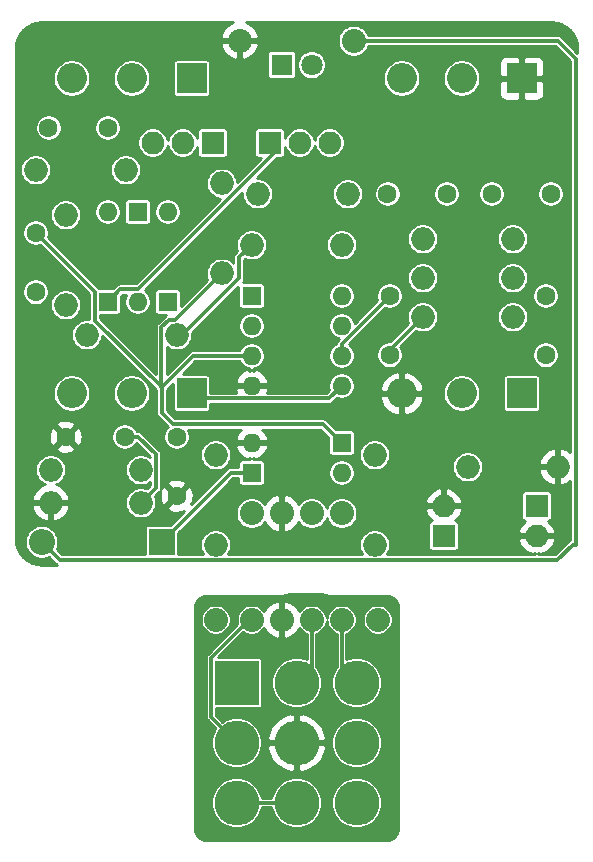
<source format=gbr>
G04 #@! TF.GenerationSoftware,KiCad,Pcbnew,(5.1.6-0-10_14)*
G04 #@! TF.CreationDate,2020-09-27T09:55:32+02:00*
G04 #@! TF.ProjectId,simble-overdrive,73696d62-6c65-42d6-9f76-657264726976,rev?*
G04 #@! TF.SameCoordinates,Original*
G04 #@! TF.FileFunction,Copper,L2,Bot*
G04 #@! TF.FilePolarity,Positive*
%FSLAX46Y46*%
G04 Gerber Fmt 4.6, Leading zero omitted, Abs format (unit mm)*
G04 Created by KiCad (PCBNEW (5.1.6-0-10_14)) date 2020-09-27 09:55:32*
%MOMM*%
%LPD*%
G01*
G04 APERTURE LIST*
G04 #@! TA.AperFunction,ComponentPad*
%ADD10R,3.816000X3.816000*%
G04 #@! TD*
G04 #@! TA.AperFunction,ComponentPad*
%ADD11O,3.816000X3.816000*%
G04 #@! TD*
G04 #@! TA.AperFunction,ComponentPad*
%ADD12O,2.032000X2.032000*%
G04 #@! TD*
G04 #@! TA.AperFunction,ComponentPad*
%ADD13R,1.930400X1.930400*%
G04 #@! TD*
G04 #@! TA.AperFunction,ComponentPad*
%ADD14O,1.930400X1.930400*%
G04 #@! TD*
G04 #@! TA.AperFunction,ComponentPad*
%ADD15O,2.540000X2.540000*%
G04 #@! TD*
G04 #@! TA.AperFunction,ComponentPad*
%ADD16R,2.540000X2.540000*%
G04 #@! TD*
G04 #@! TA.AperFunction,ComponentPad*
%ADD17O,1.600000X1.600000*%
G04 #@! TD*
G04 #@! TA.AperFunction,ComponentPad*
%ADD18R,1.600000X1.600000*%
G04 #@! TD*
G04 #@! TA.AperFunction,ComponentPad*
%ADD19O,2.000000X2.000000*%
G04 #@! TD*
G04 #@! TA.AperFunction,ComponentPad*
%ADD20O,2.200000X2.200000*%
G04 #@! TD*
G04 #@! TA.AperFunction,ComponentPad*
%ADD21R,2.200000X2.200000*%
G04 #@! TD*
G04 #@! TA.AperFunction,ComponentPad*
%ADD22C,1.800000*%
G04 #@! TD*
G04 #@! TA.AperFunction,ComponentPad*
%ADD23R,1.800000X1.800000*%
G04 #@! TD*
G04 #@! TA.AperFunction,ComponentPad*
%ADD24C,1.600000*%
G04 #@! TD*
G04 #@! TA.AperFunction,Conductor*
%ADD25C,0.300000*%
G04 #@! TD*
G04 #@! TA.AperFunction,Conductor*
%ADD26C,0.254000*%
G04 #@! TD*
G04 APERTURE END LIST*
D10*
X90170000Y-135636000D03*
D11*
X90170000Y-140716000D03*
X90170000Y-145796000D03*
X95250000Y-135636000D03*
X95250000Y-140716000D03*
X95250000Y-145796000D03*
X100330000Y-135636000D03*
X100330000Y-140716000D03*
X100330000Y-145796000D03*
D12*
X99060000Y-130302000D03*
X96520000Y-130302000D03*
X88392000Y-130302000D03*
X102108000Y-130302000D03*
X93980000Y-130302000D03*
X91440000Y-130302000D03*
D13*
X88138000Y-89916000D03*
D14*
X85598000Y-89916000D03*
X83058000Y-89916000D03*
D13*
X92964000Y-89916000D03*
D14*
X95504000Y-89916000D03*
X98044000Y-89916000D03*
D15*
X104140000Y-111125000D03*
X109220000Y-111125000D03*
D16*
X114300000Y-111125000D03*
D15*
X76200000Y-84455000D03*
X81280000Y-84455000D03*
D16*
X86360000Y-84455000D03*
D17*
X99060000Y-102870000D03*
X91440000Y-110490000D03*
X99060000Y-105410000D03*
X91440000Y-107950000D03*
X99060000Y-107950000D03*
X91440000Y-105410000D03*
X99060000Y-110490000D03*
D18*
X91440000Y-102870000D03*
D19*
X105918000Y-101346000D03*
X113538000Y-101346000D03*
X105918000Y-98044000D03*
X113538000Y-98044000D03*
X113538000Y-104648000D03*
X105918000Y-104648000D03*
X91440000Y-98552000D03*
X99060000Y-98552000D03*
X77470000Y-106172000D03*
X85090000Y-106172000D03*
X75692000Y-96012000D03*
X75692000Y-103632000D03*
X80772000Y-92202000D03*
X73152000Y-92202000D03*
X99568000Y-94234000D03*
X91948000Y-94234000D03*
X117348000Y-117348000D03*
X109728000Y-117348000D03*
X101854000Y-116332000D03*
X101854000Y-123952000D03*
X74422000Y-117602000D03*
X82042000Y-117602000D03*
X88900000Y-100965000D03*
X88900000Y-93345000D03*
X74422000Y-120396000D03*
X82042000Y-120396000D03*
X88392000Y-116332000D03*
X88392000Y-123952000D03*
D15*
X104140000Y-84455000D03*
X109220000Y-84455000D03*
D16*
X114300000Y-84455000D03*
D12*
X93980000Y-121285000D03*
X99060000Y-121285000D03*
X96520000Y-121285000D03*
X90424000Y-81280000D03*
X100076000Y-81280000D03*
X91440000Y-121285000D03*
D17*
X81788000Y-103378000D03*
D18*
X81788000Y-95758000D03*
D17*
X84328000Y-95758000D03*
D18*
X84328000Y-103378000D03*
D17*
X79248000Y-95758000D03*
D18*
X79248000Y-103378000D03*
D17*
X91440000Y-115316000D03*
D18*
X99060000Y-115316000D03*
D17*
X99060000Y-117856000D03*
D18*
X91440000Y-117856000D03*
D20*
X73660000Y-123698000D03*
D21*
X83820000Y-123698000D03*
D22*
X96520000Y-83312000D03*
D23*
X93980000Y-83312000D03*
D15*
X76200000Y-111125000D03*
X81280000Y-111125000D03*
D16*
X86360000Y-111125000D03*
D24*
X116760000Y-94234000D03*
X111760000Y-94234000D03*
X116332000Y-102870000D03*
X116332000Y-107870000D03*
X103124000Y-102870000D03*
X103124000Y-107870000D03*
X85090000Y-119808000D03*
X85090000Y-114808000D03*
X79248000Y-88646000D03*
X74248000Y-88646000D03*
D14*
X115570000Y-123190000D03*
D13*
X115570000Y-120650000D03*
D24*
X107950000Y-94234000D03*
X102950000Y-94234000D03*
X73152000Y-102536000D03*
X73152000Y-97536000D03*
X75692000Y-114808000D03*
X80692000Y-114808000D03*
D14*
X107696000Y-120650000D03*
D13*
X107696000Y-123190000D03*
D25*
X89662000Y-117856000D02*
X83820000Y-123698000D01*
X91440000Y-117856000D02*
X89662000Y-117856000D01*
X81823370Y-114808000D02*
X80692000Y-114808000D01*
X83319001Y-116303631D02*
X81823370Y-114808000D01*
X83319001Y-119118999D02*
X83319001Y-116303631D01*
X82042000Y-120396000D02*
X83319001Y-119118999D01*
X97474999Y-113730999D02*
X84774999Y-113730999D01*
X99060000Y-115316000D02*
X97474999Y-113730999D01*
X84774999Y-113730999D02*
X83820000Y-112776000D01*
X86496398Y-107950000D02*
X91440000Y-107950000D01*
X83820000Y-110626398D02*
X86496398Y-107950000D01*
X83820000Y-112776000D02*
X83820000Y-110626398D01*
X78170999Y-104977397D02*
X83820000Y-110626398D01*
X78170999Y-102554999D02*
X78170999Y-104977397D01*
X73152000Y-97536000D02*
X78170999Y-102554999D01*
X83812999Y-105559039D02*
X83812999Y-110619397D01*
X84477039Y-104894999D02*
X83812999Y-105559039D01*
X84970001Y-104894999D02*
X84477039Y-104894999D01*
X83812999Y-110619397D02*
X83820000Y-110626398D01*
X88900000Y-100965000D02*
X84970001Y-104894999D01*
X85582962Y-106172000D02*
X85090000Y-106172000D01*
X90362999Y-99629001D02*
X90362999Y-101391963D01*
X90362999Y-101391963D02*
X85582962Y-106172000D01*
X91440000Y-98552000D02*
X90362999Y-99629001D01*
X99060000Y-106934000D02*
X99060000Y-107950000D01*
X103124000Y-102870000D02*
X99060000Y-106934000D01*
X103124000Y-107442000D02*
X103124000Y-107870000D01*
X105918000Y-104648000D02*
X103124000Y-107442000D01*
X97982999Y-111567001D02*
X99060000Y-110490000D01*
X86802001Y-111567001D02*
X97982999Y-111567001D01*
X86360000Y-111125000D02*
X86802001Y-111567001D01*
X80325001Y-102300999D02*
X79248000Y-103378000D01*
X81833963Y-102300999D02*
X80325001Y-102300999D01*
X93225001Y-90909961D02*
X81833963Y-102300999D01*
X93225001Y-90177001D02*
X93225001Y-90909961D01*
X92964000Y-89916000D02*
X93225001Y-90177001D01*
X75191001Y-125229001D02*
X73660000Y-123698000D01*
X117340999Y-125229001D02*
X75191001Y-125229001D01*
X118618000Y-123952000D02*
X117340999Y-125229001D01*
X118872000Y-123952000D02*
X118618000Y-123952000D01*
X118872000Y-82801580D02*
X118872000Y-123952000D01*
X117350420Y-81280000D02*
X118872000Y-82801580D01*
X100076000Y-81280000D02*
X117350420Y-81280000D01*
X87984999Y-138530999D02*
X90170000Y-140716000D01*
X91189398Y-130302000D02*
X87984999Y-133506399D01*
X87984999Y-133506399D02*
X87984999Y-138530999D01*
X91440000Y-130302000D02*
X91189398Y-130302000D01*
X96520000Y-134366000D02*
X95250000Y-135636000D01*
X96520000Y-130302000D02*
X96520000Y-134366000D01*
X99060000Y-134366000D02*
X100330000Y-135636000D01*
X99060000Y-130302000D02*
X99060000Y-134366000D01*
X90170000Y-145796000D02*
X95250000Y-145796000D01*
D26*
G36*
X89735102Y-79779589D02*
G01*
X89455623Y-79942816D01*
X89213358Y-80157431D01*
X89017618Y-80415185D01*
X88875924Y-80706174D01*
X88818025Y-80897056D01*
X88937164Y-81153000D01*
X90297000Y-81153000D01*
X90297000Y-81133000D01*
X90551000Y-81133000D01*
X90551000Y-81153000D01*
X91910836Y-81153000D01*
X92029975Y-80897056D01*
X91972076Y-80706174D01*
X91830382Y-80415185D01*
X91634642Y-80157431D01*
X91392377Y-79942816D01*
X91112898Y-79779589D01*
X90943241Y-79721050D01*
X116823079Y-79721050D01*
X117265818Y-79764461D01*
X117675418Y-79888127D01*
X118053194Y-80088994D01*
X118384764Y-80359416D01*
X118657490Y-80689085D01*
X118860991Y-81065452D01*
X118987514Y-81474180D01*
X119033950Y-81915991D01*
X119033950Y-82288950D01*
X117704275Y-80959276D01*
X117689341Y-80941079D01*
X117616709Y-80881471D01*
X117533843Y-80837178D01*
X117443928Y-80809903D01*
X117373843Y-80803000D01*
X117373835Y-80803000D01*
X117350420Y-80800694D01*
X117327005Y-80803000D01*
X101332073Y-80803000D01*
X101266151Y-80643851D01*
X101119176Y-80423888D01*
X100932112Y-80236824D01*
X100712149Y-80089849D01*
X100467739Y-79988611D01*
X100208274Y-79937000D01*
X99943726Y-79937000D01*
X99684261Y-79988611D01*
X99439851Y-80089849D01*
X99219888Y-80236824D01*
X99032824Y-80423888D01*
X98885849Y-80643851D01*
X98784611Y-80888261D01*
X98733000Y-81147726D01*
X98733000Y-81412274D01*
X98784611Y-81671739D01*
X98885849Y-81916149D01*
X99032824Y-82136112D01*
X99219888Y-82323176D01*
X99439851Y-82470151D01*
X99684261Y-82571389D01*
X99943726Y-82623000D01*
X100208274Y-82623000D01*
X100467739Y-82571389D01*
X100712149Y-82470151D01*
X100932112Y-82323176D01*
X101119176Y-82136112D01*
X101266151Y-81916149D01*
X101332073Y-81757000D01*
X117152841Y-81757000D01*
X118395000Y-82999160D01*
X118395001Y-116101695D01*
X118307992Y-116024499D01*
X118031344Y-115862644D01*
X117728435Y-115757871D01*
X117475000Y-115876685D01*
X117475000Y-117221000D01*
X117495000Y-117221000D01*
X117495000Y-117475000D01*
X117475000Y-117475000D01*
X117475000Y-118819315D01*
X117728435Y-118938129D01*
X118031344Y-118833356D01*
X118307992Y-118671501D01*
X118395001Y-118594305D01*
X118395001Y-123530332D01*
X118351711Y-123553471D01*
X118279079Y-123613079D01*
X118264149Y-123631271D01*
X117143420Y-124752001D01*
X115697002Y-124752001D01*
X115697002Y-124625845D01*
X115944973Y-124745646D01*
X116122494Y-124691800D01*
X116404865Y-124555157D01*
X116655152Y-124366052D01*
X116863738Y-124131752D01*
X117022606Y-123861261D01*
X117125651Y-123564974D01*
X117006407Y-123317000D01*
X115697000Y-123317000D01*
X115697000Y-123337000D01*
X115443000Y-123337000D01*
X115443000Y-123317000D01*
X114133593Y-123317000D01*
X114014349Y-123564974D01*
X114117394Y-123861261D01*
X114276262Y-124131752D01*
X114484848Y-124366052D01*
X114735135Y-124555157D01*
X115017506Y-124691800D01*
X115195027Y-124745646D01*
X115442998Y-124625845D01*
X115442998Y-124752001D01*
X102915425Y-124752001D01*
X103029972Y-124580570D01*
X103130004Y-124339072D01*
X103181000Y-124082698D01*
X103181000Y-123821302D01*
X103130004Y-123564928D01*
X103029972Y-123323430D01*
X102884748Y-123106087D01*
X102699913Y-122921252D01*
X102482570Y-122776028D01*
X102241072Y-122675996D01*
X101984698Y-122625000D01*
X101723302Y-122625000D01*
X101466928Y-122675996D01*
X101225430Y-122776028D01*
X101008087Y-122921252D01*
X100823252Y-123106087D01*
X100678028Y-123323430D01*
X100577996Y-123564928D01*
X100527000Y-123821302D01*
X100527000Y-124082698D01*
X100577996Y-124339072D01*
X100678028Y-124580570D01*
X100792575Y-124752001D01*
X89453425Y-124752001D01*
X89567972Y-124580570D01*
X89668004Y-124339072D01*
X89719000Y-124082698D01*
X89719000Y-123821302D01*
X89668004Y-123564928D01*
X89567972Y-123323430D01*
X89422748Y-123106087D01*
X89237913Y-122921252D01*
X89020570Y-122776028D01*
X88779072Y-122675996D01*
X88522698Y-122625000D01*
X88261302Y-122625000D01*
X88004928Y-122675996D01*
X87763430Y-122776028D01*
X87546087Y-122921252D01*
X87361252Y-123106087D01*
X87216028Y-123323430D01*
X87115996Y-123564928D01*
X87065000Y-123821302D01*
X87065000Y-124082698D01*
X87115996Y-124339072D01*
X87216028Y-124580570D01*
X87330575Y-124752001D01*
X85248582Y-124752001D01*
X85248582Y-122943997D01*
X87039853Y-121152726D01*
X90097000Y-121152726D01*
X90097000Y-121417274D01*
X90148611Y-121676739D01*
X90249849Y-121921149D01*
X90396824Y-122141112D01*
X90583888Y-122328176D01*
X90803851Y-122475151D01*
X91048261Y-122576389D01*
X91307726Y-122628000D01*
X91572274Y-122628000D01*
X91831739Y-122576389D01*
X92076149Y-122475151D01*
X92296112Y-122328176D01*
X92483176Y-122141112D01*
X92533041Y-122066484D01*
X92573618Y-122149815D01*
X92769358Y-122407569D01*
X93011623Y-122622184D01*
X93291102Y-122785411D01*
X93597055Y-122890978D01*
X93853000Y-122772362D01*
X93853000Y-121412000D01*
X93833000Y-121412000D01*
X93833000Y-121158000D01*
X93853000Y-121158000D01*
X93853000Y-119797638D01*
X94107000Y-119797638D01*
X94107000Y-121158000D01*
X94127000Y-121158000D01*
X94127000Y-121412000D01*
X94107000Y-121412000D01*
X94107000Y-122772362D01*
X94362945Y-122890978D01*
X94668898Y-122785411D01*
X94948377Y-122622184D01*
X95190642Y-122407569D01*
X95386382Y-122149815D01*
X95426959Y-122066484D01*
X95476824Y-122141112D01*
X95663888Y-122328176D01*
X95883851Y-122475151D01*
X96128261Y-122576389D01*
X96387726Y-122628000D01*
X96652274Y-122628000D01*
X96911739Y-122576389D01*
X97156149Y-122475151D01*
X97376112Y-122328176D01*
X97563176Y-122141112D01*
X97710151Y-121921149D01*
X97790000Y-121728377D01*
X97869849Y-121921149D01*
X98016824Y-122141112D01*
X98203888Y-122328176D01*
X98423851Y-122475151D01*
X98668261Y-122576389D01*
X98927726Y-122628000D01*
X99192274Y-122628000D01*
X99451739Y-122576389D01*
X99696149Y-122475151D01*
X99916112Y-122328176D01*
X100103176Y-122141112D01*
X100250151Y-121921149D01*
X100351389Y-121676739D01*
X100403000Y-121417274D01*
X100403000Y-121152726D01*
X100377589Y-121024974D01*
X106140349Y-121024974D01*
X106243394Y-121321261D01*
X106402262Y-121591752D01*
X106610848Y-121826052D01*
X106706839Y-121898578D01*
X106666697Y-121902532D01*
X106605057Y-121921230D01*
X106548250Y-121951594D01*
X106498457Y-121992457D01*
X106457594Y-122042250D01*
X106427230Y-122099057D01*
X106408532Y-122160697D01*
X106402218Y-122224800D01*
X106402218Y-124155200D01*
X106408532Y-124219303D01*
X106427230Y-124280943D01*
X106457594Y-124337750D01*
X106498457Y-124387543D01*
X106548250Y-124428406D01*
X106605057Y-124458770D01*
X106666697Y-124477468D01*
X106730800Y-124483782D01*
X108661200Y-124483782D01*
X108725303Y-124477468D01*
X108786943Y-124458770D01*
X108843750Y-124428406D01*
X108893543Y-124387543D01*
X108934406Y-124337750D01*
X108964770Y-124280943D01*
X108983468Y-124219303D01*
X108989782Y-124155200D01*
X108989782Y-122815026D01*
X114014349Y-122815026D01*
X114133593Y-123063000D01*
X115443000Y-123063000D01*
X115443000Y-123043000D01*
X115697000Y-123043000D01*
X115697000Y-123063000D01*
X117006407Y-123063000D01*
X117125651Y-122815026D01*
X117022606Y-122518739D01*
X116863738Y-122248248D01*
X116655152Y-122013948D01*
X116559161Y-121941422D01*
X116599303Y-121937468D01*
X116660943Y-121918770D01*
X116717750Y-121888406D01*
X116767543Y-121847543D01*
X116808406Y-121797750D01*
X116838770Y-121740943D01*
X116857468Y-121679303D01*
X116863782Y-121615200D01*
X116863782Y-119684800D01*
X116857468Y-119620697D01*
X116838770Y-119559057D01*
X116808406Y-119502250D01*
X116767543Y-119452457D01*
X116717750Y-119411594D01*
X116660943Y-119381230D01*
X116599303Y-119362532D01*
X116535200Y-119356218D01*
X114604800Y-119356218D01*
X114540697Y-119362532D01*
X114479057Y-119381230D01*
X114422250Y-119411594D01*
X114372457Y-119452457D01*
X114331594Y-119502250D01*
X114301230Y-119559057D01*
X114282532Y-119620697D01*
X114276218Y-119684800D01*
X114276218Y-121615200D01*
X114282532Y-121679303D01*
X114301230Y-121740943D01*
X114331594Y-121797750D01*
X114372457Y-121847543D01*
X114422250Y-121888406D01*
X114479057Y-121918770D01*
X114540697Y-121937468D01*
X114580839Y-121941422D01*
X114484848Y-122013948D01*
X114276262Y-122248248D01*
X114117394Y-122518739D01*
X114014349Y-122815026D01*
X108989782Y-122815026D01*
X108989782Y-122224800D01*
X108983468Y-122160697D01*
X108964770Y-122099057D01*
X108934406Y-122042250D01*
X108893543Y-121992457D01*
X108843750Y-121951594D01*
X108786943Y-121921230D01*
X108725303Y-121902532D01*
X108685161Y-121898578D01*
X108781152Y-121826052D01*
X108989738Y-121591752D01*
X109148606Y-121321261D01*
X109251651Y-121024974D01*
X109132407Y-120777000D01*
X107823000Y-120777000D01*
X107823000Y-120797000D01*
X107569000Y-120797000D01*
X107569000Y-120777000D01*
X106259593Y-120777000D01*
X106140349Y-121024974D01*
X100377589Y-121024974D01*
X100351389Y-120893261D01*
X100250151Y-120648851D01*
X100103176Y-120428888D01*
X99949314Y-120275026D01*
X106140349Y-120275026D01*
X106259593Y-120523000D01*
X107569000Y-120523000D01*
X107569000Y-119214156D01*
X107823000Y-119214156D01*
X107823000Y-120523000D01*
X109132407Y-120523000D01*
X109251651Y-120275026D01*
X109148606Y-119978739D01*
X108989738Y-119708248D01*
X108781152Y-119473948D01*
X108530865Y-119284843D01*
X108248494Y-119148200D01*
X108070973Y-119094354D01*
X107823000Y-119214156D01*
X107569000Y-119214156D01*
X107321027Y-119094354D01*
X107143506Y-119148200D01*
X106861135Y-119284843D01*
X106610848Y-119473948D01*
X106402262Y-119708248D01*
X106243394Y-119978739D01*
X106140349Y-120275026D01*
X99949314Y-120275026D01*
X99916112Y-120241824D01*
X99696149Y-120094849D01*
X99451739Y-119993611D01*
X99192274Y-119942000D01*
X98927726Y-119942000D01*
X98668261Y-119993611D01*
X98423851Y-120094849D01*
X98203888Y-120241824D01*
X98016824Y-120428888D01*
X97869849Y-120648851D01*
X97790000Y-120841623D01*
X97710151Y-120648851D01*
X97563176Y-120428888D01*
X97376112Y-120241824D01*
X97156149Y-120094849D01*
X96911739Y-119993611D01*
X96652274Y-119942000D01*
X96387726Y-119942000D01*
X96128261Y-119993611D01*
X95883851Y-120094849D01*
X95663888Y-120241824D01*
X95476824Y-120428888D01*
X95426959Y-120503516D01*
X95386382Y-120420185D01*
X95190642Y-120162431D01*
X94948377Y-119947816D01*
X94668898Y-119784589D01*
X94362945Y-119679022D01*
X94107000Y-119797638D01*
X93853000Y-119797638D01*
X93597055Y-119679022D01*
X93291102Y-119784589D01*
X93011623Y-119947816D01*
X92769358Y-120162431D01*
X92573618Y-120420185D01*
X92533041Y-120503516D01*
X92483176Y-120428888D01*
X92296112Y-120241824D01*
X92076149Y-120094849D01*
X91831739Y-119993611D01*
X91572274Y-119942000D01*
X91307726Y-119942000D01*
X91048261Y-119993611D01*
X90803851Y-120094849D01*
X90583888Y-120241824D01*
X90396824Y-120428888D01*
X90249849Y-120648851D01*
X90148611Y-120893261D01*
X90097000Y-121152726D01*
X87039853Y-121152726D01*
X89859580Y-118333000D01*
X90311418Y-118333000D01*
X90311418Y-118656000D01*
X90317732Y-118720103D01*
X90336430Y-118781743D01*
X90366794Y-118838550D01*
X90407657Y-118888343D01*
X90457450Y-118929206D01*
X90514257Y-118959570D01*
X90575897Y-118978268D01*
X90640000Y-118984582D01*
X92240000Y-118984582D01*
X92304103Y-118978268D01*
X92365743Y-118959570D01*
X92422550Y-118929206D01*
X92472343Y-118888343D01*
X92513206Y-118838550D01*
X92543570Y-118781743D01*
X92562268Y-118720103D01*
X92568582Y-118656000D01*
X92568582Y-117745000D01*
X97933000Y-117745000D01*
X97933000Y-117967000D01*
X97976310Y-118184734D01*
X98061266Y-118389835D01*
X98184602Y-118574421D01*
X98341579Y-118731398D01*
X98526165Y-118854734D01*
X98731266Y-118939690D01*
X98949000Y-118983000D01*
X99171000Y-118983000D01*
X99388734Y-118939690D01*
X99593835Y-118854734D01*
X99778421Y-118731398D01*
X99935398Y-118574421D01*
X100058734Y-118389835D01*
X100143690Y-118184734D01*
X100187000Y-117967000D01*
X100187000Y-117745000D01*
X100143690Y-117527266D01*
X100058734Y-117322165D01*
X99935398Y-117137579D01*
X99778421Y-116980602D01*
X99593835Y-116857266D01*
X99388734Y-116772310D01*
X99171000Y-116729000D01*
X98949000Y-116729000D01*
X98731266Y-116772310D01*
X98526165Y-116857266D01*
X98341579Y-116980602D01*
X98184602Y-117137579D01*
X98061266Y-117322165D01*
X97976310Y-117527266D01*
X97933000Y-117745000D01*
X92568582Y-117745000D01*
X92568582Y-117056000D01*
X92562268Y-116991897D01*
X92543570Y-116930257D01*
X92513206Y-116873450D01*
X92472343Y-116823657D01*
X92422550Y-116782794D01*
X92365743Y-116752430D01*
X92304103Y-116733732D01*
X92240000Y-116727418D01*
X91567002Y-116727418D01*
X91567002Y-116586625D01*
X91789040Y-116707909D01*
X92053881Y-116613070D01*
X92295131Y-116468385D01*
X92503519Y-116279414D01*
X92671037Y-116053420D01*
X92791246Y-115799087D01*
X92831904Y-115665039D01*
X92709915Y-115443000D01*
X91567000Y-115443000D01*
X91567000Y-115463000D01*
X91313000Y-115463000D01*
X91313000Y-115443000D01*
X90170085Y-115443000D01*
X90048096Y-115665039D01*
X90088754Y-115799087D01*
X90208963Y-116053420D01*
X90376481Y-116279414D01*
X90584869Y-116468385D01*
X90826119Y-116613070D01*
X91090960Y-116707909D01*
X91312998Y-116586625D01*
X91312998Y-116727418D01*
X90640000Y-116727418D01*
X90575897Y-116733732D01*
X90514257Y-116752430D01*
X90457450Y-116782794D01*
X90407657Y-116823657D01*
X90366794Y-116873450D01*
X90336430Y-116930257D01*
X90317732Y-116991897D01*
X90311418Y-117056000D01*
X90311418Y-117379000D01*
X89685415Y-117379000D01*
X89662000Y-117376694D01*
X89638585Y-117379000D01*
X89638577Y-117379000D01*
X89568492Y-117385903D01*
X89478577Y-117413178D01*
X89395711Y-117457471D01*
X89323079Y-117517079D01*
X89308150Y-117535270D01*
X86356098Y-120487322D01*
X86447571Y-120294004D01*
X86516300Y-120019816D01*
X86530217Y-119737488D01*
X86488787Y-119457870D01*
X86393603Y-119191708D01*
X86326671Y-119066486D01*
X86082702Y-118994903D01*
X85269605Y-119808000D01*
X85283748Y-119822143D01*
X85104143Y-120001748D01*
X85090000Y-119987605D01*
X84276903Y-120800702D01*
X84348486Y-121044671D01*
X84603996Y-121165571D01*
X84878184Y-121234300D01*
X85160512Y-121248217D01*
X85440130Y-121206787D01*
X85706292Y-121111603D01*
X85761128Y-121082293D01*
X84574003Y-122269418D01*
X82720000Y-122269418D01*
X82655897Y-122275732D01*
X82594257Y-122294430D01*
X82537450Y-122324794D01*
X82487657Y-122365657D01*
X82446794Y-122415450D01*
X82416430Y-122472257D01*
X82397732Y-122533897D01*
X82391418Y-122598000D01*
X82391418Y-124752001D01*
X75388581Y-124752001D01*
X74949758Y-124313179D01*
X75032162Y-124114241D01*
X75087000Y-123838547D01*
X75087000Y-123557453D01*
X75032162Y-123281759D01*
X74924591Y-123022062D01*
X74768424Y-122788340D01*
X74569660Y-122589576D01*
X74335938Y-122433409D01*
X74076241Y-122325838D01*
X73800547Y-122271000D01*
X73519453Y-122271000D01*
X73243759Y-122325838D01*
X72984062Y-122433409D01*
X72750340Y-122589576D01*
X72551576Y-122788340D01*
X72395409Y-123022062D01*
X72287838Y-123281759D01*
X72233000Y-123557453D01*
X72233000Y-123838547D01*
X72287838Y-124114241D01*
X72395409Y-124373938D01*
X72551576Y-124607660D01*
X72750340Y-124806424D01*
X72984062Y-124962591D01*
X73243759Y-125070162D01*
X73519453Y-125125000D01*
X73800547Y-125125000D01*
X74076241Y-125070162D01*
X74275179Y-124987758D01*
X74837150Y-125549730D01*
X74852080Y-125567922D01*
X74924712Y-125627530D01*
X74974140Y-125653950D01*
X73676921Y-125653950D01*
X73234183Y-125610539D01*
X72824584Y-125486874D01*
X72446803Y-125286004D01*
X72115234Y-125015582D01*
X71842510Y-124685915D01*
X71639008Y-124309547D01*
X71512486Y-123900820D01*
X71466050Y-123459009D01*
X71466050Y-120776434D01*
X72831876Y-120776434D01*
X72888498Y-120963107D01*
X73028601Y-121251382D01*
X73222252Y-121506785D01*
X73462008Y-121719501D01*
X73738656Y-121881356D01*
X74041565Y-121986129D01*
X74295000Y-121867315D01*
X74295000Y-120523000D01*
X74549000Y-120523000D01*
X74549000Y-121867315D01*
X74802435Y-121986129D01*
X75105344Y-121881356D01*
X75381992Y-121719501D01*
X75621748Y-121506785D01*
X75815399Y-121251382D01*
X75955502Y-120963107D01*
X76012124Y-120776434D01*
X75892777Y-120523000D01*
X74549000Y-120523000D01*
X74295000Y-120523000D01*
X72951223Y-120523000D01*
X72831876Y-120776434D01*
X71466050Y-120776434D01*
X71466050Y-120015566D01*
X72831876Y-120015566D01*
X72951223Y-120269000D01*
X74295000Y-120269000D01*
X74295000Y-120249000D01*
X74549000Y-120249000D01*
X74549000Y-120269000D01*
X75892777Y-120269000D01*
X76012124Y-120015566D01*
X75955502Y-119828893D01*
X75815399Y-119540618D01*
X75621748Y-119285215D01*
X75381992Y-119072499D01*
X75105344Y-118910644D01*
X74900951Y-118839947D01*
X75050570Y-118777972D01*
X75267913Y-118632748D01*
X75452748Y-118447913D01*
X75597972Y-118230570D01*
X75698004Y-117989072D01*
X75749000Y-117732698D01*
X75749000Y-117471302D01*
X75698004Y-117214928D01*
X75597972Y-116973430D01*
X75452748Y-116756087D01*
X75267913Y-116571252D01*
X75050570Y-116426028D01*
X74809072Y-116325996D01*
X74552698Y-116275000D01*
X74291302Y-116275000D01*
X74034928Y-116325996D01*
X73793430Y-116426028D01*
X73576087Y-116571252D01*
X73391252Y-116756087D01*
X73246028Y-116973430D01*
X73145996Y-117214928D01*
X73095000Y-117471302D01*
X73095000Y-117732698D01*
X73145996Y-117989072D01*
X73246028Y-118230570D01*
X73391252Y-118447913D01*
X73576087Y-118632748D01*
X73793430Y-118777972D01*
X73943049Y-118839947D01*
X73738656Y-118910644D01*
X73462008Y-119072499D01*
X73222252Y-119285215D01*
X73028601Y-119540618D01*
X72888498Y-119828893D01*
X72831876Y-120015566D01*
X71466050Y-120015566D01*
X71466050Y-115800702D01*
X74878903Y-115800702D01*
X74950486Y-116044671D01*
X75205996Y-116165571D01*
X75480184Y-116234300D01*
X75762512Y-116248217D01*
X76042130Y-116206787D01*
X76308292Y-116111603D01*
X76433514Y-116044671D01*
X76505097Y-115800702D01*
X75692000Y-114987605D01*
X74878903Y-115800702D01*
X71466050Y-115800702D01*
X71466050Y-114878512D01*
X74251783Y-114878512D01*
X74293213Y-115158130D01*
X74388397Y-115424292D01*
X74455329Y-115549514D01*
X74699298Y-115621097D01*
X75512395Y-114808000D01*
X75871605Y-114808000D01*
X76684702Y-115621097D01*
X76928671Y-115549514D01*
X77049571Y-115294004D01*
X77118300Y-115019816D01*
X77132217Y-114737488D01*
X77126219Y-114697000D01*
X79565000Y-114697000D01*
X79565000Y-114919000D01*
X79608310Y-115136734D01*
X79693266Y-115341835D01*
X79816602Y-115526421D01*
X79973579Y-115683398D01*
X80158165Y-115806734D01*
X80363266Y-115891690D01*
X80581000Y-115935000D01*
X80803000Y-115935000D01*
X81020734Y-115891690D01*
X81225835Y-115806734D01*
X81410421Y-115683398D01*
X81567398Y-115526421D01*
X81687486Y-115346695D01*
X82842002Y-116501212D01*
X82842002Y-116540575D01*
X82670570Y-116426028D01*
X82429072Y-116325996D01*
X82172698Y-116275000D01*
X81911302Y-116275000D01*
X81654928Y-116325996D01*
X81413430Y-116426028D01*
X81196087Y-116571252D01*
X81011252Y-116756087D01*
X80866028Y-116973430D01*
X80765996Y-117214928D01*
X80715000Y-117471302D01*
X80715000Y-117732698D01*
X80765996Y-117989072D01*
X80866028Y-118230570D01*
X81011252Y-118447913D01*
X81196087Y-118632748D01*
X81413430Y-118777972D01*
X81654928Y-118878004D01*
X81911302Y-118929000D01*
X82172698Y-118929000D01*
X82429072Y-118878004D01*
X82670570Y-118777972D01*
X82842001Y-118663425D01*
X82842001Y-118921419D01*
X82580642Y-119182778D01*
X82429072Y-119119996D01*
X82172698Y-119069000D01*
X81911302Y-119069000D01*
X81654928Y-119119996D01*
X81413430Y-119220028D01*
X81196087Y-119365252D01*
X81011252Y-119550087D01*
X80866028Y-119767430D01*
X80765996Y-120008928D01*
X80715000Y-120265302D01*
X80715000Y-120526698D01*
X80765996Y-120783072D01*
X80866028Y-121024570D01*
X81011252Y-121241913D01*
X81196087Y-121426748D01*
X81413430Y-121571972D01*
X81654928Y-121672004D01*
X81911302Y-121723000D01*
X82172698Y-121723000D01*
X82429072Y-121672004D01*
X82670570Y-121571972D01*
X82887913Y-121426748D01*
X83072748Y-121241913D01*
X83217972Y-121024570D01*
X83318004Y-120783072D01*
X83369000Y-120526698D01*
X83369000Y-120265302D01*
X83318004Y-120008928D01*
X83255222Y-119857358D01*
X83639730Y-119472850D01*
X83657922Y-119457920D01*
X83716139Y-119386983D01*
X83663700Y-119596184D01*
X83649783Y-119878512D01*
X83691213Y-120158130D01*
X83786397Y-120424292D01*
X83853329Y-120549514D01*
X84097298Y-120621097D01*
X84910395Y-119808000D01*
X84097298Y-118994903D01*
X83853329Y-119066486D01*
X83790376Y-119199531D01*
X83796001Y-119142422D01*
X83796001Y-119142415D01*
X83798307Y-119119000D01*
X83796001Y-119095585D01*
X83796001Y-118815298D01*
X84276903Y-118815298D01*
X85090000Y-119628395D01*
X85903097Y-118815298D01*
X85831514Y-118571329D01*
X85576004Y-118450429D01*
X85301816Y-118381700D01*
X85019488Y-118367783D01*
X84739870Y-118409213D01*
X84473708Y-118504397D01*
X84348486Y-118571329D01*
X84276903Y-118815298D01*
X83796001Y-118815298D01*
X83796001Y-116327046D01*
X83798307Y-116303631D01*
X83796001Y-116280216D01*
X83796001Y-116280208D01*
X83789098Y-116210123D01*
X83786423Y-116201302D01*
X87065000Y-116201302D01*
X87065000Y-116462698D01*
X87115996Y-116719072D01*
X87216028Y-116960570D01*
X87361252Y-117177913D01*
X87546087Y-117362748D01*
X87763430Y-117507972D01*
X88004928Y-117608004D01*
X88261302Y-117659000D01*
X88522698Y-117659000D01*
X88779072Y-117608004D01*
X89020570Y-117507972D01*
X89237913Y-117362748D01*
X89422748Y-117177913D01*
X89567972Y-116960570D01*
X89668004Y-116719072D01*
X89719000Y-116462698D01*
X89719000Y-116201302D01*
X89668004Y-115944928D01*
X89567972Y-115703430D01*
X89422748Y-115486087D01*
X89237913Y-115301252D01*
X89020570Y-115156028D01*
X88779072Y-115055996D01*
X88522698Y-115005000D01*
X88261302Y-115005000D01*
X88004928Y-115055996D01*
X87763430Y-115156028D01*
X87546087Y-115301252D01*
X87361252Y-115486087D01*
X87216028Y-115703430D01*
X87115996Y-115944928D01*
X87065000Y-116201302D01*
X83786423Y-116201302D01*
X83761823Y-116120208D01*
X83717530Y-116037342D01*
X83657922Y-115964710D01*
X83639730Y-115949780D01*
X82177225Y-114487276D01*
X82162291Y-114469079D01*
X82089659Y-114409471D01*
X82006793Y-114365178D01*
X81916878Y-114337903D01*
X81846793Y-114331000D01*
X81846785Y-114331000D01*
X81823370Y-114328694D01*
X81799955Y-114331000D01*
X81714276Y-114331000D01*
X81690734Y-114274165D01*
X81567398Y-114089579D01*
X81410421Y-113932602D01*
X81225835Y-113809266D01*
X81020734Y-113724310D01*
X80803000Y-113681000D01*
X80581000Y-113681000D01*
X80363266Y-113724310D01*
X80158165Y-113809266D01*
X79973579Y-113932602D01*
X79816602Y-114089579D01*
X79693266Y-114274165D01*
X79608310Y-114479266D01*
X79565000Y-114697000D01*
X77126219Y-114697000D01*
X77090787Y-114457870D01*
X76995603Y-114191708D01*
X76928671Y-114066486D01*
X76684702Y-113994903D01*
X75871605Y-114808000D01*
X75512395Y-114808000D01*
X74699298Y-113994903D01*
X74455329Y-114066486D01*
X74334429Y-114321996D01*
X74265700Y-114596184D01*
X74251783Y-114878512D01*
X71466050Y-114878512D01*
X71466050Y-113815298D01*
X74878903Y-113815298D01*
X75692000Y-114628395D01*
X76505097Y-113815298D01*
X76433514Y-113571329D01*
X76178004Y-113450429D01*
X75903816Y-113381700D01*
X75621488Y-113367783D01*
X75341870Y-113409213D01*
X75075708Y-113504397D01*
X74950486Y-113571329D01*
X74878903Y-113815298D01*
X71466050Y-113815298D01*
X71466050Y-110967709D01*
X74603000Y-110967709D01*
X74603000Y-111282291D01*
X74664372Y-111590828D01*
X74784757Y-111881463D01*
X74959529Y-112143028D01*
X75181972Y-112365471D01*
X75443537Y-112540243D01*
X75734172Y-112660628D01*
X76042709Y-112722000D01*
X76357291Y-112722000D01*
X76665828Y-112660628D01*
X76956463Y-112540243D01*
X77218028Y-112365471D01*
X77440471Y-112143028D01*
X77615243Y-111881463D01*
X77735628Y-111590828D01*
X77797000Y-111282291D01*
X77797000Y-110967709D01*
X79683000Y-110967709D01*
X79683000Y-111282291D01*
X79744372Y-111590828D01*
X79864757Y-111881463D01*
X80039529Y-112143028D01*
X80261972Y-112365471D01*
X80523537Y-112540243D01*
X80814172Y-112660628D01*
X81122709Y-112722000D01*
X81437291Y-112722000D01*
X81745828Y-112660628D01*
X82036463Y-112540243D01*
X82298028Y-112365471D01*
X82520471Y-112143028D01*
X82695243Y-111881463D01*
X82815628Y-111590828D01*
X82877000Y-111282291D01*
X82877000Y-110967709D01*
X82815628Y-110659172D01*
X82695243Y-110368537D01*
X82520471Y-110106972D01*
X82298028Y-109884529D01*
X82036463Y-109709757D01*
X81745828Y-109589372D01*
X81437291Y-109528000D01*
X81122709Y-109528000D01*
X80814172Y-109589372D01*
X80523537Y-109709757D01*
X80261972Y-109884529D01*
X80039529Y-110106972D01*
X79864757Y-110368537D01*
X79744372Y-110659172D01*
X79683000Y-110967709D01*
X77797000Y-110967709D01*
X77735628Y-110659172D01*
X77615243Y-110368537D01*
X77440471Y-110106972D01*
X77218028Y-109884529D01*
X76956463Y-109709757D01*
X76665828Y-109589372D01*
X76357291Y-109528000D01*
X76042709Y-109528000D01*
X75734172Y-109589372D01*
X75443537Y-109709757D01*
X75181972Y-109884529D01*
X74959529Y-110106972D01*
X74784757Y-110368537D01*
X74664372Y-110659172D01*
X74603000Y-110967709D01*
X71466050Y-110967709D01*
X71466050Y-102425000D01*
X72025000Y-102425000D01*
X72025000Y-102647000D01*
X72068310Y-102864734D01*
X72153266Y-103069835D01*
X72276602Y-103254421D01*
X72433579Y-103411398D01*
X72618165Y-103534734D01*
X72823266Y-103619690D01*
X73041000Y-103663000D01*
X73263000Y-103663000D01*
X73480734Y-103619690D01*
X73685835Y-103534734D01*
X73735869Y-103501302D01*
X74365000Y-103501302D01*
X74365000Y-103762698D01*
X74415996Y-104019072D01*
X74516028Y-104260570D01*
X74661252Y-104477913D01*
X74846087Y-104662748D01*
X75063430Y-104807972D01*
X75304928Y-104908004D01*
X75561302Y-104959000D01*
X75822698Y-104959000D01*
X76079072Y-104908004D01*
X76320570Y-104807972D01*
X76537913Y-104662748D01*
X76722748Y-104477913D01*
X76867972Y-104260570D01*
X76968004Y-104019072D01*
X77019000Y-103762698D01*
X77019000Y-103501302D01*
X76968004Y-103244928D01*
X76867972Y-103003430D01*
X76722748Y-102786087D01*
X76537913Y-102601252D01*
X76320570Y-102456028D01*
X76079072Y-102355996D01*
X75822698Y-102305000D01*
X75561302Y-102305000D01*
X75304928Y-102355996D01*
X75063430Y-102456028D01*
X74846087Y-102601252D01*
X74661252Y-102786087D01*
X74516028Y-103003430D01*
X74415996Y-103244928D01*
X74365000Y-103501302D01*
X73735869Y-103501302D01*
X73870421Y-103411398D01*
X74027398Y-103254421D01*
X74150734Y-103069835D01*
X74235690Y-102864734D01*
X74279000Y-102647000D01*
X74279000Y-102425000D01*
X74235690Y-102207266D01*
X74150734Y-102002165D01*
X74027398Y-101817579D01*
X73870421Y-101660602D01*
X73685835Y-101537266D01*
X73480734Y-101452310D01*
X73263000Y-101409000D01*
X73041000Y-101409000D01*
X72823266Y-101452310D01*
X72618165Y-101537266D01*
X72433579Y-101660602D01*
X72276602Y-101817579D01*
X72153266Y-102002165D01*
X72068310Y-102207266D01*
X72025000Y-102425000D01*
X71466050Y-102425000D01*
X71466050Y-97425000D01*
X72025000Y-97425000D01*
X72025000Y-97647000D01*
X72068310Y-97864734D01*
X72153266Y-98069835D01*
X72276602Y-98254421D01*
X72433579Y-98411398D01*
X72618165Y-98534734D01*
X72823266Y-98619690D01*
X73041000Y-98663000D01*
X73263000Y-98663000D01*
X73480734Y-98619690D01*
X73537569Y-98596148D01*
X77693999Y-102752579D01*
X77694000Y-104863559D01*
X77600698Y-104845000D01*
X77339302Y-104845000D01*
X77082928Y-104895996D01*
X76841430Y-104996028D01*
X76624087Y-105141252D01*
X76439252Y-105326087D01*
X76294028Y-105543430D01*
X76193996Y-105784928D01*
X76143000Y-106041302D01*
X76143000Y-106302698D01*
X76193996Y-106559072D01*
X76294028Y-106800570D01*
X76439252Y-107017913D01*
X76624087Y-107202748D01*
X76841430Y-107347972D01*
X77082928Y-107448004D01*
X77339302Y-107499000D01*
X77600698Y-107499000D01*
X77857072Y-107448004D01*
X78098570Y-107347972D01*
X78315913Y-107202748D01*
X78500748Y-107017913D01*
X78645972Y-106800570D01*
X78746004Y-106559072D01*
X78797000Y-106302698D01*
X78797000Y-106277977D01*
X83343001Y-110823979D01*
X83343000Y-112752585D01*
X83340694Y-112776000D01*
X83343000Y-112799415D01*
X83343000Y-112799422D01*
X83349903Y-112869507D01*
X83377178Y-112959422D01*
X83421471Y-113042289D01*
X83481079Y-113114921D01*
X83499276Y-113129855D01*
X84336801Y-113967380D01*
X84214602Y-114089579D01*
X84091266Y-114274165D01*
X84006310Y-114479266D01*
X83963000Y-114697000D01*
X83963000Y-114919000D01*
X84006310Y-115136734D01*
X84091266Y-115341835D01*
X84214602Y-115526421D01*
X84371579Y-115683398D01*
X84556165Y-115806734D01*
X84761266Y-115891690D01*
X84979000Y-115935000D01*
X85201000Y-115935000D01*
X85418734Y-115891690D01*
X85623835Y-115806734D01*
X85808421Y-115683398D01*
X85965398Y-115526421D01*
X86088734Y-115341835D01*
X86173690Y-115136734D01*
X86217000Y-114919000D01*
X86217000Y-114697000D01*
X86173690Y-114479266D01*
X86088734Y-114274165D01*
X86044523Y-114207999D01*
X90535924Y-114207999D01*
X90376481Y-114352586D01*
X90208963Y-114578580D01*
X90088754Y-114832913D01*
X90048096Y-114966961D01*
X90170085Y-115189000D01*
X91313000Y-115189000D01*
X91313000Y-115169000D01*
X91567000Y-115169000D01*
X91567000Y-115189000D01*
X92709915Y-115189000D01*
X92831904Y-114966961D01*
X92791246Y-114832913D01*
X92671037Y-114578580D01*
X92503519Y-114352586D01*
X92344076Y-114207999D01*
X97277420Y-114207999D01*
X97931418Y-114861998D01*
X97931418Y-116116000D01*
X97937732Y-116180103D01*
X97956430Y-116241743D01*
X97986794Y-116298550D01*
X98027657Y-116348343D01*
X98077450Y-116389206D01*
X98134257Y-116419570D01*
X98195897Y-116438268D01*
X98260000Y-116444582D01*
X99860000Y-116444582D01*
X99924103Y-116438268D01*
X99985743Y-116419570D01*
X100042550Y-116389206D01*
X100092343Y-116348343D01*
X100133206Y-116298550D01*
X100163570Y-116241743D01*
X100175837Y-116201302D01*
X100527000Y-116201302D01*
X100527000Y-116462698D01*
X100577996Y-116719072D01*
X100678028Y-116960570D01*
X100823252Y-117177913D01*
X101008087Y-117362748D01*
X101225430Y-117507972D01*
X101466928Y-117608004D01*
X101723302Y-117659000D01*
X101984698Y-117659000D01*
X102241072Y-117608004D01*
X102482570Y-117507972D01*
X102699913Y-117362748D01*
X102845359Y-117217302D01*
X108401000Y-117217302D01*
X108401000Y-117478698D01*
X108451996Y-117735072D01*
X108552028Y-117976570D01*
X108697252Y-118193913D01*
X108882087Y-118378748D01*
X109099430Y-118523972D01*
X109340928Y-118624004D01*
X109597302Y-118675000D01*
X109858698Y-118675000D01*
X110115072Y-118624004D01*
X110356570Y-118523972D01*
X110573913Y-118378748D01*
X110758748Y-118193913D01*
X110903972Y-117976570D01*
X111004004Y-117735072D01*
X111005324Y-117728434D01*
X115757876Y-117728434D01*
X115814498Y-117915107D01*
X115954601Y-118203382D01*
X116148252Y-118458785D01*
X116388008Y-118671501D01*
X116664656Y-118833356D01*
X116967565Y-118938129D01*
X117221000Y-118819315D01*
X117221000Y-117475000D01*
X115877223Y-117475000D01*
X115757876Y-117728434D01*
X111005324Y-117728434D01*
X111055000Y-117478698D01*
X111055000Y-117217302D01*
X111005325Y-116967566D01*
X115757876Y-116967566D01*
X115877223Y-117221000D01*
X117221000Y-117221000D01*
X117221000Y-115876685D01*
X116967565Y-115757871D01*
X116664656Y-115862644D01*
X116388008Y-116024499D01*
X116148252Y-116237215D01*
X115954601Y-116492618D01*
X115814498Y-116780893D01*
X115757876Y-116967566D01*
X111005325Y-116967566D01*
X111004004Y-116960928D01*
X110903972Y-116719430D01*
X110758748Y-116502087D01*
X110573913Y-116317252D01*
X110356570Y-116172028D01*
X110115072Y-116071996D01*
X109858698Y-116021000D01*
X109597302Y-116021000D01*
X109340928Y-116071996D01*
X109099430Y-116172028D01*
X108882087Y-116317252D01*
X108697252Y-116502087D01*
X108552028Y-116719430D01*
X108451996Y-116960928D01*
X108401000Y-117217302D01*
X102845359Y-117217302D01*
X102884748Y-117177913D01*
X103029972Y-116960570D01*
X103130004Y-116719072D01*
X103181000Y-116462698D01*
X103181000Y-116201302D01*
X103130004Y-115944928D01*
X103029972Y-115703430D01*
X102884748Y-115486087D01*
X102699913Y-115301252D01*
X102482570Y-115156028D01*
X102241072Y-115055996D01*
X101984698Y-115005000D01*
X101723302Y-115005000D01*
X101466928Y-115055996D01*
X101225430Y-115156028D01*
X101008087Y-115301252D01*
X100823252Y-115486087D01*
X100678028Y-115703430D01*
X100577996Y-115944928D01*
X100527000Y-116201302D01*
X100175837Y-116201302D01*
X100182268Y-116180103D01*
X100188582Y-116116000D01*
X100188582Y-114516000D01*
X100182268Y-114451897D01*
X100163570Y-114390257D01*
X100133206Y-114333450D01*
X100092343Y-114283657D01*
X100042550Y-114242794D01*
X99985743Y-114212430D01*
X99924103Y-114193732D01*
X99860000Y-114187418D01*
X98605998Y-114187418D01*
X97828854Y-113410275D01*
X97813920Y-113392078D01*
X97741288Y-113332470D01*
X97658422Y-113288177D01*
X97568507Y-113260902D01*
X97498422Y-113253999D01*
X97498414Y-113253999D01*
X97474999Y-113251693D01*
X97451584Y-113253999D01*
X84972579Y-113253999D01*
X84297000Y-112578421D01*
X84297000Y-110823977D01*
X84761418Y-110359559D01*
X84761418Y-112395000D01*
X84767732Y-112459103D01*
X84786430Y-112520743D01*
X84816794Y-112577550D01*
X84857657Y-112627343D01*
X84907450Y-112668206D01*
X84964257Y-112698570D01*
X85025897Y-112717268D01*
X85090000Y-112723582D01*
X87630000Y-112723582D01*
X87694103Y-112717268D01*
X87755743Y-112698570D01*
X87812550Y-112668206D01*
X87862343Y-112627343D01*
X87903206Y-112577550D01*
X87933570Y-112520743D01*
X87952268Y-112459103D01*
X87958582Y-112395000D01*
X87958582Y-112044001D01*
X97959584Y-112044001D01*
X97982999Y-112046307D01*
X98006414Y-112044001D01*
X98006422Y-112044001D01*
X98076507Y-112037098D01*
X98166422Y-112009823D01*
X98249288Y-111965530D01*
X98321920Y-111905922D01*
X98336854Y-111887725D01*
X98674431Y-111550148D01*
X98731266Y-111573690D01*
X98949000Y-111617000D01*
X99171000Y-111617000D01*
X99388734Y-111573690D01*
X99451283Y-111547781D01*
X102282507Y-111547781D01*
X102360662Y-111805439D01*
X102527599Y-112139496D01*
X102756499Y-112434567D01*
X103038567Y-112679312D01*
X103362962Y-112864325D01*
X103717218Y-112982497D01*
X104013000Y-112867016D01*
X104013000Y-111252000D01*
X104267000Y-111252000D01*
X104267000Y-112867016D01*
X104562782Y-112982497D01*
X104917038Y-112864325D01*
X105241433Y-112679312D01*
X105523501Y-112434567D01*
X105752401Y-112139496D01*
X105919338Y-111805439D01*
X105997493Y-111547781D01*
X105881626Y-111252000D01*
X104267000Y-111252000D01*
X104013000Y-111252000D01*
X102398374Y-111252000D01*
X102282507Y-111547781D01*
X99451283Y-111547781D01*
X99593835Y-111488734D01*
X99778421Y-111365398D01*
X99935398Y-111208421D01*
X100058734Y-111023835D01*
X100143690Y-110818734D01*
X100166866Y-110702219D01*
X102282507Y-110702219D01*
X102398374Y-110998000D01*
X104013000Y-110998000D01*
X104013000Y-109382984D01*
X104267000Y-109382984D01*
X104267000Y-110998000D01*
X105881626Y-110998000D01*
X105893491Y-110967709D01*
X107623000Y-110967709D01*
X107623000Y-111282291D01*
X107684372Y-111590828D01*
X107804757Y-111881463D01*
X107979529Y-112143028D01*
X108201972Y-112365471D01*
X108463537Y-112540243D01*
X108754172Y-112660628D01*
X109062709Y-112722000D01*
X109377291Y-112722000D01*
X109685828Y-112660628D01*
X109976463Y-112540243D01*
X110238028Y-112365471D01*
X110460471Y-112143028D01*
X110635243Y-111881463D01*
X110755628Y-111590828D01*
X110817000Y-111282291D01*
X110817000Y-110967709D01*
X110755628Y-110659172D01*
X110635243Y-110368537D01*
X110460471Y-110106972D01*
X110238028Y-109884529D01*
X110193835Y-109855000D01*
X112701418Y-109855000D01*
X112701418Y-112395000D01*
X112707732Y-112459103D01*
X112726430Y-112520743D01*
X112756794Y-112577550D01*
X112797657Y-112627343D01*
X112847450Y-112668206D01*
X112904257Y-112698570D01*
X112965897Y-112717268D01*
X113030000Y-112723582D01*
X115570000Y-112723582D01*
X115634103Y-112717268D01*
X115695743Y-112698570D01*
X115752550Y-112668206D01*
X115802343Y-112627343D01*
X115843206Y-112577550D01*
X115873570Y-112520743D01*
X115892268Y-112459103D01*
X115898582Y-112395000D01*
X115898582Y-109855000D01*
X115892268Y-109790897D01*
X115873570Y-109729257D01*
X115843206Y-109672450D01*
X115802343Y-109622657D01*
X115752550Y-109581794D01*
X115695743Y-109551430D01*
X115634103Y-109532732D01*
X115570000Y-109526418D01*
X113030000Y-109526418D01*
X112965897Y-109532732D01*
X112904257Y-109551430D01*
X112847450Y-109581794D01*
X112797657Y-109622657D01*
X112756794Y-109672450D01*
X112726430Y-109729257D01*
X112707732Y-109790897D01*
X112701418Y-109855000D01*
X110193835Y-109855000D01*
X109976463Y-109709757D01*
X109685828Y-109589372D01*
X109377291Y-109528000D01*
X109062709Y-109528000D01*
X108754172Y-109589372D01*
X108463537Y-109709757D01*
X108201972Y-109884529D01*
X107979529Y-110106972D01*
X107804757Y-110368537D01*
X107684372Y-110659172D01*
X107623000Y-110967709D01*
X105893491Y-110967709D01*
X105997493Y-110702219D01*
X105919338Y-110444561D01*
X105752401Y-110110504D01*
X105523501Y-109815433D01*
X105241433Y-109570688D01*
X104917038Y-109385675D01*
X104562782Y-109267503D01*
X104267000Y-109382984D01*
X104013000Y-109382984D01*
X103717218Y-109267503D01*
X103362962Y-109385675D01*
X103038567Y-109570688D01*
X102756499Y-109815433D01*
X102527599Y-110110504D01*
X102360662Y-110444561D01*
X102282507Y-110702219D01*
X100166866Y-110702219D01*
X100187000Y-110601000D01*
X100187000Y-110379000D01*
X100143690Y-110161266D01*
X100058734Y-109956165D01*
X99935398Y-109771579D01*
X99778421Y-109614602D01*
X99593835Y-109491266D01*
X99388734Y-109406310D01*
X99171000Y-109363000D01*
X98949000Y-109363000D01*
X98731266Y-109406310D01*
X98526165Y-109491266D01*
X98341579Y-109614602D01*
X98184602Y-109771579D01*
X98061266Y-109956165D01*
X97976310Y-110161266D01*
X97933000Y-110379000D01*
X97933000Y-110601000D01*
X97976310Y-110818734D01*
X97999852Y-110875569D01*
X97785420Y-111090001D01*
X92735987Y-111090001D01*
X92791246Y-110973087D01*
X92831904Y-110839039D01*
X92709915Y-110617000D01*
X91567000Y-110617000D01*
X91567000Y-110637000D01*
X91313000Y-110637000D01*
X91313000Y-110617000D01*
X90170085Y-110617000D01*
X90048096Y-110839039D01*
X90088754Y-110973087D01*
X90144013Y-111090001D01*
X87958582Y-111090001D01*
X87958582Y-109855000D01*
X87952268Y-109790897D01*
X87933570Y-109729257D01*
X87903206Y-109672450D01*
X87862343Y-109622657D01*
X87812550Y-109581794D01*
X87755743Y-109551430D01*
X87694103Y-109532732D01*
X87630000Y-109526418D01*
X85594560Y-109526418D01*
X86693978Y-108427000D01*
X90417724Y-108427000D01*
X90441266Y-108483835D01*
X90564602Y-108668421D01*
X90721579Y-108825398D01*
X90906165Y-108948734D01*
X91111266Y-109033690D01*
X91312998Y-109073817D01*
X91312998Y-109219375D01*
X91090960Y-109098091D01*
X90826119Y-109192930D01*
X90584869Y-109337615D01*
X90376481Y-109526586D01*
X90208963Y-109752580D01*
X90088754Y-110006913D01*
X90048096Y-110140961D01*
X90170085Y-110363000D01*
X91313000Y-110363000D01*
X91313000Y-110343000D01*
X91567000Y-110343000D01*
X91567000Y-110363000D01*
X92709915Y-110363000D01*
X92831904Y-110140961D01*
X92791246Y-110006913D01*
X92671037Y-109752580D01*
X92503519Y-109526586D01*
X92295131Y-109337615D01*
X92053881Y-109192930D01*
X91789040Y-109098091D01*
X91567002Y-109219375D01*
X91567002Y-109073817D01*
X91768734Y-109033690D01*
X91973835Y-108948734D01*
X92158421Y-108825398D01*
X92315398Y-108668421D01*
X92438734Y-108483835D01*
X92523690Y-108278734D01*
X92567000Y-108061000D01*
X92567000Y-107839000D01*
X92523690Y-107621266D01*
X92438734Y-107416165D01*
X92315398Y-107231579D01*
X92158421Y-107074602D01*
X91973835Y-106951266D01*
X91768734Y-106866310D01*
X91551000Y-106823000D01*
X91329000Y-106823000D01*
X91111266Y-106866310D01*
X90906165Y-106951266D01*
X90721579Y-107074602D01*
X90564602Y-107231579D01*
X90441266Y-107416165D01*
X90417724Y-107473000D01*
X86519812Y-107473000D01*
X86496397Y-107470694D01*
X86472982Y-107473000D01*
X86472975Y-107473000D01*
X86411736Y-107479032D01*
X86402889Y-107479903D01*
X86375614Y-107488177D01*
X86312975Y-107507178D01*
X86230109Y-107551471D01*
X86157477Y-107611079D01*
X86142547Y-107629271D01*
X84289999Y-109481820D01*
X84289999Y-107233425D01*
X84461430Y-107347972D01*
X84702928Y-107448004D01*
X84959302Y-107499000D01*
X85220698Y-107499000D01*
X85477072Y-107448004D01*
X85718570Y-107347972D01*
X85935913Y-107202748D01*
X86120748Y-107017913D01*
X86265972Y-106800570D01*
X86366004Y-106559072D01*
X86417000Y-106302698D01*
X86417000Y-106041302D01*
X86412228Y-106017313D01*
X87130541Y-105299000D01*
X90313000Y-105299000D01*
X90313000Y-105521000D01*
X90356310Y-105738734D01*
X90441266Y-105943835D01*
X90564602Y-106128421D01*
X90721579Y-106285398D01*
X90906165Y-106408734D01*
X91111266Y-106493690D01*
X91329000Y-106537000D01*
X91551000Y-106537000D01*
X91768734Y-106493690D01*
X91973835Y-106408734D01*
X92158421Y-106285398D01*
X92315398Y-106128421D01*
X92438734Y-105943835D01*
X92523690Y-105738734D01*
X92567000Y-105521000D01*
X92567000Y-105299000D01*
X97933000Y-105299000D01*
X97933000Y-105521000D01*
X97976310Y-105738734D01*
X98061266Y-105943835D01*
X98184602Y-106128421D01*
X98341579Y-106285398D01*
X98526165Y-106408734D01*
X98731266Y-106493690D01*
X98810058Y-106509363D01*
X98739276Y-106580145D01*
X98721079Y-106595079D01*
X98661471Y-106667711D01*
X98617178Y-106750578D01*
X98589903Y-106840493D01*
X98583000Y-106910578D01*
X98583000Y-106910585D01*
X98581240Y-106928453D01*
X98526165Y-106951266D01*
X98341579Y-107074602D01*
X98184602Y-107231579D01*
X98061266Y-107416165D01*
X97976310Y-107621266D01*
X97933000Y-107839000D01*
X97933000Y-108061000D01*
X97976310Y-108278734D01*
X98061266Y-108483835D01*
X98184602Y-108668421D01*
X98341579Y-108825398D01*
X98526165Y-108948734D01*
X98731266Y-109033690D01*
X98949000Y-109077000D01*
X99171000Y-109077000D01*
X99388734Y-109033690D01*
X99593835Y-108948734D01*
X99778421Y-108825398D01*
X99935398Y-108668421D01*
X100058734Y-108483835D01*
X100143690Y-108278734D01*
X100187000Y-108061000D01*
X100187000Y-107839000D01*
X100171088Y-107759000D01*
X101997000Y-107759000D01*
X101997000Y-107981000D01*
X102040310Y-108198734D01*
X102125266Y-108403835D01*
X102248602Y-108588421D01*
X102405579Y-108745398D01*
X102590165Y-108868734D01*
X102795266Y-108953690D01*
X103013000Y-108997000D01*
X103235000Y-108997000D01*
X103452734Y-108953690D01*
X103657835Y-108868734D01*
X103842421Y-108745398D01*
X103999398Y-108588421D01*
X104122734Y-108403835D01*
X104207690Y-108198734D01*
X104251000Y-107981000D01*
X104251000Y-107759000D01*
X115205000Y-107759000D01*
X115205000Y-107981000D01*
X115248310Y-108198734D01*
X115333266Y-108403835D01*
X115456602Y-108588421D01*
X115613579Y-108745398D01*
X115798165Y-108868734D01*
X116003266Y-108953690D01*
X116221000Y-108997000D01*
X116443000Y-108997000D01*
X116660734Y-108953690D01*
X116865835Y-108868734D01*
X117050421Y-108745398D01*
X117207398Y-108588421D01*
X117330734Y-108403835D01*
X117415690Y-108198734D01*
X117459000Y-107981000D01*
X117459000Y-107759000D01*
X117415690Y-107541266D01*
X117330734Y-107336165D01*
X117207398Y-107151579D01*
X117050421Y-106994602D01*
X116865835Y-106871266D01*
X116660734Y-106786310D01*
X116443000Y-106743000D01*
X116221000Y-106743000D01*
X116003266Y-106786310D01*
X115798165Y-106871266D01*
X115613579Y-106994602D01*
X115456602Y-107151579D01*
X115333266Y-107336165D01*
X115248310Y-107541266D01*
X115205000Y-107759000D01*
X104251000Y-107759000D01*
X104207690Y-107541266D01*
X104122734Y-107336165D01*
X104035288Y-107205292D01*
X105379358Y-105861222D01*
X105530928Y-105924004D01*
X105787302Y-105975000D01*
X106048698Y-105975000D01*
X106305072Y-105924004D01*
X106546570Y-105823972D01*
X106763913Y-105678748D01*
X106948748Y-105493913D01*
X107093972Y-105276570D01*
X107194004Y-105035072D01*
X107245000Y-104778698D01*
X107245000Y-104517302D01*
X112211000Y-104517302D01*
X112211000Y-104778698D01*
X112261996Y-105035072D01*
X112362028Y-105276570D01*
X112507252Y-105493913D01*
X112692087Y-105678748D01*
X112909430Y-105823972D01*
X113150928Y-105924004D01*
X113407302Y-105975000D01*
X113668698Y-105975000D01*
X113925072Y-105924004D01*
X114166570Y-105823972D01*
X114383913Y-105678748D01*
X114568748Y-105493913D01*
X114713972Y-105276570D01*
X114814004Y-105035072D01*
X114865000Y-104778698D01*
X114865000Y-104517302D01*
X114814004Y-104260928D01*
X114713972Y-104019430D01*
X114568748Y-103802087D01*
X114383913Y-103617252D01*
X114166570Y-103472028D01*
X113925072Y-103371996D01*
X113668698Y-103321000D01*
X113407302Y-103321000D01*
X113150928Y-103371996D01*
X112909430Y-103472028D01*
X112692087Y-103617252D01*
X112507252Y-103802087D01*
X112362028Y-104019430D01*
X112261996Y-104260928D01*
X112211000Y-104517302D01*
X107245000Y-104517302D01*
X107194004Y-104260928D01*
X107093972Y-104019430D01*
X106948748Y-103802087D01*
X106763913Y-103617252D01*
X106546570Y-103472028D01*
X106305072Y-103371996D01*
X106048698Y-103321000D01*
X105787302Y-103321000D01*
X105530928Y-103371996D01*
X105289430Y-103472028D01*
X105072087Y-103617252D01*
X104887252Y-103802087D01*
X104742028Y-104019430D01*
X104641996Y-104260928D01*
X104591000Y-104517302D01*
X104591000Y-104778698D01*
X104641996Y-105035072D01*
X104704778Y-105186642D01*
X103148421Y-106743000D01*
X103013000Y-106743000D01*
X102795266Y-106786310D01*
X102590165Y-106871266D01*
X102405579Y-106994602D01*
X102248602Y-107151579D01*
X102125266Y-107336165D01*
X102040310Y-107541266D01*
X101997000Y-107759000D01*
X100171088Y-107759000D01*
X100143690Y-107621266D01*
X100058734Y-107416165D01*
X99935398Y-107231579D01*
X99778421Y-107074602D01*
X99667855Y-107000724D01*
X102738432Y-103930148D01*
X102795266Y-103953690D01*
X103013000Y-103997000D01*
X103235000Y-103997000D01*
X103452734Y-103953690D01*
X103657835Y-103868734D01*
X103842421Y-103745398D01*
X103999398Y-103588421D01*
X104122734Y-103403835D01*
X104207690Y-103198734D01*
X104251000Y-102981000D01*
X104251000Y-102759000D01*
X115205000Y-102759000D01*
X115205000Y-102981000D01*
X115248310Y-103198734D01*
X115333266Y-103403835D01*
X115456602Y-103588421D01*
X115613579Y-103745398D01*
X115798165Y-103868734D01*
X116003266Y-103953690D01*
X116221000Y-103997000D01*
X116443000Y-103997000D01*
X116660734Y-103953690D01*
X116865835Y-103868734D01*
X117050421Y-103745398D01*
X117207398Y-103588421D01*
X117330734Y-103403835D01*
X117415690Y-103198734D01*
X117459000Y-102981000D01*
X117459000Y-102759000D01*
X117415690Y-102541266D01*
X117330734Y-102336165D01*
X117207398Y-102151579D01*
X117050421Y-101994602D01*
X116865835Y-101871266D01*
X116660734Y-101786310D01*
X116443000Y-101743000D01*
X116221000Y-101743000D01*
X116003266Y-101786310D01*
X115798165Y-101871266D01*
X115613579Y-101994602D01*
X115456602Y-102151579D01*
X115333266Y-102336165D01*
X115248310Y-102541266D01*
X115205000Y-102759000D01*
X104251000Y-102759000D01*
X104207690Y-102541266D01*
X104122734Y-102336165D01*
X103999398Y-102151579D01*
X103842421Y-101994602D01*
X103657835Y-101871266D01*
X103452734Y-101786310D01*
X103235000Y-101743000D01*
X103013000Y-101743000D01*
X102795266Y-101786310D01*
X102590165Y-101871266D01*
X102405579Y-101994602D01*
X102248602Y-102151579D01*
X102125266Y-102336165D01*
X102040310Y-102541266D01*
X101997000Y-102759000D01*
X101997000Y-102981000D01*
X102040310Y-103198734D01*
X102063852Y-103255568D01*
X100159363Y-105160058D01*
X100143690Y-105081266D01*
X100058734Y-104876165D01*
X99935398Y-104691579D01*
X99778421Y-104534602D01*
X99593835Y-104411266D01*
X99388734Y-104326310D01*
X99171000Y-104283000D01*
X98949000Y-104283000D01*
X98731266Y-104326310D01*
X98526165Y-104411266D01*
X98341579Y-104534602D01*
X98184602Y-104691579D01*
X98061266Y-104876165D01*
X97976310Y-105081266D01*
X97933000Y-105299000D01*
X92567000Y-105299000D01*
X92523690Y-105081266D01*
X92438734Y-104876165D01*
X92315398Y-104691579D01*
X92158421Y-104534602D01*
X91973835Y-104411266D01*
X91768734Y-104326310D01*
X91551000Y-104283000D01*
X91329000Y-104283000D01*
X91111266Y-104326310D01*
X90906165Y-104411266D01*
X90721579Y-104534602D01*
X90564602Y-104691579D01*
X90441266Y-104876165D01*
X90356310Y-105081266D01*
X90313000Y-105299000D01*
X87130541Y-105299000D01*
X90311418Y-102118124D01*
X90311418Y-103670000D01*
X90317732Y-103734103D01*
X90336430Y-103795743D01*
X90366794Y-103852550D01*
X90407657Y-103902343D01*
X90457450Y-103943206D01*
X90514257Y-103973570D01*
X90575897Y-103992268D01*
X90640000Y-103998582D01*
X92240000Y-103998582D01*
X92304103Y-103992268D01*
X92365743Y-103973570D01*
X92422550Y-103943206D01*
X92472343Y-103902343D01*
X92513206Y-103852550D01*
X92543570Y-103795743D01*
X92562268Y-103734103D01*
X92568582Y-103670000D01*
X92568582Y-102759000D01*
X97933000Y-102759000D01*
X97933000Y-102981000D01*
X97976310Y-103198734D01*
X98061266Y-103403835D01*
X98184602Y-103588421D01*
X98341579Y-103745398D01*
X98526165Y-103868734D01*
X98731266Y-103953690D01*
X98949000Y-103997000D01*
X99171000Y-103997000D01*
X99388734Y-103953690D01*
X99593835Y-103868734D01*
X99778421Y-103745398D01*
X99935398Y-103588421D01*
X100058734Y-103403835D01*
X100143690Y-103198734D01*
X100187000Y-102981000D01*
X100187000Y-102759000D01*
X100143690Y-102541266D01*
X100058734Y-102336165D01*
X99935398Y-102151579D01*
X99778421Y-101994602D01*
X99593835Y-101871266D01*
X99388734Y-101786310D01*
X99171000Y-101743000D01*
X98949000Y-101743000D01*
X98731266Y-101786310D01*
X98526165Y-101871266D01*
X98341579Y-101994602D01*
X98184602Y-102151579D01*
X98061266Y-102336165D01*
X97976310Y-102541266D01*
X97933000Y-102759000D01*
X92568582Y-102759000D01*
X92568582Y-102070000D01*
X92562268Y-102005897D01*
X92543570Y-101944257D01*
X92513206Y-101887450D01*
X92472343Y-101837657D01*
X92422550Y-101796794D01*
X92365743Y-101766430D01*
X92304103Y-101747732D01*
X92240000Y-101741418D01*
X90689084Y-101741418D01*
X90701920Y-101730884D01*
X90761528Y-101658252D01*
X90805821Y-101575386D01*
X90833096Y-101485471D01*
X90839999Y-101415386D01*
X90839999Y-101415379D01*
X90842305Y-101391964D01*
X90839999Y-101368549D01*
X90839999Y-101215302D01*
X104591000Y-101215302D01*
X104591000Y-101476698D01*
X104641996Y-101733072D01*
X104742028Y-101974570D01*
X104887252Y-102191913D01*
X105072087Y-102376748D01*
X105289430Y-102521972D01*
X105530928Y-102622004D01*
X105787302Y-102673000D01*
X106048698Y-102673000D01*
X106305072Y-102622004D01*
X106546570Y-102521972D01*
X106763913Y-102376748D01*
X106948748Y-102191913D01*
X107093972Y-101974570D01*
X107194004Y-101733072D01*
X107245000Y-101476698D01*
X107245000Y-101215302D01*
X112211000Y-101215302D01*
X112211000Y-101476698D01*
X112261996Y-101733072D01*
X112362028Y-101974570D01*
X112507252Y-102191913D01*
X112692087Y-102376748D01*
X112909430Y-102521972D01*
X113150928Y-102622004D01*
X113407302Y-102673000D01*
X113668698Y-102673000D01*
X113925072Y-102622004D01*
X114166570Y-102521972D01*
X114383913Y-102376748D01*
X114568748Y-102191913D01*
X114713972Y-101974570D01*
X114814004Y-101733072D01*
X114865000Y-101476698D01*
X114865000Y-101215302D01*
X114814004Y-100958928D01*
X114713972Y-100717430D01*
X114568748Y-100500087D01*
X114383913Y-100315252D01*
X114166570Y-100170028D01*
X113925072Y-100069996D01*
X113668698Y-100019000D01*
X113407302Y-100019000D01*
X113150928Y-100069996D01*
X112909430Y-100170028D01*
X112692087Y-100315252D01*
X112507252Y-100500087D01*
X112362028Y-100717430D01*
X112261996Y-100958928D01*
X112211000Y-101215302D01*
X107245000Y-101215302D01*
X107194004Y-100958928D01*
X107093972Y-100717430D01*
X106948748Y-100500087D01*
X106763913Y-100315252D01*
X106546570Y-100170028D01*
X106305072Y-100069996D01*
X106048698Y-100019000D01*
X105787302Y-100019000D01*
X105530928Y-100069996D01*
X105289430Y-100170028D01*
X105072087Y-100315252D01*
X104887252Y-100500087D01*
X104742028Y-100717430D01*
X104641996Y-100958928D01*
X104591000Y-101215302D01*
X90839999Y-101215302D01*
X90839999Y-99826580D01*
X90901358Y-99765221D01*
X91052928Y-99828004D01*
X91309302Y-99879000D01*
X91570698Y-99879000D01*
X91827072Y-99828004D01*
X92068570Y-99727972D01*
X92285913Y-99582748D01*
X92470748Y-99397913D01*
X92615972Y-99180570D01*
X92716004Y-98939072D01*
X92767000Y-98682698D01*
X92767000Y-98421302D01*
X97733000Y-98421302D01*
X97733000Y-98682698D01*
X97783996Y-98939072D01*
X97884028Y-99180570D01*
X98029252Y-99397913D01*
X98214087Y-99582748D01*
X98431430Y-99727972D01*
X98672928Y-99828004D01*
X98929302Y-99879000D01*
X99190698Y-99879000D01*
X99447072Y-99828004D01*
X99688570Y-99727972D01*
X99905913Y-99582748D01*
X100090748Y-99397913D01*
X100235972Y-99180570D01*
X100336004Y-98939072D01*
X100387000Y-98682698D01*
X100387000Y-98421302D01*
X100336004Y-98164928D01*
X100235972Y-97923430D01*
X100229205Y-97913302D01*
X104591000Y-97913302D01*
X104591000Y-98174698D01*
X104641996Y-98431072D01*
X104742028Y-98672570D01*
X104887252Y-98889913D01*
X105072087Y-99074748D01*
X105289430Y-99219972D01*
X105530928Y-99320004D01*
X105787302Y-99371000D01*
X106048698Y-99371000D01*
X106305072Y-99320004D01*
X106546570Y-99219972D01*
X106763913Y-99074748D01*
X106948748Y-98889913D01*
X107093972Y-98672570D01*
X107194004Y-98431072D01*
X107245000Y-98174698D01*
X107245000Y-97913302D01*
X112211000Y-97913302D01*
X112211000Y-98174698D01*
X112261996Y-98431072D01*
X112362028Y-98672570D01*
X112507252Y-98889913D01*
X112692087Y-99074748D01*
X112909430Y-99219972D01*
X113150928Y-99320004D01*
X113407302Y-99371000D01*
X113668698Y-99371000D01*
X113925072Y-99320004D01*
X114166570Y-99219972D01*
X114383913Y-99074748D01*
X114568748Y-98889913D01*
X114713972Y-98672570D01*
X114814004Y-98431072D01*
X114865000Y-98174698D01*
X114865000Y-97913302D01*
X114814004Y-97656928D01*
X114713972Y-97415430D01*
X114568748Y-97198087D01*
X114383913Y-97013252D01*
X114166570Y-96868028D01*
X113925072Y-96767996D01*
X113668698Y-96717000D01*
X113407302Y-96717000D01*
X113150928Y-96767996D01*
X112909430Y-96868028D01*
X112692087Y-97013252D01*
X112507252Y-97198087D01*
X112362028Y-97415430D01*
X112261996Y-97656928D01*
X112211000Y-97913302D01*
X107245000Y-97913302D01*
X107194004Y-97656928D01*
X107093972Y-97415430D01*
X106948748Y-97198087D01*
X106763913Y-97013252D01*
X106546570Y-96868028D01*
X106305072Y-96767996D01*
X106048698Y-96717000D01*
X105787302Y-96717000D01*
X105530928Y-96767996D01*
X105289430Y-96868028D01*
X105072087Y-97013252D01*
X104887252Y-97198087D01*
X104742028Y-97415430D01*
X104641996Y-97656928D01*
X104591000Y-97913302D01*
X100229205Y-97913302D01*
X100090748Y-97706087D01*
X99905913Y-97521252D01*
X99688570Y-97376028D01*
X99447072Y-97275996D01*
X99190698Y-97225000D01*
X98929302Y-97225000D01*
X98672928Y-97275996D01*
X98431430Y-97376028D01*
X98214087Y-97521252D01*
X98029252Y-97706087D01*
X97884028Y-97923430D01*
X97783996Y-98164928D01*
X97733000Y-98421302D01*
X92767000Y-98421302D01*
X92716004Y-98164928D01*
X92615972Y-97923430D01*
X92470748Y-97706087D01*
X92285913Y-97521252D01*
X92068570Y-97376028D01*
X91827072Y-97275996D01*
X91570698Y-97225000D01*
X91309302Y-97225000D01*
X91052928Y-97275996D01*
X90811430Y-97376028D01*
X90594087Y-97521252D01*
X90409252Y-97706087D01*
X90264028Y-97923430D01*
X90163996Y-98164928D01*
X90113000Y-98421302D01*
X90113000Y-98682698D01*
X90163996Y-98939072D01*
X90226779Y-99090642D01*
X90042275Y-99275146D01*
X90024078Y-99290080D01*
X89964470Y-99362712D01*
X89920177Y-99445579D01*
X89892902Y-99535494D01*
X89885999Y-99605579D01*
X89885999Y-99605586D01*
X89883693Y-99629001D01*
X89885999Y-99652416D01*
X89885999Y-100074338D01*
X89745913Y-99934252D01*
X89528570Y-99789028D01*
X89287072Y-99688996D01*
X89030698Y-99638000D01*
X88769302Y-99638000D01*
X88512928Y-99688996D01*
X88271430Y-99789028D01*
X88054087Y-99934252D01*
X87869252Y-100119087D01*
X87724028Y-100336430D01*
X87623996Y-100577928D01*
X87573000Y-100834302D01*
X87573000Y-101095698D01*
X87623996Y-101352072D01*
X87686778Y-101503642D01*
X85456582Y-103733839D01*
X85456582Y-102578000D01*
X85450268Y-102513897D01*
X85431570Y-102452257D01*
X85401206Y-102395450D01*
X85360343Y-102345657D01*
X85310550Y-102304794D01*
X85253743Y-102274430D01*
X85192103Y-102255732D01*
X85128000Y-102249418D01*
X83528000Y-102249418D01*
X83463897Y-102255732D01*
X83402257Y-102274430D01*
X83345450Y-102304794D01*
X83295657Y-102345657D01*
X83254794Y-102395450D01*
X83224430Y-102452257D01*
X83205732Y-102513897D01*
X83199418Y-102578000D01*
X83199418Y-104178000D01*
X83205732Y-104242103D01*
X83224430Y-104303743D01*
X83254794Y-104360550D01*
X83295657Y-104410343D01*
X83345450Y-104451206D01*
X83402257Y-104481570D01*
X83463897Y-104500268D01*
X83528000Y-104506582D01*
X84198429Y-104506582D01*
X84138118Y-104556078D01*
X84123188Y-104574270D01*
X83492275Y-105205184D01*
X83474078Y-105220118D01*
X83414470Y-105292750D01*
X83370177Y-105375617D01*
X83342902Y-105465532D01*
X83335999Y-105535617D01*
X83335999Y-105535624D01*
X83333693Y-105559039D01*
X83335999Y-105582454D01*
X83336000Y-109467818D01*
X78647999Y-104779818D01*
X78647999Y-104506582D01*
X80048000Y-104506582D01*
X80112103Y-104500268D01*
X80173743Y-104481570D01*
X80230550Y-104451206D01*
X80280343Y-104410343D01*
X80321206Y-104360550D01*
X80351570Y-104303743D01*
X80370268Y-104242103D01*
X80376582Y-104178000D01*
X80376582Y-102923998D01*
X80522581Y-102777999D01*
X80833477Y-102777999D01*
X80789266Y-102844165D01*
X80704310Y-103049266D01*
X80661000Y-103267000D01*
X80661000Y-103489000D01*
X80704310Y-103706734D01*
X80789266Y-103911835D01*
X80912602Y-104096421D01*
X81069579Y-104253398D01*
X81254165Y-104376734D01*
X81459266Y-104461690D01*
X81677000Y-104505000D01*
X81899000Y-104505000D01*
X82116734Y-104461690D01*
X82321835Y-104376734D01*
X82506421Y-104253398D01*
X82663398Y-104096421D01*
X82786734Y-103911835D01*
X82871690Y-103706734D01*
X82915000Y-103489000D01*
X82915000Y-103267000D01*
X82871690Y-103049266D01*
X82786734Y-102844165D01*
X82663398Y-102659579D01*
X82506421Y-102502602D01*
X82386840Y-102422701D01*
X90621000Y-94188542D01*
X90621000Y-94364698D01*
X90671996Y-94621072D01*
X90772028Y-94862570D01*
X90917252Y-95079913D01*
X91102087Y-95264748D01*
X91319430Y-95409972D01*
X91560928Y-95510004D01*
X91817302Y-95561000D01*
X92078698Y-95561000D01*
X92335072Y-95510004D01*
X92576570Y-95409972D01*
X92793913Y-95264748D01*
X92978748Y-95079913D01*
X93123972Y-94862570D01*
X93224004Y-94621072D01*
X93275000Y-94364698D01*
X93275000Y-94103302D01*
X98241000Y-94103302D01*
X98241000Y-94364698D01*
X98291996Y-94621072D01*
X98392028Y-94862570D01*
X98537252Y-95079913D01*
X98722087Y-95264748D01*
X98939430Y-95409972D01*
X99180928Y-95510004D01*
X99437302Y-95561000D01*
X99698698Y-95561000D01*
X99955072Y-95510004D01*
X100196570Y-95409972D01*
X100413913Y-95264748D01*
X100598748Y-95079913D01*
X100743972Y-94862570D01*
X100844004Y-94621072D01*
X100895000Y-94364698D01*
X100895000Y-94123000D01*
X101823000Y-94123000D01*
X101823000Y-94345000D01*
X101866310Y-94562734D01*
X101951266Y-94767835D01*
X102074602Y-94952421D01*
X102231579Y-95109398D01*
X102416165Y-95232734D01*
X102621266Y-95317690D01*
X102839000Y-95361000D01*
X103061000Y-95361000D01*
X103278734Y-95317690D01*
X103483835Y-95232734D01*
X103668421Y-95109398D01*
X103825398Y-94952421D01*
X103948734Y-94767835D01*
X104033690Y-94562734D01*
X104077000Y-94345000D01*
X104077000Y-94123000D01*
X106823000Y-94123000D01*
X106823000Y-94345000D01*
X106866310Y-94562734D01*
X106951266Y-94767835D01*
X107074602Y-94952421D01*
X107231579Y-95109398D01*
X107416165Y-95232734D01*
X107621266Y-95317690D01*
X107839000Y-95361000D01*
X108061000Y-95361000D01*
X108278734Y-95317690D01*
X108483835Y-95232734D01*
X108668421Y-95109398D01*
X108825398Y-94952421D01*
X108948734Y-94767835D01*
X109033690Y-94562734D01*
X109077000Y-94345000D01*
X109077000Y-94123000D01*
X110633000Y-94123000D01*
X110633000Y-94345000D01*
X110676310Y-94562734D01*
X110761266Y-94767835D01*
X110884602Y-94952421D01*
X111041579Y-95109398D01*
X111226165Y-95232734D01*
X111431266Y-95317690D01*
X111649000Y-95361000D01*
X111871000Y-95361000D01*
X112088734Y-95317690D01*
X112293835Y-95232734D01*
X112478421Y-95109398D01*
X112635398Y-94952421D01*
X112758734Y-94767835D01*
X112843690Y-94562734D01*
X112887000Y-94345000D01*
X112887000Y-94123000D01*
X115633000Y-94123000D01*
X115633000Y-94345000D01*
X115676310Y-94562734D01*
X115761266Y-94767835D01*
X115884602Y-94952421D01*
X116041579Y-95109398D01*
X116226165Y-95232734D01*
X116431266Y-95317690D01*
X116649000Y-95361000D01*
X116871000Y-95361000D01*
X117088734Y-95317690D01*
X117293835Y-95232734D01*
X117478421Y-95109398D01*
X117635398Y-94952421D01*
X117758734Y-94767835D01*
X117843690Y-94562734D01*
X117887000Y-94345000D01*
X117887000Y-94123000D01*
X117843690Y-93905266D01*
X117758734Y-93700165D01*
X117635398Y-93515579D01*
X117478421Y-93358602D01*
X117293835Y-93235266D01*
X117088734Y-93150310D01*
X116871000Y-93107000D01*
X116649000Y-93107000D01*
X116431266Y-93150310D01*
X116226165Y-93235266D01*
X116041579Y-93358602D01*
X115884602Y-93515579D01*
X115761266Y-93700165D01*
X115676310Y-93905266D01*
X115633000Y-94123000D01*
X112887000Y-94123000D01*
X112843690Y-93905266D01*
X112758734Y-93700165D01*
X112635398Y-93515579D01*
X112478421Y-93358602D01*
X112293835Y-93235266D01*
X112088734Y-93150310D01*
X111871000Y-93107000D01*
X111649000Y-93107000D01*
X111431266Y-93150310D01*
X111226165Y-93235266D01*
X111041579Y-93358602D01*
X110884602Y-93515579D01*
X110761266Y-93700165D01*
X110676310Y-93905266D01*
X110633000Y-94123000D01*
X109077000Y-94123000D01*
X109033690Y-93905266D01*
X108948734Y-93700165D01*
X108825398Y-93515579D01*
X108668421Y-93358602D01*
X108483835Y-93235266D01*
X108278734Y-93150310D01*
X108061000Y-93107000D01*
X107839000Y-93107000D01*
X107621266Y-93150310D01*
X107416165Y-93235266D01*
X107231579Y-93358602D01*
X107074602Y-93515579D01*
X106951266Y-93700165D01*
X106866310Y-93905266D01*
X106823000Y-94123000D01*
X104077000Y-94123000D01*
X104033690Y-93905266D01*
X103948734Y-93700165D01*
X103825398Y-93515579D01*
X103668421Y-93358602D01*
X103483835Y-93235266D01*
X103278734Y-93150310D01*
X103061000Y-93107000D01*
X102839000Y-93107000D01*
X102621266Y-93150310D01*
X102416165Y-93235266D01*
X102231579Y-93358602D01*
X102074602Y-93515579D01*
X101951266Y-93700165D01*
X101866310Y-93905266D01*
X101823000Y-94123000D01*
X100895000Y-94123000D01*
X100895000Y-94103302D01*
X100844004Y-93846928D01*
X100743972Y-93605430D01*
X100598748Y-93388087D01*
X100413913Y-93203252D01*
X100196570Y-93058028D01*
X99955072Y-92957996D01*
X99698698Y-92907000D01*
X99437302Y-92907000D01*
X99180928Y-92957996D01*
X98939430Y-93058028D01*
X98722087Y-93203252D01*
X98537252Y-93388087D01*
X98392028Y-93605430D01*
X98291996Y-93846928D01*
X98241000Y-94103302D01*
X93275000Y-94103302D01*
X93224004Y-93846928D01*
X93123972Y-93605430D01*
X92978748Y-93388087D01*
X92793913Y-93203252D01*
X92576570Y-93058028D01*
X92335072Y-92957996D01*
X92078698Y-92907000D01*
X91902542Y-92907000D01*
X93545731Y-91263811D01*
X93563922Y-91248882D01*
X93596011Y-91209782D01*
X93929200Y-91209782D01*
X93993303Y-91203468D01*
X94054943Y-91184770D01*
X94111750Y-91154406D01*
X94161543Y-91113543D01*
X94202406Y-91063750D01*
X94232770Y-91006943D01*
X94251468Y-90945303D01*
X94257782Y-90881200D01*
X94257782Y-90274436D01*
X94261459Y-90292921D01*
X94358868Y-90528086D01*
X94500283Y-90739729D01*
X94680271Y-90919717D01*
X94891914Y-91061132D01*
X95127079Y-91158541D01*
X95376729Y-91208200D01*
X95631271Y-91208200D01*
X95880921Y-91158541D01*
X96116086Y-91061132D01*
X96327729Y-90919717D01*
X96507717Y-90739729D01*
X96649132Y-90528086D01*
X96746541Y-90292921D01*
X96774000Y-90154877D01*
X96801459Y-90292921D01*
X96898868Y-90528086D01*
X97040283Y-90739729D01*
X97220271Y-90919717D01*
X97431914Y-91061132D01*
X97667079Y-91158541D01*
X97916729Y-91208200D01*
X98171271Y-91208200D01*
X98420921Y-91158541D01*
X98656086Y-91061132D01*
X98867729Y-90919717D01*
X99047717Y-90739729D01*
X99189132Y-90528086D01*
X99286541Y-90292921D01*
X99336200Y-90043271D01*
X99336200Y-89788729D01*
X99286541Y-89539079D01*
X99189132Y-89303914D01*
X99047717Y-89092271D01*
X98867729Y-88912283D01*
X98656086Y-88770868D01*
X98420921Y-88673459D01*
X98171271Y-88623800D01*
X97916729Y-88623800D01*
X97667079Y-88673459D01*
X97431914Y-88770868D01*
X97220271Y-88912283D01*
X97040283Y-89092271D01*
X96898868Y-89303914D01*
X96801459Y-89539079D01*
X96774000Y-89677123D01*
X96746541Y-89539079D01*
X96649132Y-89303914D01*
X96507717Y-89092271D01*
X96327729Y-88912283D01*
X96116086Y-88770868D01*
X95880921Y-88673459D01*
X95631271Y-88623800D01*
X95376729Y-88623800D01*
X95127079Y-88673459D01*
X94891914Y-88770868D01*
X94680271Y-88912283D01*
X94500283Y-89092271D01*
X94358868Y-89303914D01*
X94261459Y-89539079D01*
X94257782Y-89557564D01*
X94257782Y-88950800D01*
X94251468Y-88886697D01*
X94232770Y-88825057D01*
X94202406Y-88768250D01*
X94161543Y-88718457D01*
X94111750Y-88677594D01*
X94054943Y-88647230D01*
X93993303Y-88628532D01*
X93929200Y-88622218D01*
X91998800Y-88622218D01*
X91934697Y-88628532D01*
X91873057Y-88647230D01*
X91816250Y-88677594D01*
X91766457Y-88718457D01*
X91725594Y-88768250D01*
X91695230Y-88825057D01*
X91676532Y-88886697D01*
X91670218Y-88950800D01*
X91670218Y-90881200D01*
X91676532Y-90945303D01*
X91695230Y-91006943D01*
X91725594Y-91063750D01*
X91766457Y-91113543D01*
X91816250Y-91154406D01*
X91873057Y-91184770D01*
X91934697Y-91203468D01*
X91998800Y-91209782D01*
X92250600Y-91209782D01*
X90227000Y-93233382D01*
X90227000Y-93214302D01*
X90176004Y-92957928D01*
X90075972Y-92716430D01*
X89930748Y-92499087D01*
X89745913Y-92314252D01*
X89528570Y-92169028D01*
X89287072Y-92068996D01*
X89030698Y-92018000D01*
X88769302Y-92018000D01*
X88512928Y-92068996D01*
X88271430Y-92169028D01*
X88054087Y-92314252D01*
X87869252Y-92499087D01*
X87724028Y-92716430D01*
X87623996Y-92957928D01*
X87573000Y-93214302D01*
X87573000Y-93475698D01*
X87623996Y-93732072D01*
X87724028Y-93973570D01*
X87869252Y-94190913D01*
X88054087Y-94375748D01*
X88271430Y-94520972D01*
X88512928Y-94621004D01*
X88769302Y-94672000D01*
X88788382Y-94672000D01*
X81636384Y-101823999D01*
X80348415Y-101823999D01*
X80325000Y-101821693D01*
X80301585Y-101823999D01*
X80301578Y-101823999D01*
X80240339Y-101830031D01*
X80231492Y-101830902D01*
X80218692Y-101834785D01*
X80141578Y-101858177D01*
X80058712Y-101902470D01*
X79986080Y-101962078D01*
X79971150Y-101980270D01*
X79702002Y-102249418D01*
X78537282Y-102249418D01*
X78534515Y-102246047D01*
X78524851Y-102234271D01*
X78524849Y-102234269D01*
X78509920Y-102216078D01*
X78491729Y-102201149D01*
X74212148Y-97921569D01*
X74235690Y-97864734D01*
X74279000Y-97647000D01*
X74279000Y-97425000D01*
X74235690Y-97207266D01*
X74150734Y-97002165D01*
X74027398Y-96817579D01*
X73870421Y-96660602D01*
X73685835Y-96537266D01*
X73480734Y-96452310D01*
X73263000Y-96409000D01*
X73041000Y-96409000D01*
X72823266Y-96452310D01*
X72618165Y-96537266D01*
X72433579Y-96660602D01*
X72276602Y-96817579D01*
X72153266Y-97002165D01*
X72068310Y-97207266D01*
X72025000Y-97425000D01*
X71466050Y-97425000D01*
X71466050Y-95881302D01*
X74365000Y-95881302D01*
X74365000Y-96142698D01*
X74415996Y-96399072D01*
X74516028Y-96640570D01*
X74661252Y-96857913D01*
X74846087Y-97042748D01*
X75063430Y-97187972D01*
X75304928Y-97288004D01*
X75561302Y-97339000D01*
X75822698Y-97339000D01*
X76079072Y-97288004D01*
X76320570Y-97187972D01*
X76537913Y-97042748D01*
X76722748Y-96857913D01*
X76867972Y-96640570D01*
X76968004Y-96399072D01*
X77019000Y-96142698D01*
X77019000Y-95881302D01*
X76972395Y-95647000D01*
X78121000Y-95647000D01*
X78121000Y-95869000D01*
X78164310Y-96086734D01*
X78249266Y-96291835D01*
X78372602Y-96476421D01*
X78529579Y-96633398D01*
X78714165Y-96756734D01*
X78919266Y-96841690D01*
X79137000Y-96885000D01*
X79359000Y-96885000D01*
X79576734Y-96841690D01*
X79781835Y-96756734D01*
X79966421Y-96633398D01*
X80123398Y-96476421D01*
X80246734Y-96291835D01*
X80331690Y-96086734D01*
X80375000Y-95869000D01*
X80375000Y-95647000D01*
X80331690Y-95429266D01*
X80246734Y-95224165D01*
X80123398Y-95039579D01*
X80041819Y-94958000D01*
X80659418Y-94958000D01*
X80659418Y-96558000D01*
X80665732Y-96622103D01*
X80684430Y-96683743D01*
X80714794Y-96740550D01*
X80755657Y-96790343D01*
X80805450Y-96831206D01*
X80862257Y-96861570D01*
X80923897Y-96880268D01*
X80988000Y-96886582D01*
X82588000Y-96886582D01*
X82652103Y-96880268D01*
X82713743Y-96861570D01*
X82770550Y-96831206D01*
X82820343Y-96790343D01*
X82861206Y-96740550D01*
X82891570Y-96683743D01*
X82910268Y-96622103D01*
X82916582Y-96558000D01*
X82916582Y-95647000D01*
X83201000Y-95647000D01*
X83201000Y-95869000D01*
X83244310Y-96086734D01*
X83329266Y-96291835D01*
X83452602Y-96476421D01*
X83609579Y-96633398D01*
X83794165Y-96756734D01*
X83999266Y-96841690D01*
X84217000Y-96885000D01*
X84439000Y-96885000D01*
X84656734Y-96841690D01*
X84861835Y-96756734D01*
X85046421Y-96633398D01*
X85203398Y-96476421D01*
X85326734Y-96291835D01*
X85411690Y-96086734D01*
X85455000Y-95869000D01*
X85455000Y-95647000D01*
X85411690Y-95429266D01*
X85326734Y-95224165D01*
X85203398Y-95039579D01*
X85046421Y-94882602D01*
X84861835Y-94759266D01*
X84656734Y-94674310D01*
X84439000Y-94631000D01*
X84217000Y-94631000D01*
X83999266Y-94674310D01*
X83794165Y-94759266D01*
X83609579Y-94882602D01*
X83452602Y-95039579D01*
X83329266Y-95224165D01*
X83244310Y-95429266D01*
X83201000Y-95647000D01*
X82916582Y-95647000D01*
X82916582Y-94958000D01*
X82910268Y-94893897D01*
X82891570Y-94832257D01*
X82861206Y-94775450D01*
X82820343Y-94725657D01*
X82770550Y-94684794D01*
X82713743Y-94654430D01*
X82652103Y-94635732D01*
X82588000Y-94629418D01*
X80988000Y-94629418D01*
X80923897Y-94635732D01*
X80862257Y-94654430D01*
X80805450Y-94684794D01*
X80755657Y-94725657D01*
X80714794Y-94775450D01*
X80684430Y-94832257D01*
X80665732Y-94893897D01*
X80659418Y-94958000D01*
X80041819Y-94958000D01*
X79966421Y-94882602D01*
X79781835Y-94759266D01*
X79576734Y-94674310D01*
X79359000Y-94631000D01*
X79137000Y-94631000D01*
X78919266Y-94674310D01*
X78714165Y-94759266D01*
X78529579Y-94882602D01*
X78372602Y-95039579D01*
X78249266Y-95224165D01*
X78164310Y-95429266D01*
X78121000Y-95647000D01*
X76972395Y-95647000D01*
X76968004Y-95624928D01*
X76867972Y-95383430D01*
X76722748Y-95166087D01*
X76537913Y-94981252D01*
X76320570Y-94836028D01*
X76079072Y-94735996D01*
X75822698Y-94685000D01*
X75561302Y-94685000D01*
X75304928Y-94735996D01*
X75063430Y-94836028D01*
X74846087Y-94981252D01*
X74661252Y-95166087D01*
X74516028Y-95383430D01*
X74415996Y-95624928D01*
X74365000Y-95881302D01*
X71466050Y-95881302D01*
X71466050Y-92071302D01*
X71825000Y-92071302D01*
X71825000Y-92332698D01*
X71875996Y-92589072D01*
X71976028Y-92830570D01*
X72121252Y-93047913D01*
X72306087Y-93232748D01*
X72523430Y-93377972D01*
X72764928Y-93478004D01*
X73021302Y-93529000D01*
X73282698Y-93529000D01*
X73539072Y-93478004D01*
X73780570Y-93377972D01*
X73997913Y-93232748D01*
X74182748Y-93047913D01*
X74327972Y-92830570D01*
X74428004Y-92589072D01*
X74479000Y-92332698D01*
X74479000Y-92071302D01*
X79445000Y-92071302D01*
X79445000Y-92332698D01*
X79495996Y-92589072D01*
X79596028Y-92830570D01*
X79741252Y-93047913D01*
X79926087Y-93232748D01*
X80143430Y-93377972D01*
X80384928Y-93478004D01*
X80641302Y-93529000D01*
X80902698Y-93529000D01*
X81159072Y-93478004D01*
X81400570Y-93377972D01*
X81617913Y-93232748D01*
X81802748Y-93047913D01*
X81947972Y-92830570D01*
X82048004Y-92589072D01*
X82099000Y-92332698D01*
X82099000Y-92071302D01*
X82048004Y-91814928D01*
X81947972Y-91573430D01*
X81802748Y-91356087D01*
X81617913Y-91171252D01*
X81400570Y-91026028D01*
X81159072Y-90925996D01*
X80902698Y-90875000D01*
X80641302Y-90875000D01*
X80384928Y-90925996D01*
X80143430Y-91026028D01*
X79926087Y-91171252D01*
X79741252Y-91356087D01*
X79596028Y-91573430D01*
X79495996Y-91814928D01*
X79445000Y-92071302D01*
X74479000Y-92071302D01*
X74428004Y-91814928D01*
X74327972Y-91573430D01*
X74182748Y-91356087D01*
X73997913Y-91171252D01*
X73780570Y-91026028D01*
X73539072Y-90925996D01*
X73282698Y-90875000D01*
X73021302Y-90875000D01*
X72764928Y-90925996D01*
X72523430Y-91026028D01*
X72306087Y-91171252D01*
X72121252Y-91356087D01*
X71976028Y-91573430D01*
X71875996Y-91814928D01*
X71825000Y-92071302D01*
X71466050Y-92071302D01*
X71466050Y-89788729D01*
X81765800Y-89788729D01*
X81765800Y-90043271D01*
X81815459Y-90292921D01*
X81912868Y-90528086D01*
X82054283Y-90739729D01*
X82234271Y-90919717D01*
X82445914Y-91061132D01*
X82681079Y-91158541D01*
X82930729Y-91208200D01*
X83185271Y-91208200D01*
X83434921Y-91158541D01*
X83670086Y-91061132D01*
X83881729Y-90919717D01*
X84061717Y-90739729D01*
X84203132Y-90528086D01*
X84300541Y-90292921D01*
X84328000Y-90154877D01*
X84355459Y-90292921D01*
X84452868Y-90528086D01*
X84594283Y-90739729D01*
X84774271Y-90919717D01*
X84985914Y-91061132D01*
X85221079Y-91158541D01*
X85470729Y-91208200D01*
X85725271Y-91208200D01*
X85974921Y-91158541D01*
X86210086Y-91061132D01*
X86421729Y-90919717D01*
X86601717Y-90739729D01*
X86743132Y-90528086D01*
X86840541Y-90292921D01*
X86844218Y-90274436D01*
X86844218Y-90881200D01*
X86850532Y-90945303D01*
X86869230Y-91006943D01*
X86899594Y-91063750D01*
X86940457Y-91113543D01*
X86990250Y-91154406D01*
X87047057Y-91184770D01*
X87108697Y-91203468D01*
X87172800Y-91209782D01*
X89103200Y-91209782D01*
X89167303Y-91203468D01*
X89228943Y-91184770D01*
X89285750Y-91154406D01*
X89335543Y-91113543D01*
X89376406Y-91063750D01*
X89406770Y-91006943D01*
X89425468Y-90945303D01*
X89431782Y-90881200D01*
X89431782Y-88950800D01*
X89425468Y-88886697D01*
X89406770Y-88825057D01*
X89376406Y-88768250D01*
X89335543Y-88718457D01*
X89285750Y-88677594D01*
X89228943Y-88647230D01*
X89167303Y-88628532D01*
X89103200Y-88622218D01*
X87172800Y-88622218D01*
X87108697Y-88628532D01*
X87047057Y-88647230D01*
X86990250Y-88677594D01*
X86940457Y-88718457D01*
X86899594Y-88768250D01*
X86869230Y-88825057D01*
X86850532Y-88886697D01*
X86844218Y-88950800D01*
X86844218Y-89557564D01*
X86840541Y-89539079D01*
X86743132Y-89303914D01*
X86601717Y-89092271D01*
X86421729Y-88912283D01*
X86210086Y-88770868D01*
X85974921Y-88673459D01*
X85725271Y-88623800D01*
X85470729Y-88623800D01*
X85221079Y-88673459D01*
X84985914Y-88770868D01*
X84774271Y-88912283D01*
X84594283Y-89092271D01*
X84452868Y-89303914D01*
X84355459Y-89539079D01*
X84328000Y-89677123D01*
X84300541Y-89539079D01*
X84203132Y-89303914D01*
X84061717Y-89092271D01*
X83881729Y-88912283D01*
X83670086Y-88770868D01*
X83434921Y-88673459D01*
X83185271Y-88623800D01*
X82930729Y-88623800D01*
X82681079Y-88673459D01*
X82445914Y-88770868D01*
X82234271Y-88912283D01*
X82054283Y-89092271D01*
X81912868Y-89303914D01*
X81815459Y-89539079D01*
X81765800Y-89788729D01*
X71466050Y-89788729D01*
X71466050Y-88535000D01*
X73121000Y-88535000D01*
X73121000Y-88757000D01*
X73164310Y-88974734D01*
X73249266Y-89179835D01*
X73372602Y-89364421D01*
X73529579Y-89521398D01*
X73714165Y-89644734D01*
X73919266Y-89729690D01*
X74137000Y-89773000D01*
X74359000Y-89773000D01*
X74576734Y-89729690D01*
X74781835Y-89644734D01*
X74966421Y-89521398D01*
X75123398Y-89364421D01*
X75246734Y-89179835D01*
X75331690Y-88974734D01*
X75375000Y-88757000D01*
X75375000Y-88535000D01*
X78121000Y-88535000D01*
X78121000Y-88757000D01*
X78164310Y-88974734D01*
X78249266Y-89179835D01*
X78372602Y-89364421D01*
X78529579Y-89521398D01*
X78714165Y-89644734D01*
X78919266Y-89729690D01*
X79137000Y-89773000D01*
X79359000Y-89773000D01*
X79576734Y-89729690D01*
X79781835Y-89644734D01*
X79966421Y-89521398D01*
X80123398Y-89364421D01*
X80246734Y-89179835D01*
X80331690Y-88974734D01*
X80375000Y-88757000D01*
X80375000Y-88535000D01*
X80331690Y-88317266D01*
X80246734Y-88112165D01*
X80123398Y-87927579D01*
X79966421Y-87770602D01*
X79781835Y-87647266D01*
X79576734Y-87562310D01*
X79359000Y-87519000D01*
X79137000Y-87519000D01*
X78919266Y-87562310D01*
X78714165Y-87647266D01*
X78529579Y-87770602D01*
X78372602Y-87927579D01*
X78249266Y-88112165D01*
X78164310Y-88317266D01*
X78121000Y-88535000D01*
X75375000Y-88535000D01*
X75331690Y-88317266D01*
X75246734Y-88112165D01*
X75123398Y-87927579D01*
X74966421Y-87770602D01*
X74781835Y-87647266D01*
X74576734Y-87562310D01*
X74359000Y-87519000D01*
X74137000Y-87519000D01*
X73919266Y-87562310D01*
X73714165Y-87647266D01*
X73529579Y-87770602D01*
X73372602Y-87927579D01*
X73249266Y-88112165D01*
X73164310Y-88317266D01*
X73121000Y-88535000D01*
X71466050Y-88535000D01*
X71466050Y-84297709D01*
X74603000Y-84297709D01*
X74603000Y-84612291D01*
X74664372Y-84920828D01*
X74784757Y-85211463D01*
X74959529Y-85473028D01*
X75181972Y-85695471D01*
X75443537Y-85870243D01*
X75734172Y-85990628D01*
X76042709Y-86052000D01*
X76357291Y-86052000D01*
X76665828Y-85990628D01*
X76956463Y-85870243D01*
X77218028Y-85695471D01*
X77440471Y-85473028D01*
X77615243Y-85211463D01*
X77735628Y-84920828D01*
X77797000Y-84612291D01*
X77797000Y-84297709D01*
X79683000Y-84297709D01*
X79683000Y-84612291D01*
X79744372Y-84920828D01*
X79864757Y-85211463D01*
X80039529Y-85473028D01*
X80261972Y-85695471D01*
X80523537Y-85870243D01*
X80814172Y-85990628D01*
X81122709Y-86052000D01*
X81437291Y-86052000D01*
X81745828Y-85990628D01*
X82036463Y-85870243D01*
X82298028Y-85695471D01*
X82520471Y-85473028D01*
X82695243Y-85211463D01*
X82815628Y-84920828D01*
X82877000Y-84612291D01*
X82877000Y-84297709D01*
X82815628Y-83989172D01*
X82695243Y-83698537D01*
X82520471Y-83436972D01*
X82298028Y-83214529D01*
X82253835Y-83185000D01*
X84761418Y-83185000D01*
X84761418Y-85725000D01*
X84767732Y-85789103D01*
X84786430Y-85850743D01*
X84816794Y-85907550D01*
X84857657Y-85957343D01*
X84907450Y-85998206D01*
X84964257Y-86028570D01*
X85025897Y-86047268D01*
X85090000Y-86053582D01*
X87630000Y-86053582D01*
X87694103Y-86047268D01*
X87755743Y-86028570D01*
X87812550Y-85998206D01*
X87862343Y-85957343D01*
X87903206Y-85907550D01*
X87933570Y-85850743D01*
X87952268Y-85789103D01*
X87958582Y-85725000D01*
X87958582Y-83185000D01*
X87952268Y-83120897D01*
X87933570Y-83059257D01*
X87903206Y-83002450D01*
X87862343Y-82952657D01*
X87812550Y-82911794D01*
X87755743Y-82881430D01*
X87694103Y-82862732D01*
X87630000Y-82856418D01*
X85090000Y-82856418D01*
X85025897Y-82862732D01*
X84964257Y-82881430D01*
X84907450Y-82911794D01*
X84857657Y-82952657D01*
X84816794Y-83002450D01*
X84786430Y-83059257D01*
X84767732Y-83120897D01*
X84761418Y-83185000D01*
X82253835Y-83185000D01*
X82036463Y-83039757D01*
X81745828Y-82919372D01*
X81437291Y-82858000D01*
X81122709Y-82858000D01*
X80814172Y-82919372D01*
X80523537Y-83039757D01*
X80261972Y-83214529D01*
X80039529Y-83436972D01*
X79864757Y-83698537D01*
X79744372Y-83989172D01*
X79683000Y-84297709D01*
X77797000Y-84297709D01*
X77735628Y-83989172D01*
X77615243Y-83698537D01*
X77440471Y-83436972D01*
X77218028Y-83214529D01*
X76956463Y-83039757D01*
X76665828Y-82919372D01*
X76357291Y-82858000D01*
X76042709Y-82858000D01*
X75734172Y-82919372D01*
X75443537Y-83039757D01*
X75181972Y-83214529D01*
X74959529Y-83436972D01*
X74784757Y-83698537D01*
X74664372Y-83989172D01*
X74603000Y-84297709D01*
X71466050Y-84297709D01*
X71466050Y-81931921D01*
X71492423Y-81662944D01*
X88818025Y-81662944D01*
X88875924Y-81853826D01*
X89017618Y-82144815D01*
X89213358Y-82402569D01*
X89455623Y-82617184D01*
X89735102Y-82780411D01*
X90041055Y-82885978D01*
X90297000Y-82767362D01*
X90297000Y-81407000D01*
X90551000Y-81407000D01*
X90551000Y-82767362D01*
X90806945Y-82885978D01*
X91112898Y-82780411D01*
X91392377Y-82617184D01*
X91623995Y-82412000D01*
X92751418Y-82412000D01*
X92751418Y-84212000D01*
X92757732Y-84276103D01*
X92776430Y-84337743D01*
X92806794Y-84394550D01*
X92847657Y-84444343D01*
X92897450Y-84485206D01*
X92954257Y-84515570D01*
X93015897Y-84534268D01*
X93080000Y-84540582D01*
X94880000Y-84540582D01*
X94944103Y-84534268D01*
X95005743Y-84515570D01*
X95062550Y-84485206D01*
X95112343Y-84444343D01*
X95153206Y-84394550D01*
X95183570Y-84337743D01*
X95202268Y-84276103D01*
X95208582Y-84212000D01*
X95208582Y-83191151D01*
X95293000Y-83191151D01*
X95293000Y-83432849D01*
X95340153Y-83669903D01*
X95432647Y-83893202D01*
X95566927Y-84094167D01*
X95737833Y-84265073D01*
X95938798Y-84399353D01*
X96162097Y-84491847D01*
X96399151Y-84539000D01*
X96640849Y-84539000D01*
X96877903Y-84491847D01*
X97101202Y-84399353D01*
X97253323Y-84297709D01*
X102543000Y-84297709D01*
X102543000Y-84612291D01*
X102604372Y-84920828D01*
X102724757Y-85211463D01*
X102899529Y-85473028D01*
X103121972Y-85695471D01*
X103383537Y-85870243D01*
X103674172Y-85990628D01*
X103982709Y-86052000D01*
X104297291Y-86052000D01*
X104605828Y-85990628D01*
X104896463Y-85870243D01*
X105158028Y-85695471D01*
X105380471Y-85473028D01*
X105555243Y-85211463D01*
X105675628Y-84920828D01*
X105737000Y-84612291D01*
X105737000Y-84297709D01*
X107623000Y-84297709D01*
X107623000Y-84612291D01*
X107684372Y-84920828D01*
X107804757Y-85211463D01*
X107979529Y-85473028D01*
X108201972Y-85695471D01*
X108463537Y-85870243D01*
X108754172Y-85990628D01*
X109062709Y-86052000D01*
X109377291Y-86052000D01*
X109685828Y-85990628D01*
X109976463Y-85870243D01*
X110193834Y-85725000D01*
X112391928Y-85725000D01*
X112404188Y-85849482D01*
X112440498Y-85969180D01*
X112499463Y-86079494D01*
X112578815Y-86176185D01*
X112675506Y-86255537D01*
X112785820Y-86314502D01*
X112905518Y-86350812D01*
X113030000Y-86363072D01*
X114014250Y-86360000D01*
X114173000Y-86201250D01*
X114173000Y-84582000D01*
X114427000Y-84582000D01*
X114427000Y-86201250D01*
X114585750Y-86360000D01*
X115570000Y-86363072D01*
X115694482Y-86350812D01*
X115814180Y-86314502D01*
X115924494Y-86255537D01*
X116021185Y-86176185D01*
X116100537Y-86079494D01*
X116159502Y-85969180D01*
X116195812Y-85849482D01*
X116208072Y-85725000D01*
X116205000Y-84740750D01*
X116046250Y-84582000D01*
X114427000Y-84582000D01*
X114173000Y-84582000D01*
X112553750Y-84582000D01*
X112395000Y-84740750D01*
X112391928Y-85725000D01*
X110193834Y-85725000D01*
X110238028Y-85695471D01*
X110460471Y-85473028D01*
X110635243Y-85211463D01*
X110755628Y-84920828D01*
X110817000Y-84612291D01*
X110817000Y-84297709D01*
X110755628Y-83989172D01*
X110635243Y-83698537D01*
X110460471Y-83436972D01*
X110238028Y-83214529D01*
X110193835Y-83185000D01*
X112391928Y-83185000D01*
X112395000Y-84169250D01*
X112553750Y-84328000D01*
X114173000Y-84328000D01*
X114173000Y-82708750D01*
X114427000Y-82708750D01*
X114427000Y-84328000D01*
X116046250Y-84328000D01*
X116205000Y-84169250D01*
X116208072Y-83185000D01*
X116195812Y-83060518D01*
X116159502Y-82940820D01*
X116100537Y-82830506D01*
X116021185Y-82733815D01*
X115924494Y-82654463D01*
X115814180Y-82595498D01*
X115694482Y-82559188D01*
X115570000Y-82546928D01*
X114585750Y-82550000D01*
X114427000Y-82708750D01*
X114173000Y-82708750D01*
X114014250Y-82550000D01*
X113030000Y-82546928D01*
X112905518Y-82559188D01*
X112785820Y-82595498D01*
X112675506Y-82654463D01*
X112578815Y-82733815D01*
X112499463Y-82830506D01*
X112440498Y-82940820D01*
X112404188Y-83060518D01*
X112391928Y-83185000D01*
X110193835Y-83185000D01*
X109976463Y-83039757D01*
X109685828Y-82919372D01*
X109377291Y-82858000D01*
X109062709Y-82858000D01*
X108754172Y-82919372D01*
X108463537Y-83039757D01*
X108201972Y-83214529D01*
X107979529Y-83436972D01*
X107804757Y-83698537D01*
X107684372Y-83989172D01*
X107623000Y-84297709D01*
X105737000Y-84297709D01*
X105675628Y-83989172D01*
X105555243Y-83698537D01*
X105380471Y-83436972D01*
X105158028Y-83214529D01*
X104896463Y-83039757D01*
X104605828Y-82919372D01*
X104297291Y-82858000D01*
X103982709Y-82858000D01*
X103674172Y-82919372D01*
X103383537Y-83039757D01*
X103121972Y-83214529D01*
X102899529Y-83436972D01*
X102724757Y-83698537D01*
X102604372Y-83989172D01*
X102543000Y-84297709D01*
X97253323Y-84297709D01*
X97302167Y-84265073D01*
X97473073Y-84094167D01*
X97607353Y-83893202D01*
X97699847Y-83669903D01*
X97747000Y-83432849D01*
X97747000Y-83191151D01*
X97699847Y-82954097D01*
X97607353Y-82730798D01*
X97473073Y-82529833D01*
X97302167Y-82358927D01*
X97101202Y-82224647D01*
X96877903Y-82132153D01*
X96640849Y-82085000D01*
X96399151Y-82085000D01*
X96162097Y-82132153D01*
X95938798Y-82224647D01*
X95737833Y-82358927D01*
X95566927Y-82529833D01*
X95432647Y-82730798D01*
X95340153Y-82954097D01*
X95293000Y-83191151D01*
X95208582Y-83191151D01*
X95208582Y-82412000D01*
X95202268Y-82347897D01*
X95183570Y-82286257D01*
X95153206Y-82229450D01*
X95112343Y-82179657D01*
X95062550Y-82138794D01*
X95005743Y-82108430D01*
X94944103Y-82089732D01*
X94880000Y-82083418D01*
X93080000Y-82083418D01*
X93015897Y-82089732D01*
X92954257Y-82108430D01*
X92897450Y-82138794D01*
X92847657Y-82179657D01*
X92806794Y-82229450D01*
X92776430Y-82286257D01*
X92757732Y-82347897D01*
X92751418Y-82412000D01*
X91623995Y-82412000D01*
X91634642Y-82402569D01*
X91830382Y-82144815D01*
X91972076Y-81853826D01*
X92029975Y-81662944D01*
X91910836Y-81407000D01*
X90551000Y-81407000D01*
X90297000Y-81407000D01*
X88937164Y-81407000D01*
X88818025Y-81662944D01*
X71492423Y-81662944D01*
X71509461Y-81489182D01*
X71633127Y-81079582D01*
X71833994Y-80701806D01*
X72104416Y-80370236D01*
X72434085Y-80097510D01*
X72810452Y-79894009D01*
X73219180Y-79767486D01*
X73660991Y-79721050D01*
X89904759Y-79721050D01*
X89735102Y-79779589D01*
G37*
X89735102Y-79779589D02*
X89455623Y-79942816D01*
X89213358Y-80157431D01*
X89017618Y-80415185D01*
X88875924Y-80706174D01*
X88818025Y-80897056D01*
X88937164Y-81153000D01*
X90297000Y-81153000D01*
X90297000Y-81133000D01*
X90551000Y-81133000D01*
X90551000Y-81153000D01*
X91910836Y-81153000D01*
X92029975Y-80897056D01*
X91972076Y-80706174D01*
X91830382Y-80415185D01*
X91634642Y-80157431D01*
X91392377Y-79942816D01*
X91112898Y-79779589D01*
X90943241Y-79721050D01*
X116823079Y-79721050D01*
X117265818Y-79764461D01*
X117675418Y-79888127D01*
X118053194Y-80088994D01*
X118384764Y-80359416D01*
X118657490Y-80689085D01*
X118860991Y-81065452D01*
X118987514Y-81474180D01*
X119033950Y-81915991D01*
X119033950Y-82288950D01*
X117704275Y-80959276D01*
X117689341Y-80941079D01*
X117616709Y-80881471D01*
X117533843Y-80837178D01*
X117443928Y-80809903D01*
X117373843Y-80803000D01*
X117373835Y-80803000D01*
X117350420Y-80800694D01*
X117327005Y-80803000D01*
X101332073Y-80803000D01*
X101266151Y-80643851D01*
X101119176Y-80423888D01*
X100932112Y-80236824D01*
X100712149Y-80089849D01*
X100467739Y-79988611D01*
X100208274Y-79937000D01*
X99943726Y-79937000D01*
X99684261Y-79988611D01*
X99439851Y-80089849D01*
X99219888Y-80236824D01*
X99032824Y-80423888D01*
X98885849Y-80643851D01*
X98784611Y-80888261D01*
X98733000Y-81147726D01*
X98733000Y-81412274D01*
X98784611Y-81671739D01*
X98885849Y-81916149D01*
X99032824Y-82136112D01*
X99219888Y-82323176D01*
X99439851Y-82470151D01*
X99684261Y-82571389D01*
X99943726Y-82623000D01*
X100208274Y-82623000D01*
X100467739Y-82571389D01*
X100712149Y-82470151D01*
X100932112Y-82323176D01*
X101119176Y-82136112D01*
X101266151Y-81916149D01*
X101332073Y-81757000D01*
X117152841Y-81757000D01*
X118395000Y-82999160D01*
X118395001Y-116101695D01*
X118307992Y-116024499D01*
X118031344Y-115862644D01*
X117728435Y-115757871D01*
X117475000Y-115876685D01*
X117475000Y-117221000D01*
X117495000Y-117221000D01*
X117495000Y-117475000D01*
X117475000Y-117475000D01*
X117475000Y-118819315D01*
X117728435Y-118938129D01*
X118031344Y-118833356D01*
X118307992Y-118671501D01*
X118395001Y-118594305D01*
X118395001Y-123530332D01*
X118351711Y-123553471D01*
X118279079Y-123613079D01*
X118264149Y-123631271D01*
X117143420Y-124752001D01*
X115697002Y-124752001D01*
X115697002Y-124625845D01*
X115944973Y-124745646D01*
X116122494Y-124691800D01*
X116404865Y-124555157D01*
X116655152Y-124366052D01*
X116863738Y-124131752D01*
X117022606Y-123861261D01*
X117125651Y-123564974D01*
X117006407Y-123317000D01*
X115697000Y-123317000D01*
X115697000Y-123337000D01*
X115443000Y-123337000D01*
X115443000Y-123317000D01*
X114133593Y-123317000D01*
X114014349Y-123564974D01*
X114117394Y-123861261D01*
X114276262Y-124131752D01*
X114484848Y-124366052D01*
X114735135Y-124555157D01*
X115017506Y-124691800D01*
X115195027Y-124745646D01*
X115442998Y-124625845D01*
X115442998Y-124752001D01*
X102915425Y-124752001D01*
X103029972Y-124580570D01*
X103130004Y-124339072D01*
X103181000Y-124082698D01*
X103181000Y-123821302D01*
X103130004Y-123564928D01*
X103029972Y-123323430D01*
X102884748Y-123106087D01*
X102699913Y-122921252D01*
X102482570Y-122776028D01*
X102241072Y-122675996D01*
X101984698Y-122625000D01*
X101723302Y-122625000D01*
X101466928Y-122675996D01*
X101225430Y-122776028D01*
X101008087Y-122921252D01*
X100823252Y-123106087D01*
X100678028Y-123323430D01*
X100577996Y-123564928D01*
X100527000Y-123821302D01*
X100527000Y-124082698D01*
X100577996Y-124339072D01*
X100678028Y-124580570D01*
X100792575Y-124752001D01*
X89453425Y-124752001D01*
X89567972Y-124580570D01*
X89668004Y-124339072D01*
X89719000Y-124082698D01*
X89719000Y-123821302D01*
X89668004Y-123564928D01*
X89567972Y-123323430D01*
X89422748Y-123106087D01*
X89237913Y-122921252D01*
X89020570Y-122776028D01*
X88779072Y-122675996D01*
X88522698Y-122625000D01*
X88261302Y-122625000D01*
X88004928Y-122675996D01*
X87763430Y-122776028D01*
X87546087Y-122921252D01*
X87361252Y-123106087D01*
X87216028Y-123323430D01*
X87115996Y-123564928D01*
X87065000Y-123821302D01*
X87065000Y-124082698D01*
X87115996Y-124339072D01*
X87216028Y-124580570D01*
X87330575Y-124752001D01*
X85248582Y-124752001D01*
X85248582Y-122943997D01*
X87039853Y-121152726D01*
X90097000Y-121152726D01*
X90097000Y-121417274D01*
X90148611Y-121676739D01*
X90249849Y-121921149D01*
X90396824Y-122141112D01*
X90583888Y-122328176D01*
X90803851Y-122475151D01*
X91048261Y-122576389D01*
X91307726Y-122628000D01*
X91572274Y-122628000D01*
X91831739Y-122576389D01*
X92076149Y-122475151D01*
X92296112Y-122328176D01*
X92483176Y-122141112D01*
X92533041Y-122066484D01*
X92573618Y-122149815D01*
X92769358Y-122407569D01*
X93011623Y-122622184D01*
X93291102Y-122785411D01*
X93597055Y-122890978D01*
X93853000Y-122772362D01*
X93853000Y-121412000D01*
X93833000Y-121412000D01*
X93833000Y-121158000D01*
X93853000Y-121158000D01*
X93853000Y-119797638D01*
X94107000Y-119797638D01*
X94107000Y-121158000D01*
X94127000Y-121158000D01*
X94127000Y-121412000D01*
X94107000Y-121412000D01*
X94107000Y-122772362D01*
X94362945Y-122890978D01*
X94668898Y-122785411D01*
X94948377Y-122622184D01*
X95190642Y-122407569D01*
X95386382Y-122149815D01*
X95426959Y-122066484D01*
X95476824Y-122141112D01*
X95663888Y-122328176D01*
X95883851Y-122475151D01*
X96128261Y-122576389D01*
X96387726Y-122628000D01*
X96652274Y-122628000D01*
X96911739Y-122576389D01*
X97156149Y-122475151D01*
X97376112Y-122328176D01*
X97563176Y-122141112D01*
X97710151Y-121921149D01*
X97790000Y-121728377D01*
X97869849Y-121921149D01*
X98016824Y-122141112D01*
X98203888Y-122328176D01*
X98423851Y-122475151D01*
X98668261Y-122576389D01*
X98927726Y-122628000D01*
X99192274Y-122628000D01*
X99451739Y-122576389D01*
X99696149Y-122475151D01*
X99916112Y-122328176D01*
X100103176Y-122141112D01*
X100250151Y-121921149D01*
X100351389Y-121676739D01*
X100403000Y-121417274D01*
X100403000Y-121152726D01*
X100377589Y-121024974D01*
X106140349Y-121024974D01*
X106243394Y-121321261D01*
X106402262Y-121591752D01*
X106610848Y-121826052D01*
X106706839Y-121898578D01*
X106666697Y-121902532D01*
X106605057Y-121921230D01*
X106548250Y-121951594D01*
X106498457Y-121992457D01*
X106457594Y-122042250D01*
X106427230Y-122099057D01*
X106408532Y-122160697D01*
X106402218Y-122224800D01*
X106402218Y-124155200D01*
X106408532Y-124219303D01*
X106427230Y-124280943D01*
X106457594Y-124337750D01*
X106498457Y-124387543D01*
X106548250Y-124428406D01*
X106605057Y-124458770D01*
X106666697Y-124477468D01*
X106730800Y-124483782D01*
X108661200Y-124483782D01*
X108725303Y-124477468D01*
X108786943Y-124458770D01*
X108843750Y-124428406D01*
X108893543Y-124387543D01*
X108934406Y-124337750D01*
X108964770Y-124280943D01*
X108983468Y-124219303D01*
X108989782Y-124155200D01*
X108989782Y-122815026D01*
X114014349Y-122815026D01*
X114133593Y-123063000D01*
X115443000Y-123063000D01*
X115443000Y-123043000D01*
X115697000Y-123043000D01*
X115697000Y-123063000D01*
X117006407Y-123063000D01*
X117125651Y-122815026D01*
X117022606Y-122518739D01*
X116863738Y-122248248D01*
X116655152Y-122013948D01*
X116559161Y-121941422D01*
X116599303Y-121937468D01*
X116660943Y-121918770D01*
X116717750Y-121888406D01*
X116767543Y-121847543D01*
X116808406Y-121797750D01*
X116838770Y-121740943D01*
X116857468Y-121679303D01*
X116863782Y-121615200D01*
X116863782Y-119684800D01*
X116857468Y-119620697D01*
X116838770Y-119559057D01*
X116808406Y-119502250D01*
X116767543Y-119452457D01*
X116717750Y-119411594D01*
X116660943Y-119381230D01*
X116599303Y-119362532D01*
X116535200Y-119356218D01*
X114604800Y-119356218D01*
X114540697Y-119362532D01*
X114479057Y-119381230D01*
X114422250Y-119411594D01*
X114372457Y-119452457D01*
X114331594Y-119502250D01*
X114301230Y-119559057D01*
X114282532Y-119620697D01*
X114276218Y-119684800D01*
X114276218Y-121615200D01*
X114282532Y-121679303D01*
X114301230Y-121740943D01*
X114331594Y-121797750D01*
X114372457Y-121847543D01*
X114422250Y-121888406D01*
X114479057Y-121918770D01*
X114540697Y-121937468D01*
X114580839Y-121941422D01*
X114484848Y-122013948D01*
X114276262Y-122248248D01*
X114117394Y-122518739D01*
X114014349Y-122815026D01*
X108989782Y-122815026D01*
X108989782Y-122224800D01*
X108983468Y-122160697D01*
X108964770Y-122099057D01*
X108934406Y-122042250D01*
X108893543Y-121992457D01*
X108843750Y-121951594D01*
X108786943Y-121921230D01*
X108725303Y-121902532D01*
X108685161Y-121898578D01*
X108781152Y-121826052D01*
X108989738Y-121591752D01*
X109148606Y-121321261D01*
X109251651Y-121024974D01*
X109132407Y-120777000D01*
X107823000Y-120777000D01*
X107823000Y-120797000D01*
X107569000Y-120797000D01*
X107569000Y-120777000D01*
X106259593Y-120777000D01*
X106140349Y-121024974D01*
X100377589Y-121024974D01*
X100351389Y-120893261D01*
X100250151Y-120648851D01*
X100103176Y-120428888D01*
X99949314Y-120275026D01*
X106140349Y-120275026D01*
X106259593Y-120523000D01*
X107569000Y-120523000D01*
X107569000Y-119214156D01*
X107823000Y-119214156D01*
X107823000Y-120523000D01*
X109132407Y-120523000D01*
X109251651Y-120275026D01*
X109148606Y-119978739D01*
X108989738Y-119708248D01*
X108781152Y-119473948D01*
X108530865Y-119284843D01*
X108248494Y-119148200D01*
X108070973Y-119094354D01*
X107823000Y-119214156D01*
X107569000Y-119214156D01*
X107321027Y-119094354D01*
X107143506Y-119148200D01*
X106861135Y-119284843D01*
X106610848Y-119473948D01*
X106402262Y-119708248D01*
X106243394Y-119978739D01*
X106140349Y-120275026D01*
X99949314Y-120275026D01*
X99916112Y-120241824D01*
X99696149Y-120094849D01*
X99451739Y-119993611D01*
X99192274Y-119942000D01*
X98927726Y-119942000D01*
X98668261Y-119993611D01*
X98423851Y-120094849D01*
X98203888Y-120241824D01*
X98016824Y-120428888D01*
X97869849Y-120648851D01*
X97790000Y-120841623D01*
X97710151Y-120648851D01*
X97563176Y-120428888D01*
X97376112Y-120241824D01*
X97156149Y-120094849D01*
X96911739Y-119993611D01*
X96652274Y-119942000D01*
X96387726Y-119942000D01*
X96128261Y-119993611D01*
X95883851Y-120094849D01*
X95663888Y-120241824D01*
X95476824Y-120428888D01*
X95426959Y-120503516D01*
X95386382Y-120420185D01*
X95190642Y-120162431D01*
X94948377Y-119947816D01*
X94668898Y-119784589D01*
X94362945Y-119679022D01*
X94107000Y-119797638D01*
X93853000Y-119797638D01*
X93597055Y-119679022D01*
X93291102Y-119784589D01*
X93011623Y-119947816D01*
X92769358Y-120162431D01*
X92573618Y-120420185D01*
X92533041Y-120503516D01*
X92483176Y-120428888D01*
X92296112Y-120241824D01*
X92076149Y-120094849D01*
X91831739Y-119993611D01*
X91572274Y-119942000D01*
X91307726Y-119942000D01*
X91048261Y-119993611D01*
X90803851Y-120094849D01*
X90583888Y-120241824D01*
X90396824Y-120428888D01*
X90249849Y-120648851D01*
X90148611Y-120893261D01*
X90097000Y-121152726D01*
X87039853Y-121152726D01*
X89859580Y-118333000D01*
X90311418Y-118333000D01*
X90311418Y-118656000D01*
X90317732Y-118720103D01*
X90336430Y-118781743D01*
X90366794Y-118838550D01*
X90407657Y-118888343D01*
X90457450Y-118929206D01*
X90514257Y-118959570D01*
X90575897Y-118978268D01*
X90640000Y-118984582D01*
X92240000Y-118984582D01*
X92304103Y-118978268D01*
X92365743Y-118959570D01*
X92422550Y-118929206D01*
X92472343Y-118888343D01*
X92513206Y-118838550D01*
X92543570Y-118781743D01*
X92562268Y-118720103D01*
X92568582Y-118656000D01*
X92568582Y-117745000D01*
X97933000Y-117745000D01*
X97933000Y-117967000D01*
X97976310Y-118184734D01*
X98061266Y-118389835D01*
X98184602Y-118574421D01*
X98341579Y-118731398D01*
X98526165Y-118854734D01*
X98731266Y-118939690D01*
X98949000Y-118983000D01*
X99171000Y-118983000D01*
X99388734Y-118939690D01*
X99593835Y-118854734D01*
X99778421Y-118731398D01*
X99935398Y-118574421D01*
X100058734Y-118389835D01*
X100143690Y-118184734D01*
X100187000Y-117967000D01*
X100187000Y-117745000D01*
X100143690Y-117527266D01*
X100058734Y-117322165D01*
X99935398Y-117137579D01*
X99778421Y-116980602D01*
X99593835Y-116857266D01*
X99388734Y-116772310D01*
X99171000Y-116729000D01*
X98949000Y-116729000D01*
X98731266Y-116772310D01*
X98526165Y-116857266D01*
X98341579Y-116980602D01*
X98184602Y-117137579D01*
X98061266Y-117322165D01*
X97976310Y-117527266D01*
X97933000Y-117745000D01*
X92568582Y-117745000D01*
X92568582Y-117056000D01*
X92562268Y-116991897D01*
X92543570Y-116930257D01*
X92513206Y-116873450D01*
X92472343Y-116823657D01*
X92422550Y-116782794D01*
X92365743Y-116752430D01*
X92304103Y-116733732D01*
X92240000Y-116727418D01*
X91567002Y-116727418D01*
X91567002Y-116586625D01*
X91789040Y-116707909D01*
X92053881Y-116613070D01*
X92295131Y-116468385D01*
X92503519Y-116279414D01*
X92671037Y-116053420D01*
X92791246Y-115799087D01*
X92831904Y-115665039D01*
X92709915Y-115443000D01*
X91567000Y-115443000D01*
X91567000Y-115463000D01*
X91313000Y-115463000D01*
X91313000Y-115443000D01*
X90170085Y-115443000D01*
X90048096Y-115665039D01*
X90088754Y-115799087D01*
X90208963Y-116053420D01*
X90376481Y-116279414D01*
X90584869Y-116468385D01*
X90826119Y-116613070D01*
X91090960Y-116707909D01*
X91312998Y-116586625D01*
X91312998Y-116727418D01*
X90640000Y-116727418D01*
X90575897Y-116733732D01*
X90514257Y-116752430D01*
X90457450Y-116782794D01*
X90407657Y-116823657D01*
X90366794Y-116873450D01*
X90336430Y-116930257D01*
X90317732Y-116991897D01*
X90311418Y-117056000D01*
X90311418Y-117379000D01*
X89685415Y-117379000D01*
X89662000Y-117376694D01*
X89638585Y-117379000D01*
X89638577Y-117379000D01*
X89568492Y-117385903D01*
X89478577Y-117413178D01*
X89395711Y-117457471D01*
X89323079Y-117517079D01*
X89308150Y-117535270D01*
X86356098Y-120487322D01*
X86447571Y-120294004D01*
X86516300Y-120019816D01*
X86530217Y-119737488D01*
X86488787Y-119457870D01*
X86393603Y-119191708D01*
X86326671Y-119066486D01*
X86082702Y-118994903D01*
X85269605Y-119808000D01*
X85283748Y-119822143D01*
X85104143Y-120001748D01*
X85090000Y-119987605D01*
X84276903Y-120800702D01*
X84348486Y-121044671D01*
X84603996Y-121165571D01*
X84878184Y-121234300D01*
X85160512Y-121248217D01*
X85440130Y-121206787D01*
X85706292Y-121111603D01*
X85761128Y-121082293D01*
X84574003Y-122269418D01*
X82720000Y-122269418D01*
X82655897Y-122275732D01*
X82594257Y-122294430D01*
X82537450Y-122324794D01*
X82487657Y-122365657D01*
X82446794Y-122415450D01*
X82416430Y-122472257D01*
X82397732Y-122533897D01*
X82391418Y-122598000D01*
X82391418Y-124752001D01*
X75388581Y-124752001D01*
X74949758Y-124313179D01*
X75032162Y-124114241D01*
X75087000Y-123838547D01*
X75087000Y-123557453D01*
X75032162Y-123281759D01*
X74924591Y-123022062D01*
X74768424Y-122788340D01*
X74569660Y-122589576D01*
X74335938Y-122433409D01*
X74076241Y-122325838D01*
X73800547Y-122271000D01*
X73519453Y-122271000D01*
X73243759Y-122325838D01*
X72984062Y-122433409D01*
X72750340Y-122589576D01*
X72551576Y-122788340D01*
X72395409Y-123022062D01*
X72287838Y-123281759D01*
X72233000Y-123557453D01*
X72233000Y-123838547D01*
X72287838Y-124114241D01*
X72395409Y-124373938D01*
X72551576Y-124607660D01*
X72750340Y-124806424D01*
X72984062Y-124962591D01*
X73243759Y-125070162D01*
X73519453Y-125125000D01*
X73800547Y-125125000D01*
X74076241Y-125070162D01*
X74275179Y-124987758D01*
X74837150Y-125549730D01*
X74852080Y-125567922D01*
X74924712Y-125627530D01*
X74974140Y-125653950D01*
X73676921Y-125653950D01*
X73234183Y-125610539D01*
X72824584Y-125486874D01*
X72446803Y-125286004D01*
X72115234Y-125015582D01*
X71842510Y-124685915D01*
X71639008Y-124309547D01*
X71512486Y-123900820D01*
X71466050Y-123459009D01*
X71466050Y-120776434D01*
X72831876Y-120776434D01*
X72888498Y-120963107D01*
X73028601Y-121251382D01*
X73222252Y-121506785D01*
X73462008Y-121719501D01*
X73738656Y-121881356D01*
X74041565Y-121986129D01*
X74295000Y-121867315D01*
X74295000Y-120523000D01*
X74549000Y-120523000D01*
X74549000Y-121867315D01*
X74802435Y-121986129D01*
X75105344Y-121881356D01*
X75381992Y-121719501D01*
X75621748Y-121506785D01*
X75815399Y-121251382D01*
X75955502Y-120963107D01*
X76012124Y-120776434D01*
X75892777Y-120523000D01*
X74549000Y-120523000D01*
X74295000Y-120523000D01*
X72951223Y-120523000D01*
X72831876Y-120776434D01*
X71466050Y-120776434D01*
X71466050Y-120015566D01*
X72831876Y-120015566D01*
X72951223Y-120269000D01*
X74295000Y-120269000D01*
X74295000Y-120249000D01*
X74549000Y-120249000D01*
X74549000Y-120269000D01*
X75892777Y-120269000D01*
X76012124Y-120015566D01*
X75955502Y-119828893D01*
X75815399Y-119540618D01*
X75621748Y-119285215D01*
X75381992Y-119072499D01*
X75105344Y-118910644D01*
X74900951Y-118839947D01*
X75050570Y-118777972D01*
X75267913Y-118632748D01*
X75452748Y-118447913D01*
X75597972Y-118230570D01*
X75698004Y-117989072D01*
X75749000Y-117732698D01*
X75749000Y-117471302D01*
X75698004Y-117214928D01*
X75597972Y-116973430D01*
X75452748Y-116756087D01*
X75267913Y-116571252D01*
X75050570Y-116426028D01*
X74809072Y-116325996D01*
X74552698Y-116275000D01*
X74291302Y-116275000D01*
X74034928Y-116325996D01*
X73793430Y-116426028D01*
X73576087Y-116571252D01*
X73391252Y-116756087D01*
X73246028Y-116973430D01*
X73145996Y-117214928D01*
X73095000Y-117471302D01*
X73095000Y-117732698D01*
X73145996Y-117989072D01*
X73246028Y-118230570D01*
X73391252Y-118447913D01*
X73576087Y-118632748D01*
X73793430Y-118777972D01*
X73943049Y-118839947D01*
X73738656Y-118910644D01*
X73462008Y-119072499D01*
X73222252Y-119285215D01*
X73028601Y-119540618D01*
X72888498Y-119828893D01*
X72831876Y-120015566D01*
X71466050Y-120015566D01*
X71466050Y-115800702D01*
X74878903Y-115800702D01*
X74950486Y-116044671D01*
X75205996Y-116165571D01*
X75480184Y-116234300D01*
X75762512Y-116248217D01*
X76042130Y-116206787D01*
X76308292Y-116111603D01*
X76433514Y-116044671D01*
X76505097Y-115800702D01*
X75692000Y-114987605D01*
X74878903Y-115800702D01*
X71466050Y-115800702D01*
X71466050Y-114878512D01*
X74251783Y-114878512D01*
X74293213Y-115158130D01*
X74388397Y-115424292D01*
X74455329Y-115549514D01*
X74699298Y-115621097D01*
X75512395Y-114808000D01*
X75871605Y-114808000D01*
X76684702Y-115621097D01*
X76928671Y-115549514D01*
X77049571Y-115294004D01*
X77118300Y-115019816D01*
X77132217Y-114737488D01*
X77126219Y-114697000D01*
X79565000Y-114697000D01*
X79565000Y-114919000D01*
X79608310Y-115136734D01*
X79693266Y-115341835D01*
X79816602Y-115526421D01*
X79973579Y-115683398D01*
X80158165Y-115806734D01*
X80363266Y-115891690D01*
X80581000Y-115935000D01*
X80803000Y-115935000D01*
X81020734Y-115891690D01*
X81225835Y-115806734D01*
X81410421Y-115683398D01*
X81567398Y-115526421D01*
X81687486Y-115346695D01*
X82842002Y-116501212D01*
X82842002Y-116540575D01*
X82670570Y-116426028D01*
X82429072Y-116325996D01*
X82172698Y-116275000D01*
X81911302Y-116275000D01*
X81654928Y-116325996D01*
X81413430Y-116426028D01*
X81196087Y-116571252D01*
X81011252Y-116756087D01*
X80866028Y-116973430D01*
X80765996Y-117214928D01*
X80715000Y-117471302D01*
X80715000Y-117732698D01*
X80765996Y-117989072D01*
X80866028Y-118230570D01*
X81011252Y-118447913D01*
X81196087Y-118632748D01*
X81413430Y-118777972D01*
X81654928Y-118878004D01*
X81911302Y-118929000D01*
X82172698Y-118929000D01*
X82429072Y-118878004D01*
X82670570Y-118777972D01*
X82842001Y-118663425D01*
X82842001Y-118921419D01*
X82580642Y-119182778D01*
X82429072Y-119119996D01*
X82172698Y-119069000D01*
X81911302Y-119069000D01*
X81654928Y-119119996D01*
X81413430Y-119220028D01*
X81196087Y-119365252D01*
X81011252Y-119550087D01*
X80866028Y-119767430D01*
X80765996Y-120008928D01*
X80715000Y-120265302D01*
X80715000Y-120526698D01*
X80765996Y-120783072D01*
X80866028Y-121024570D01*
X81011252Y-121241913D01*
X81196087Y-121426748D01*
X81413430Y-121571972D01*
X81654928Y-121672004D01*
X81911302Y-121723000D01*
X82172698Y-121723000D01*
X82429072Y-121672004D01*
X82670570Y-121571972D01*
X82887913Y-121426748D01*
X83072748Y-121241913D01*
X83217972Y-121024570D01*
X83318004Y-120783072D01*
X83369000Y-120526698D01*
X83369000Y-120265302D01*
X83318004Y-120008928D01*
X83255222Y-119857358D01*
X83639730Y-119472850D01*
X83657922Y-119457920D01*
X83716139Y-119386983D01*
X83663700Y-119596184D01*
X83649783Y-119878512D01*
X83691213Y-120158130D01*
X83786397Y-120424292D01*
X83853329Y-120549514D01*
X84097298Y-120621097D01*
X84910395Y-119808000D01*
X84097298Y-118994903D01*
X83853329Y-119066486D01*
X83790376Y-119199531D01*
X83796001Y-119142422D01*
X83796001Y-119142415D01*
X83798307Y-119119000D01*
X83796001Y-119095585D01*
X83796001Y-118815298D01*
X84276903Y-118815298D01*
X85090000Y-119628395D01*
X85903097Y-118815298D01*
X85831514Y-118571329D01*
X85576004Y-118450429D01*
X85301816Y-118381700D01*
X85019488Y-118367783D01*
X84739870Y-118409213D01*
X84473708Y-118504397D01*
X84348486Y-118571329D01*
X84276903Y-118815298D01*
X83796001Y-118815298D01*
X83796001Y-116327046D01*
X83798307Y-116303631D01*
X83796001Y-116280216D01*
X83796001Y-116280208D01*
X83789098Y-116210123D01*
X83786423Y-116201302D01*
X87065000Y-116201302D01*
X87065000Y-116462698D01*
X87115996Y-116719072D01*
X87216028Y-116960570D01*
X87361252Y-117177913D01*
X87546087Y-117362748D01*
X87763430Y-117507972D01*
X88004928Y-117608004D01*
X88261302Y-117659000D01*
X88522698Y-117659000D01*
X88779072Y-117608004D01*
X89020570Y-117507972D01*
X89237913Y-117362748D01*
X89422748Y-117177913D01*
X89567972Y-116960570D01*
X89668004Y-116719072D01*
X89719000Y-116462698D01*
X89719000Y-116201302D01*
X89668004Y-115944928D01*
X89567972Y-115703430D01*
X89422748Y-115486087D01*
X89237913Y-115301252D01*
X89020570Y-115156028D01*
X88779072Y-115055996D01*
X88522698Y-115005000D01*
X88261302Y-115005000D01*
X88004928Y-115055996D01*
X87763430Y-115156028D01*
X87546087Y-115301252D01*
X87361252Y-115486087D01*
X87216028Y-115703430D01*
X87115996Y-115944928D01*
X87065000Y-116201302D01*
X83786423Y-116201302D01*
X83761823Y-116120208D01*
X83717530Y-116037342D01*
X83657922Y-115964710D01*
X83639730Y-115949780D01*
X82177225Y-114487276D01*
X82162291Y-114469079D01*
X82089659Y-114409471D01*
X82006793Y-114365178D01*
X81916878Y-114337903D01*
X81846793Y-114331000D01*
X81846785Y-114331000D01*
X81823370Y-114328694D01*
X81799955Y-114331000D01*
X81714276Y-114331000D01*
X81690734Y-114274165D01*
X81567398Y-114089579D01*
X81410421Y-113932602D01*
X81225835Y-113809266D01*
X81020734Y-113724310D01*
X80803000Y-113681000D01*
X80581000Y-113681000D01*
X80363266Y-113724310D01*
X80158165Y-113809266D01*
X79973579Y-113932602D01*
X79816602Y-114089579D01*
X79693266Y-114274165D01*
X79608310Y-114479266D01*
X79565000Y-114697000D01*
X77126219Y-114697000D01*
X77090787Y-114457870D01*
X76995603Y-114191708D01*
X76928671Y-114066486D01*
X76684702Y-113994903D01*
X75871605Y-114808000D01*
X75512395Y-114808000D01*
X74699298Y-113994903D01*
X74455329Y-114066486D01*
X74334429Y-114321996D01*
X74265700Y-114596184D01*
X74251783Y-114878512D01*
X71466050Y-114878512D01*
X71466050Y-113815298D01*
X74878903Y-113815298D01*
X75692000Y-114628395D01*
X76505097Y-113815298D01*
X76433514Y-113571329D01*
X76178004Y-113450429D01*
X75903816Y-113381700D01*
X75621488Y-113367783D01*
X75341870Y-113409213D01*
X75075708Y-113504397D01*
X74950486Y-113571329D01*
X74878903Y-113815298D01*
X71466050Y-113815298D01*
X71466050Y-110967709D01*
X74603000Y-110967709D01*
X74603000Y-111282291D01*
X74664372Y-111590828D01*
X74784757Y-111881463D01*
X74959529Y-112143028D01*
X75181972Y-112365471D01*
X75443537Y-112540243D01*
X75734172Y-112660628D01*
X76042709Y-112722000D01*
X76357291Y-112722000D01*
X76665828Y-112660628D01*
X76956463Y-112540243D01*
X77218028Y-112365471D01*
X77440471Y-112143028D01*
X77615243Y-111881463D01*
X77735628Y-111590828D01*
X77797000Y-111282291D01*
X77797000Y-110967709D01*
X79683000Y-110967709D01*
X79683000Y-111282291D01*
X79744372Y-111590828D01*
X79864757Y-111881463D01*
X80039529Y-112143028D01*
X80261972Y-112365471D01*
X80523537Y-112540243D01*
X80814172Y-112660628D01*
X81122709Y-112722000D01*
X81437291Y-112722000D01*
X81745828Y-112660628D01*
X82036463Y-112540243D01*
X82298028Y-112365471D01*
X82520471Y-112143028D01*
X82695243Y-111881463D01*
X82815628Y-111590828D01*
X82877000Y-111282291D01*
X82877000Y-110967709D01*
X82815628Y-110659172D01*
X82695243Y-110368537D01*
X82520471Y-110106972D01*
X82298028Y-109884529D01*
X82036463Y-109709757D01*
X81745828Y-109589372D01*
X81437291Y-109528000D01*
X81122709Y-109528000D01*
X80814172Y-109589372D01*
X80523537Y-109709757D01*
X80261972Y-109884529D01*
X80039529Y-110106972D01*
X79864757Y-110368537D01*
X79744372Y-110659172D01*
X79683000Y-110967709D01*
X77797000Y-110967709D01*
X77735628Y-110659172D01*
X77615243Y-110368537D01*
X77440471Y-110106972D01*
X77218028Y-109884529D01*
X76956463Y-109709757D01*
X76665828Y-109589372D01*
X76357291Y-109528000D01*
X76042709Y-109528000D01*
X75734172Y-109589372D01*
X75443537Y-109709757D01*
X75181972Y-109884529D01*
X74959529Y-110106972D01*
X74784757Y-110368537D01*
X74664372Y-110659172D01*
X74603000Y-110967709D01*
X71466050Y-110967709D01*
X71466050Y-102425000D01*
X72025000Y-102425000D01*
X72025000Y-102647000D01*
X72068310Y-102864734D01*
X72153266Y-103069835D01*
X72276602Y-103254421D01*
X72433579Y-103411398D01*
X72618165Y-103534734D01*
X72823266Y-103619690D01*
X73041000Y-103663000D01*
X73263000Y-103663000D01*
X73480734Y-103619690D01*
X73685835Y-103534734D01*
X73735869Y-103501302D01*
X74365000Y-103501302D01*
X74365000Y-103762698D01*
X74415996Y-104019072D01*
X74516028Y-104260570D01*
X74661252Y-104477913D01*
X74846087Y-104662748D01*
X75063430Y-104807972D01*
X75304928Y-104908004D01*
X75561302Y-104959000D01*
X75822698Y-104959000D01*
X76079072Y-104908004D01*
X76320570Y-104807972D01*
X76537913Y-104662748D01*
X76722748Y-104477913D01*
X76867972Y-104260570D01*
X76968004Y-104019072D01*
X77019000Y-103762698D01*
X77019000Y-103501302D01*
X76968004Y-103244928D01*
X76867972Y-103003430D01*
X76722748Y-102786087D01*
X76537913Y-102601252D01*
X76320570Y-102456028D01*
X76079072Y-102355996D01*
X75822698Y-102305000D01*
X75561302Y-102305000D01*
X75304928Y-102355996D01*
X75063430Y-102456028D01*
X74846087Y-102601252D01*
X74661252Y-102786087D01*
X74516028Y-103003430D01*
X74415996Y-103244928D01*
X74365000Y-103501302D01*
X73735869Y-103501302D01*
X73870421Y-103411398D01*
X74027398Y-103254421D01*
X74150734Y-103069835D01*
X74235690Y-102864734D01*
X74279000Y-102647000D01*
X74279000Y-102425000D01*
X74235690Y-102207266D01*
X74150734Y-102002165D01*
X74027398Y-101817579D01*
X73870421Y-101660602D01*
X73685835Y-101537266D01*
X73480734Y-101452310D01*
X73263000Y-101409000D01*
X73041000Y-101409000D01*
X72823266Y-101452310D01*
X72618165Y-101537266D01*
X72433579Y-101660602D01*
X72276602Y-101817579D01*
X72153266Y-102002165D01*
X72068310Y-102207266D01*
X72025000Y-102425000D01*
X71466050Y-102425000D01*
X71466050Y-97425000D01*
X72025000Y-97425000D01*
X72025000Y-97647000D01*
X72068310Y-97864734D01*
X72153266Y-98069835D01*
X72276602Y-98254421D01*
X72433579Y-98411398D01*
X72618165Y-98534734D01*
X72823266Y-98619690D01*
X73041000Y-98663000D01*
X73263000Y-98663000D01*
X73480734Y-98619690D01*
X73537569Y-98596148D01*
X77693999Y-102752579D01*
X77694000Y-104863559D01*
X77600698Y-104845000D01*
X77339302Y-104845000D01*
X77082928Y-104895996D01*
X76841430Y-104996028D01*
X76624087Y-105141252D01*
X76439252Y-105326087D01*
X76294028Y-105543430D01*
X76193996Y-105784928D01*
X76143000Y-106041302D01*
X76143000Y-106302698D01*
X76193996Y-106559072D01*
X76294028Y-106800570D01*
X76439252Y-107017913D01*
X76624087Y-107202748D01*
X76841430Y-107347972D01*
X77082928Y-107448004D01*
X77339302Y-107499000D01*
X77600698Y-107499000D01*
X77857072Y-107448004D01*
X78098570Y-107347972D01*
X78315913Y-107202748D01*
X78500748Y-107017913D01*
X78645972Y-106800570D01*
X78746004Y-106559072D01*
X78797000Y-106302698D01*
X78797000Y-106277977D01*
X83343001Y-110823979D01*
X83343000Y-112752585D01*
X83340694Y-112776000D01*
X83343000Y-112799415D01*
X83343000Y-112799422D01*
X83349903Y-112869507D01*
X83377178Y-112959422D01*
X83421471Y-113042289D01*
X83481079Y-113114921D01*
X83499276Y-113129855D01*
X84336801Y-113967380D01*
X84214602Y-114089579D01*
X84091266Y-114274165D01*
X84006310Y-114479266D01*
X83963000Y-114697000D01*
X83963000Y-114919000D01*
X84006310Y-115136734D01*
X84091266Y-115341835D01*
X84214602Y-115526421D01*
X84371579Y-115683398D01*
X84556165Y-115806734D01*
X84761266Y-115891690D01*
X84979000Y-115935000D01*
X85201000Y-115935000D01*
X85418734Y-115891690D01*
X85623835Y-115806734D01*
X85808421Y-115683398D01*
X85965398Y-115526421D01*
X86088734Y-115341835D01*
X86173690Y-115136734D01*
X86217000Y-114919000D01*
X86217000Y-114697000D01*
X86173690Y-114479266D01*
X86088734Y-114274165D01*
X86044523Y-114207999D01*
X90535924Y-114207999D01*
X90376481Y-114352586D01*
X90208963Y-114578580D01*
X90088754Y-114832913D01*
X90048096Y-114966961D01*
X90170085Y-115189000D01*
X91313000Y-115189000D01*
X91313000Y-115169000D01*
X91567000Y-115169000D01*
X91567000Y-115189000D01*
X92709915Y-115189000D01*
X92831904Y-114966961D01*
X92791246Y-114832913D01*
X92671037Y-114578580D01*
X92503519Y-114352586D01*
X92344076Y-114207999D01*
X97277420Y-114207999D01*
X97931418Y-114861998D01*
X97931418Y-116116000D01*
X97937732Y-116180103D01*
X97956430Y-116241743D01*
X97986794Y-116298550D01*
X98027657Y-116348343D01*
X98077450Y-116389206D01*
X98134257Y-116419570D01*
X98195897Y-116438268D01*
X98260000Y-116444582D01*
X99860000Y-116444582D01*
X99924103Y-116438268D01*
X99985743Y-116419570D01*
X100042550Y-116389206D01*
X100092343Y-116348343D01*
X100133206Y-116298550D01*
X100163570Y-116241743D01*
X100175837Y-116201302D01*
X100527000Y-116201302D01*
X100527000Y-116462698D01*
X100577996Y-116719072D01*
X100678028Y-116960570D01*
X100823252Y-117177913D01*
X101008087Y-117362748D01*
X101225430Y-117507972D01*
X101466928Y-117608004D01*
X101723302Y-117659000D01*
X101984698Y-117659000D01*
X102241072Y-117608004D01*
X102482570Y-117507972D01*
X102699913Y-117362748D01*
X102845359Y-117217302D01*
X108401000Y-117217302D01*
X108401000Y-117478698D01*
X108451996Y-117735072D01*
X108552028Y-117976570D01*
X108697252Y-118193913D01*
X108882087Y-118378748D01*
X109099430Y-118523972D01*
X109340928Y-118624004D01*
X109597302Y-118675000D01*
X109858698Y-118675000D01*
X110115072Y-118624004D01*
X110356570Y-118523972D01*
X110573913Y-118378748D01*
X110758748Y-118193913D01*
X110903972Y-117976570D01*
X111004004Y-117735072D01*
X111005324Y-117728434D01*
X115757876Y-117728434D01*
X115814498Y-117915107D01*
X115954601Y-118203382D01*
X116148252Y-118458785D01*
X116388008Y-118671501D01*
X116664656Y-118833356D01*
X116967565Y-118938129D01*
X117221000Y-118819315D01*
X117221000Y-117475000D01*
X115877223Y-117475000D01*
X115757876Y-117728434D01*
X111005324Y-117728434D01*
X111055000Y-117478698D01*
X111055000Y-117217302D01*
X111005325Y-116967566D01*
X115757876Y-116967566D01*
X115877223Y-117221000D01*
X117221000Y-117221000D01*
X117221000Y-115876685D01*
X116967565Y-115757871D01*
X116664656Y-115862644D01*
X116388008Y-116024499D01*
X116148252Y-116237215D01*
X115954601Y-116492618D01*
X115814498Y-116780893D01*
X115757876Y-116967566D01*
X111005325Y-116967566D01*
X111004004Y-116960928D01*
X110903972Y-116719430D01*
X110758748Y-116502087D01*
X110573913Y-116317252D01*
X110356570Y-116172028D01*
X110115072Y-116071996D01*
X109858698Y-116021000D01*
X109597302Y-116021000D01*
X109340928Y-116071996D01*
X109099430Y-116172028D01*
X108882087Y-116317252D01*
X108697252Y-116502087D01*
X108552028Y-116719430D01*
X108451996Y-116960928D01*
X108401000Y-117217302D01*
X102845359Y-117217302D01*
X102884748Y-117177913D01*
X103029972Y-116960570D01*
X103130004Y-116719072D01*
X103181000Y-116462698D01*
X103181000Y-116201302D01*
X103130004Y-115944928D01*
X103029972Y-115703430D01*
X102884748Y-115486087D01*
X102699913Y-115301252D01*
X102482570Y-115156028D01*
X102241072Y-115055996D01*
X101984698Y-115005000D01*
X101723302Y-115005000D01*
X101466928Y-115055996D01*
X101225430Y-115156028D01*
X101008087Y-115301252D01*
X100823252Y-115486087D01*
X100678028Y-115703430D01*
X100577996Y-115944928D01*
X100527000Y-116201302D01*
X100175837Y-116201302D01*
X100182268Y-116180103D01*
X100188582Y-116116000D01*
X100188582Y-114516000D01*
X100182268Y-114451897D01*
X100163570Y-114390257D01*
X100133206Y-114333450D01*
X100092343Y-114283657D01*
X100042550Y-114242794D01*
X99985743Y-114212430D01*
X99924103Y-114193732D01*
X99860000Y-114187418D01*
X98605998Y-114187418D01*
X97828854Y-113410275D01*
X97813920Y-113392078D01*
X97741288Y-113332470D01*
X97658422Y-113288177D01*
X97568507Y-113260902D01*
X97498422Y-113253999D01*
X97498414Y-113253999D01*
X97474999Y-113251693D01*
X97451584Y-113253999D01*
X84972579Y-113253999D01*
X84297000Y-112578421D01*
X84297000Y-110823977D01*
X84761418Y-110359559D01*
X84761418Y-112395000D01*
X84767732Y-112459103D01*
X84786430Y-112520743D01*
X84816794Y-112577550D01*
X84857657Y-112627343D01*
X84907450Y-112668206D01*
X84964257Y-112698570D01*
X85025897Y-112717268D01*
X85090000Y-112723582D01*
X87630000Y-112723582D01*
X87694103Y-112717268D01*
X87755743Y-112698570D01*
X87812550Y-112668206D01*
X87862343Y-112627343D01*
X87903206Y-112577550D01*
X87933570Y-112520743D01*
X87952268Y-112459103D01*
X87958582Y-112395000D01*
X87958582Y-112044001D01*
X97959584Y-112044001D01*
X97982999Y-112046307D01*
X98006414Y-112044001D01*
X98006422Y-112044001D01*
X98076507Y-112037098D01*
X98166422Y-112009823D01*
X98249288Y-111965530D01*
X98321920Y-111905922D01*
X98336854Y-111887725D01*
X98674431Y-111550148D01*
X98731266Y-111573690D01*
X98949000Y-111617000D01*
X99171000Y-111617000D01*
X99388734Y-111573690D01*
X99451283Y-111547781D01*
X102282507Y-111547781D01*
X102360662Y-111805439D01*
X102527599Y-112139496D01*
X102756499Y-112434567D01*
X103038567Y-112679312D01*
X103362962Y-112864325D01*
X103717218Y-112982497D01*
X104013000Y-112867016D01*
X104013000Y-111252000D01*
X104267000Y-111252000D01*
X104267000Y-112867016D01*
X104562782Y-112982497D01*
X104917038Y-112864325D01*
X105241433Y-112679312D01*
X105523501Y-112434567D01*
X105752401Y-112139496D01*
X105919338Y-111805439D01*
X105997493Y-111547781D01*
X105881626Y-111252000D01*
X104267000Y-111252000D01*
X104013000Y-111252000D01*
X102398374Y-111252000D01*
X102282507Y-111547781D01*
X99451283Y-111547781D01*
X99593835Y-111488734D01*
X99778421Y-111365398D01*
X99935398Y-111208421D01*
X100058734Y-111023835D01*
X100143690Y-110818734D01*
X100166866Y-110702219D01*
X102282507Y-110702219D01*
X102398374Y-110998000D01*
X104013000Y-110998000D01*
X104013000Y-109382984D01*
X104267000Y-109382984D01*
X104267000Y-110998000D01*
X105881626Y-110998000D01*
X105893491Y-110967709D01*
X107623000Y-110967709D01*
X107623000Y-111282291D01*
X107684372Y-111590828D01*
X107804757Y-111881463D01*
X107979529Y-112143028D01*
X108201972Y-112365471D01*
X108463537Y-112540243D01*
X108754172Y-112660628D01*
X109062709Y-112722000D01*
X109377291Y-112722000D01*
X109685828Y-112660628D01*
X109976463Y-112540243D01*
X110238028Y-112365471D01*
X110460471Y-112143028D01*
X110635243Y-111881463D01*
X110755628Y-111590828D01*
X110817000Y-111282291D01*
X110817000Y-110967709D01*
X110755628Y-110659172D01*
X110635243Y-110368537D01*
X110460471Y-110106972D01*
X110238028Y-109884529D01*
X110193835Y-109855000D01*
X112701418Y-109855000D01*
X112701418Y-112395000D01*
X112707732Y-112459103D01*
X112726430Y-112520743D01*
X112756794Y-112577550D01*
X112797657Y-112627343D01*
X112847450Y-112668206D01*
X112904257Y-112698570D01*
X112965897Y-112717268D01*
X113030000Y-112723582D01*
X115570000Y-112723582D01*
X115634103Y-112717268D01*
X115695743Y-112698570D01*
X115752550Y-112668206D01*
X115802343Y-112627343D01*
X115843206Y-112577550D01*
X115873570Y-112520743D01*
X115892268Y-112459103D01*
X115898582Y-112395000D01*
X115898582Y-109855000D01*
X115892268Y-109790897D01*
X115873570Y-109729257D01*
X115843206Y-109672450D01*
X115802343Y-109622657D01*
X115752550Y-109581794D01*
X115695743Y-109551430D01*
X115634103Y-109532732D01*
X115570000Y-109526418D01*
X113030000Y-109526418D01*
X112965897Y-109532732D01*
X112904257Y-109551430D01*
X112847450Y-109581794D01*
X112797657Y-109622657D01*
X112756794Y-109672450D01*
X112726430Y-109729257D01*
X112707732Y-109790897D01*
X112701418Y-109855000D01*
X110193835Y-109855000D01*
X109976463Y-109709757D01*
X109685828Y-109589372D01*
X109377291Y-109528000D01*
X109062709Y-109528000D01*
X108754172Y-109589372D01*
X108463537Y-109709757D01*
X108201972Y-109884529D01*
X107979529Y-110106972D01*
X107804757Y-110368537D01*
X107684372Y-110659172D01*
X107623000Y-110967709D01*
X105893491Y-110967709D01*
X105997493Y-110702219D01*
X105919338Y-110444561D01*
X105752401Y-110110504D01*
X105523501Y-109815433D01*
X105241433Y-109570688D01*
X104917038Y-109385675D01*
X104562782Y-109267503D01*
X104267000Y-109382984D01*
X104013000Y-109382984D01*
X103717218Y-109267503D01*
X103362962Y-109385675D01*
X103038567Y-109570688D01*
X102756499Y-109815433D01*
X102527599Y-110110504D01*
X102360662Y-110444561D01*
X102282507Y-110702219D01*
X100166866Y-110702219D01*
X100187000Y-110601000D01*
X100187000Y-110379000D01*
X100143690Y-110161266D01*
X100058734Y-109956165D01*
X99935398Y-109771579D01*
X99778421Y-109614602D01*
X99593835Y-109491266D01*
X99388734Y-109406310D01*
X99171000Y-109363000D01*
X98949000Y-109363000D01*
X98731266Y-109406310D01*
X98526165Y-109491266D01*
X98341579Y-109614602D01*
X98184602Y-109771579D01*
X98061266Y-109956165D01*
X97976310Y-110161266D01*
X97933000Y-110379000D01*
X97933000Y-110601000D01*
X97976310Y-110818734D01*
X97999852Y-110875569D01*
X97785420Y-111090001D01*
X92735987Y-111090001D01*
X92791246Y-110973087D01*
X92831904Y-110839039D01*
X92709915Y-110617000D01*
X91567000Y-110617000D01*
X91567000Y-110637000D01*
X91313000Y-110637000D01*
X91313000Y-110617000D01*
X90170085Y-110617000D01*
X90048096Y-110839039D01*
X90088754Y-110973087D01*
X90144013Y-111090001D01*
X87958582Y-111090001D01*
X87958582Y-109855000D01*
X87952268Y-109790897D01*
X87933570Y-109729257D01*
X87903206Y-109672450D01*
X87862343Y-109622657D01*
X87812550Y-109581794D01*
X87755743Y-109551430D01*
X87694103Y-109532732D01*
X87630000Y-109526418D01*
X85594560Y-109526418D01*
X86693978Y-108427000D01*
X90417724Y-108427000D01*
X90441266Y-108483835D01*
X90564602Y-108668421D01*
X90721579Y-108825398D01*
X90906165Y-108948734D01*
X91111266Y-109033690D01*
X91312998Y-109073817D01*
X91312998Y-109219375D01*
X91090960Y-109098091D01*
X90826119Y-109192930D01*
X90584869Y-109337615D01*
X90376481Y-109526586D01*
X90208963Y-109752580D01*
X90088754Y-110006913D01*
X90048096Y-110140961D01*
X90170085Y-110363000D01*
X91313000Y-110363000D01*
X91313000Y-110343000D01*
X91567000Y-110343000D01*
X91567000Y-110363000D01*
X92709915Y-110363000D01*
X92831904Y-110140961D01*
X92791246Y-110006913D01*
X92671037Y-109752580D01*
X92503519Y-109526586D01*
X92295131Y-109337615D01*
X92053881Y-109192930D01*
X91789040Y-109098091D01*
X91567002Y-109219375D01*
X91567002Y-109073817D01*
X91768734Y-109033690D01*
X91973835Y-108948734D01*
X92158421Y-108825398D01*
X92315398Y-108668421D01*
X92438734Y-108483835D01*
X92523690Y-108278734D01*
X92567000Y-108061000D01*
X92567000Y-107839000D01*
X92523690Y-107621266D01*
X92438734Y-107416165D01*
X92315398Y-107231579D01*
X92158421Y-107074602D01*
X91973835Y-106951266D01*
X91768734Y-106866310D01*
X91551000Y-106823000D01*
X91329000Y-106823000D01*
X91111266Y-106866310D01*
X90906165Y-106951266D01*
X90721579Y-107074602D01*
X90564602Y-107231579D01*
X90441266Y-107416165D01*
X90417724Y-107473000D01*
X86519812Y-107473000D01*
X86496397Y-107470694D01*
X86472982Y-107473000D01*
X86472975Y-107473000D01*
X86411736Y-107479032D01*
X86402889Y-107479903D01*
X86375614Y-107488177D01*
X86312975Y-107507178D01*
X86230109Y-107551471D01*
X86157477Y-107611079D01*
X86142547Y-107629271D01*
X84289999Y-109481820D01*
X84289999Y-107233425D01*
X84461430Y-107347972D01*
X84702928Y-107448004D01*
X84959302Y-107499000D01*
X85220698Y-107499000D01*
X85477072Y-107448004D01*
X85718570Y-107347972D01*
X85935913Y-107202748D01*
X86120748Y-107017913D01*
X86265972Y-106800570D01*
X86366004Y-106559072D01*
X86417000Y-106302698D01*
X86417000Y-106041302D01*
X86412228Y-106017313D01*
X87130541Y-105299000D01*
X90313000Y-105299000D01*
X90313000Y-105521000D01*
X90356310Y-105738734D01*
X90441266Y-105943835D01*
X90564602Y-106128421D01*
X90721579Y-106285398D01*
X90906165Y-106408734D01*
X91111266Y-106493690D01*
X91329000Y-106537000D01*
X91551000Y-106537000D01*
X91768734Y-106493690D01*
X91973835Y-106408734D01*
X92158421Y-106285398D01*
X92315398Y-106128421D01*
X92438734Y-105943835D01*
X92523690Y-105738734D01*
X92567000Y-105521000D01*
X92567000Y-105299000D01*
X97933000Y-105299000D01*
X97933000Y-105521000D01*
X97976310Y-105738734D01*
X98061266Y-105943835D01*
X98184602Y-106128421D01*
X98341579Y-106285398D01*
X98526165Y-106408734D01*
X98731266Y-106493690D01*
X98810058Y-106509363D01*
X98739276Y-106580145D01*
X98721079Y-106595079D01*
X98661471Y-106667711D01*
X98617178Y-106750578D01*
X98589903Y-106840493D01*
X98583000Y-106910578D01*
X98583000Y-106910585D01*
X98581240Y-106928453D01*
X98526165Y-106951266D01*
X98341579Y-107074602D01*
X98184602Y-107231579D01*
X98061266Y-107416165D01*
X97976310Y-107621266D01*
X97933000Y-107839000D01*
X97933000Y-108061000D01*
X97976310Y-108278734D01*
X98061266Y-108483835D01*
X98184602Y-108668421D01*
X98341579Y-108825398D01*
X98526165Y-108948734D01*
X98731266Y-109033690D01*
X98949000Y-109077000D01*
X99171000Y-109077000D01*
X99388734Y-109033690D01*
X99593835Y-108948734D01*
X99778421Y-108825398D01*
X99935398Y-108668421D01*
X100058734Y-108483835D01*
X100143690Y-108278734D01*
X100187000Y-108061000D01*
X100187000Y-107839000D01*
X100171088Y-107759000D01*
X101997000Y-107759000D01*
X101997000Y-107981000D01*
X102040310Y-108198734D01*
X102125266Y-108403835D01*
X102248602Y-108588421D01*
X102405579Y-108745398D01*
X102590165Y-108868734D01*
X102795266Y-108953690D01*
X103013000Y-108997000D01*
X103235000Y-108997000D01*
X103452734Y-108953690D01*
X103657835Y-108868734D01*
X103842421Y-108745398D01*
X103999398Y-108588421D01*
X104122734Y-108403835D01*
X104207690Y-108198734D01*
X104251000Y-107981000D01*
X104251000Y-107759000D01*
X115205000Y-107759000D01*
X115205000Y-107981000D01*
X115248310Y-108198734D01*
X115333266Y-108403835D01*
X115456602Y-108588421D01*
X115613579Y-108745398D01*
X115798165Y-108868734D01*
X116003266Y-108953690D01*
X116221000Y-108997000D01*
X116443000Y-108997000D01*
X116660734Y-108953690D01*
X116865835Y-108868734D01*
X117050421Y-108745398D01*
X117207398Y-108588421D01*
X117330734Y-108403835D01*
X117415690Y-108198734D01*
X117459000Y-107981000D01*
X117459000Y-107759000D01*
X117415690Y-107541266D01*
X117330734Y-107336165D01*
X117207398Y-107151579D01*
X117050421Y-106994602D01*
X116865835Y-106871266D01*
X116660734Y-106786310D01*
X116443000Y-106743000D01*
X116221000Y-106743000D01*
X116003266Y-106786310D01*
X115798165Y-106871266D01*
X115613579Y-106994602D01*
X115456602Y-107151579D01*
X115333266Y-107336165D01*
X115248310Y-107541266D01*
X115205000Y-107759000D01*
X104251000Y-107759000D01*
X104207690Y-107541266D01*
X104122734Y-107336165D01*
X104035288Y-107205292D01*
X105379358Y-105861222D01*
X105530928Y-105924004D01*
X105787302Y-105975000D01*
X106048698Y-105975000D01*
X106305072Y-105924004D01*
X106546570Y-105823972D01*
X106763913Y-105678748D01*
X106948748Y-105493913D01*
X107093972Y-105276570D01*
X107194004Y-105035072D01*
X107245000Y-104778698D01*
X107245000Y-104517302D01*
X112211000Y-104517302D01*
X112211000Y-104778698D01*
X112261996Y-105035072D01*
X112362028Y-105276570D01*
X112507252Y-105493913D01*
X112692087Y-105678748D01*
X112909430Y-105823972D01*
X113150928Y-105924004D01*
X113407302Y-105975000D01*
X113668698Y-105975000D01*
X113925072Y-105924004D01*
X114166570Y-105823972D01*
X114383913Y-105678748D01*
X114568748Y-105493913D01*
X114713972Y-105276570D01*
X114814004Y-105035072D01*
X114865000Y-104778698D01*
X114865000Y-104517302D01*
X114814004Y-104260928D01*
X114713972Y-104019430D01*
X114568748Y-103802087D01*
X114383913Y-103617252D01*
X114166570Y-103472028D01*
X113925072Y-103371996D01*
X113668698Y-103321000D01*
X113407302Y-103321000D01*
X113150928Y-103371996D01*
X112909430Y-103472028D01*
X112692087Y-103617252D01*
X112507252Y-103802087D01*
X112362028Y-104019430D01*
X112261996Y-104260928D01*
X112211000Y-104517302D01*
X107245000Y-104517302D01*
X107194004Y-104260928D01*
X107093972Y-104019430D01*
X106948748Y-103802087D01*
X106763913Y-103617252D01*
X106546570Y-103472028D01*
X106305072Y-103371996D01*
X106048698Y-103321000D01*
X105787302Y-103321000D01*
X105530928Y-103371996D01*
X105289430Y-103472028D01*
X105072087Y-103617252D01*
X104887252Y-103802087D01*
X104742028Y-104019430D01*
X104641996Y-104260928D01*
X104591000Y-104517302D01*
X104591000Y-104778698D01*
X104641996Y-105035072D01*
X104704778Y-105186642D01*
X103148421Y-106743000D01*
X103013000Y-106743000D01*
X102795266Y-106786310D01*
X102590165Y-106871266D01*
X102405579Y-106994602D01*
X102248602Y-107151579D01*
X102125266Y-107336165D01*
X102040310Y-107541266D01*
X101997000Y-107759000D01*
X100171088Y-107759000D01*
X100143690Y-107621266D01*
X100058734Y-107416165D01*
X99935398Y-107231579D01*
X99778421Y-107074602D01*
X99667855Y-107000724D01*
X102738432Y-103930148D01*
X102795266Y-103953690D01*
X103013000Y-103997000D01*
X103235000Y-103997000D01*
X103452734Y-103953690D01*
X103657835Y-103868734D01*
X103842421Y-103745398D01*
X103999398Y-103588421D01*
X104122734Y-103403835D01*
X104207690Y-103198734D01*
X104251000Y-102981000D01*
X104251000Y-102759000D01*
X115205000Y-102759000D01*
X115205000Y-102981000D01*
X115248310Y-103198734D01*
X115333266Y-103403835D01*
X115456602Y-103588421D01*
X115613579Y-103745398D01*
X115798165Y-103868734D01*
X116003266Y-103953690D01*
X116221000Y-103997000D01*
X116443000Y-103997000D01*
X116660734Y-103953690D01*
X116865835Y-103868734D01*
X117050421Y-103745398D01*
X117207398Y-103588421D01*
X117330734Y-103403835D01*
X117415690Y-103198734D01*
X117459000Y-102981000D01*
X117459000Y-102759000D01*
X117415690Y-102541266D01*
X117330734Y-102336165D01*
X117207398Y-102151579D01*
X117050421Y-101994602D01*
X116865835Y-101871266D01*
X116660734Y-101786310D01*
X116443000Y-101743000D01*
X116221000Y-101743000D01*
X116003266Y-101786310D01*
X115798165Y-101871266D01*
X115613579Y-101994602D01*
X115456602Y-102151579D01*
X115333266Y-102336165D01*
X115248310Y-102541266D01*
X115205000Y-102759000D01*
X104251000Y-102759000D01*
X104207690Y-102541266D01*
X104122734Y-102336165D01*
X103999398Y-102151579D01*
X103842421Y-101994602D01*
X103657835Y-101871266D01*
X103452734Y-101786310D01*
X103235000Y-101743000D01*
X103013000Y-101743000D01*
X102795266Y-101786310D01*
X102590165Y-101871266D01*
X102405579Y-101994602D01*
X102248602Y-102151579D01*
X102125266Y-102336165D01*
X102040310Y-102541266D01*
X101997000Y-102759000D01*
X101997000Y-102981000D01*
X102040310Y-103198734D01*
X102063852Y-103255568D01*
X100159363Y-105160058D01*
X100143690Y-105081266D01*
X100058734Y-104876165D01*
X99935398Y-104691579D01*
X99778421Y-104534602D01*
X99593835Y-104411266D01*
X99388734Y-104326310D01*
X99171000Y-104283000D01*
X98949000Y-104283000D01*
X98731266Y-104326310D01*
X98526165Y-104411266D01*
X98341579Y-104534602D01*
X98184602Y-104691579D01*
X98061266Y-104876165D01*
X97976310Y-105081266D01*
X97933000Y-105299000D01*
X92567000Y-105299000D01*
X92523690Y-105081266D01*
X92438734Y-104876165D01*
X92315398Y-104691579D01*
X92158421Y-104534602D01*
X91973835Y-104411266D01*
X91768734Y-104326310D01*
X91551000Y-104283000D01*
X91329000Y-104283000D01*
X91111266Y-104326310D01*
X90906165Y-104411266D01*
X90721579Y-104534602D01*
X90564602Y-104691579D01*
X90441266Y-104876165D01*
X90356310Y-105081266D01*
X90313000Y-105299000D01*
X87130541Y-105299000D01*
X90311418Y-102118124D01*
X90311418Y-103670000D01*
X90317732Y-103734103D01*
X90336430Y-103795743D01*
X90366794Y-103852550D01*
X90407657Y-103902343D01*
X90457450Y-103943206D01*
X90514257Y-103973570D01*
X90575897Y-103992268D01*
X90640000Y-103998582D01*
X92240000Y-103998582D01*
X92304103Y-103992268D01*
X92365743Y-103973570D01*
X92422550Y-103943206D01*
X92472343Y-103902343D01*
X92513206Y-103852550D01*
X92543570Y-103795743D01*
X92562268Y-103734103D01*
X92568582Y-103670000D01*
X92568582Y-102759000D01*
X97933000Y-102759000D01*
X97933000Y-102981000D01*
X97976310Y-103198734D01*
X98061266Y-103403835D01*
X98184602Y-103588421D01*
X98341579Y-103745398D01*
X98526165Y-103868734D01*
X98731266Y-103953690D01*
X98949000Y-103997000D01*
X99171000Y-103997000D01*
X99388734Y-103953690D01*
X99593835Y-103868734D01*
X99778421Y-103745398D01*
X99935398Y-103588421D01*
X100058734Y-103403835D01*
X100143690Y-103198734D01*
X100187000Y-102981000D01*
X100187000Y-102759000D01*
X100143690Y-102541266D01*
X100058734Y-102336165D01*
X99935398Y-102151579D01*
X99778421Y-101994602D01*
X99593835Y-101871266D01*
X99388734Y-101786310D01*
X99171000Y-101743000D01*
X98949000Y-101743000D01*
X98731266Y-101786310D01*
X98526165Y-101871266D01*
X98341579Y-101994602D01*
X98184602Y-102151579D01*
X98061266Y-102336165D01*
X97976310Y-102541266D01*
X97933000Y-102759000D01*
X92568582Y-102759000D01*
X92568582Y-102070000D01*
X92562268Y-102005897D01*
X92543570Y-101944257D01*
X92513206Y-101887450D01*
X92472343Y-101837657D01*
X92422550Y-101796794D01*
X92365743Y-101766430D01*
X92304103Y-101747732D01*
X92240000Y-101741418D01*
X90689084Y-101741418D01*
X90701920Y-101730884D01*
X90761528Y-101658252D01*
X90805821Y-101575386D01*
X90833096Y-101485471D01*
X90839999Y-101415386D01*
X90839999Y-101415379D01*
X90842305Y-101391964D01*
X90839999Y-101368549D01*
X90839999Y-101215302D01*
X104591000Y-101215302D01*
X104591000Y-101476698D01*
X104641996Y-101733072D01*
X104742028Y-101974570D01*
X104887252Y-102191913D01*
X105072087Y-102376748D01*
X105289430Y-102521972D01*
X105530928Y-102622004D01*
X105787302Y-102673000D01*
X106048698Y-102673000D01*
X106305072Y-102622004D01*
X106546570Y-102521972D01*
X106763913Y-102376748D01*
X106948748Y-102191913D01*
X107093972Y-101974570D01*
X107194004Y-101733072D01*
X107245000Y-101476698D01*
X107245000Y-101215302D01*
X112211000Y-101215302D01*
X112211000Y-101476698D01*
X112261996Y-101733072D01*
X112362028Y-101974570D01*
X112507252Y-102191913D01*
X112692087Y-102376748D01*
X112909430Y-102521972D01*
X113150928Y-102622004D01*
X113407302Y-102673000D01*
X113668698Y-102673000D01*
X113925072Y-102622004D01*
X114166570Y-102521972D01*
X114383913Y-102376748D01*
X114568748Y-102191913D01*
X114713972Y-101974570D01*
X114814004Y-101733072D01*
X114865000Y-101476698D01*
X114865000Y-101215302D01*
X114814004Y-100958928D01*
X114713972Y-100717430D01*
X114568748Y-100500087D01*
X114383913Y-100315252D01*
X114166570Y-100170028D01*
X113925072Y-100069996D01*
X113668698Y-100019000D01*
X113407302Y-100019000D01*
X113150928Y-100069996D01*
X112909430Y-100170028D01*
X112692087Y-100315252D01*
X112507252Y-100500087D01*
X112362028Y-100717430D01*
X112261996Y-100958928D01*
X112211000Y-101215302D01*
X107245000Y-101215302D01*
X107194004Y-100958928D01*
X107093972Y-100717430D01*
X106948748Y-100500087D01*
X106763913Y-100315252D01*
X106546570Y-100170028D01*
X106305072Y-100069996D01*
X106048698Y-100019000D01*
X105787302Y-100019000D01*
X105530928Y-100069996D01*
X105289430Y-100170028D01*
X105072087Y-100315252D01*
X104887252Y-100500087D01*
X104742028Y-100717430D01*
X104641996Y-100958928D01*
X104591000Y-101215302D01*
X90839999Y-101215302D01*
X90839999Y-99826580D01*
X90901358Y-99765221D01*
X91052928Y-99828004D01*
X91309302Y-99879000D01*
X91570698Y-99879000D01*
X91827072Y-99828004D01*
X92068570Y-99727972D01*
X92285913Y-99582748D01*
X92470748Y-99397913D01*
X92615972Y-99180570D01*
X92716004Y-98939072D01*
X92767000Y-98682698D01*
X92767000Y-98421302D01*
X97733000Y-98421302D01*
X97733000Y-98682698D01*
X97783996Y-98939072D01*
X97884028Y-99180570D01*
X98029252Y-99397913D01*
X98214087Y-99582748D01*
X98431430Y-99727972D01*
X98672928Y-99828004D01*
X98929302Y-99879000D01*
X99190698Y-99879000D01*
X99447072Y-99828004D01*
X99688570Y-99727972D01*
X99905913Y-99582748D01*
X100090748Y-99397913D01*
X100235972Y-99180570D01*
X100336004Y-98939072D01*
X100387000Y-98682698D01*
X100387000Y-98421302D01*
X100336004Y-98164928D01*
X100235972Y-97923430D01*
X100229205Y-97913302D01*
X104591000Y-97913302D01*
X104591000Y-98174698D01*
X104641996Y-98431072D01*
X104742028Y-98672570D01*
X104887252Y-98889913D01*
X105072087Y-99074748D01*
X105289430Y-99219972D01*
X105530928Y-99320004D01*
X105787302Y-99371000D01*
X106048698Y-99371000D01*
X106305072Y-99320004D01*
X106546570Y-99219972D01*
X106763913Y-99074748D01*
X106948748Y-98889913D01*
X107093972Y-98672570D01*
X107194004Y-98431072D01*
X107245000Y-98174698D01*
X107245000Y-97913302D01*
X112211000Y-97913302D01*
X112211000Y-98174698D01*
X112261996Y-98431072D01*
X112362028Y-98672570D01*
X112507252Y-98889913D01*
X112692087Y-99074748D01*
X112909430Y-99219972D01*
X113150928Y-99320004D01*
X113407302Y-99371000D01*
X113668698Y-99371000D01*
X113925072Y-99320004D01*
X114166570Y-99219972D01*
X114383913Y-99074748D01*
X114568748Y-98889913D01*
X114713972Y-98672570D01*
X114814004Y-98431072D01*
X114865000Y-98174698D01*
X114865000Y-97913302D01*
X114814004Y-97656928D01*
X114713972Y-97415430D01*
X114568748Y-97198087D01*
X114383913Y-97013252D01*
X114166570Y-96868028D01*
X113925072Y-96767996D01*
X113668698Y-96717000D01*
X113407302Y-96717000D01*
X113150928Y-96767996D01*
X112909430Y-96868028D01*
X112692087Y-97013252D01*
X112507252Y-97198087D01*
X112362028Y-97415430D01*
X112261996Y-97656928D01*
X112211000Y-97913302D01*
X107245000Y-97913302D01*
X107194004Y-97656928D01*
X107093972Y-97415430D01*
X106948748Y-97198087D01*
X106763913Y-97013252D01*
X106546570Y-96868028D01*
X106305072Y-96767996D01*
X106048698Y-96717000D01*
X105787302Y-96717000D01*
X105530928Y-96767996D01*
X105289430Y-96868028D01*
X105072087Y-97013252D01*
X104887252Y-97198087D01*
X104742028Y-97415430D01*
X104641996Y-97656928D01*
X104591000Y-97913302D01*
X100229205Y-97913302D01*
X100090748Y-97706087D01*
X99905913Y-97521252D01*
X99688570Y-97376028D01*
X99447072Y-97275996D01*
X99190698Y-97225000D01*
X98929302Y-97225000D01*
X98672928Y-97275996D01*
X98431430Y-97376028D01*
X98214087Y-97521252D01*
X98029252Y-97706087D01*
X97884028Y-97923430D01*
X97783996Y-98164928D01*
X97733000Y-98421302D01*
X92767000Y-98421302D01*
X92716004Y-98164928D01*
X92615972Y-97923430D01*
X92470748Y-97706087D01*
X92285913Y-97521252D01*
X92068570Y-97376028D01*
X91827072Y-97275996D01*
X91570698Y-97225000D01*
X91309302Y-97225000D01*
X91052928Y-97275996D01*
X90811430Y-97376028D01*
X90594087Y-97521252D01*
X90409252Y-97706087D01*
X90264028Y-97923430D01*
X90163996Y-98164928D01*
X90113000Y-98421302D01*
X90113000Y-98682698D01*
X90163996Y-98939072D01*
X90226779Y-99090642D01*
X90042275Y-99275146D01*
X90024078Y-99290080D01*
X89964470Y-99362712D01*
X89920177Y-99445579D01*
X89892902Y-99535494D01*
X89885999Y-99605579D01*
X89885999Y-99605586D01*
X89883693Y-99629001D01*
X89885999Y-99652416D01*
X89885999Y-100074338D01*
X89745913Y-99934252D01*
X89528570Y-99789028D01*
X89287072Y-99688996D01*
X89030698Y-99638000D01*
X88769302Y-99638000D01*
X88512928Y-99688996D01*
X88271430Y-99789028D01*
X88054087Y-99934252D01*
X87869252Y-100119087D01*
X87724028Y-100336430D01*
X87623996Y-100577928D01*
X87573000Y-100834302D01*
X87573000Y-101095698D01*
X87623996Y-101352072D01*
X87686778Y-101503642D01*
X85456582Y-103733839D01*
X85456582Y-102578000D01*
X85450268Y-102513897D01*
X85431570Y-102452257D01*
X85401206Y-102395450D01*
X85360343Y-102345657D01*
X85310550Y-102304794D01*
X85253743Y-102274430D01*
X85192103Y-102255732D01*
X85128000Y-102249418D01*
X83528000Y-102249418D01*
X83463897Y-102255732D01*
X83402257Y-102274430D01*
X83345450Y-102304794D01*
X83295657Y-102345657D01*
X83254794Y-102395450D01*
X83224430Y-102452257D01*
X83205732Y-102513897D01*
X83199418Y-102578000D01*
X83199418Y-104178000D01*
X83205732Y-104242103D01*
X83224430Y-104303743D01*
X83254794Y-104360550D01*
X83295657Y-104410343D01*
X83345450Y-104451206D01*
X83402257Y-104481570D01*
X83463897Y-104500268D01*
X83528000Y-104506582D01*
X84198429Y-104506582D01*
X84138118Y-104556078D01*
X84123188Y-104574270D01*
X83492275Y-105205184D01*
X83474078Y-105220118D01*
X83414470Y-105292750D01*
X83370177Y-105375617D01*
X83342902Y-105465532D01*
X83335999Y-105535617D01*
X83335999Y-105535624D01*
X83333693Y-105559039D01*
X83335999Y-105582454D01*
X83336000Y-109467818D01*
X78647999Y-104779818D01*
X78647999Y-104506582D01*
X80048000Y-104506582D01*
X80112103Y-104500268D01*
X80173743Y-104481570D01*
X80230550Y-104451206D01*
X80280343Y-104410343D01*
X80321206Y-104360550D01*
X80351570Y-104303743D01*
X80370268Y-104242103D01*
X80376582Y-104178000D01*
X80376582Y-102923998D01*
X80522581Y-102777999D01*
X80833477Y-102777999D01*
X80789266Y-102844165D01*
X80704310Y-103049266D01*
X80661000Y-103267000D01*
X80661000Y-103489000D01*
X80704310Y-103706734D01*
X80789266Y-103911835D01*
X80912602Y-104096421D01*
X81069579Y-104253398D01*
X81254165Y-104376734D01*
X81459266Y-104461690D01*
X81677000Y-104505000D01*
X81899000Y-104505000D01*
X82116734Y-104461690D01*
X82321835Y-104376734D01*
X82506421Y-104253398D01*
X82663398Y-104096421D01*
X82786734Y-103911835D01*
X82871690Y-103706734D01*
X82915000Y-103489000D01*
X82915000Y-103267000D01*
X82871690Y-103049266D01*
X82786734Y-102844165D01*
X82663398Y-102659579D01*
X82506421Y-102502602D01*
X82386840Y-102422701D01*
X90621000Y-94188542D01*
X90621000Y-94364698D01*
X90671996Y-94621072D01*
X90772028Y-94862570D01*
X90917252Y-95079913D01*
X91102087Y-95264748D01*
X91319430Y-95409972D01*
X91560928Y-95510004D01*
X91817302Y-95561000D01*
X92078698Y-95561000D01*
X92335072Y-95510004D01*
X92576570Y-95409972D01*
X92793913Y-95264748D01*
X92978748Y-95079913D01*
X93123972Y-94862570D01*
X93224004Y-94621072D01*
X93275000Y-94364698D01*
X93275000Y-94103302D01*
X98241000Y-94103302D01*
X98241000Y-94364698D01*
X98291996Y-94621072D01*
X98392028Y-94862570D01*
X98537252Y-95079913D01*
X98722087Y-95264748D01*
X98939430Y-95409972D01*
X99180928Y-95510004D01*
X99437302Y-95561000D01*
X99698698Y-95561000D01*
X99955072Y-95510004D01*
X100196570Y-95409972D01*
X100413913Y-95264748D01*
X100598748Y-95079913D01*
X100743972Y-94862570D01*
X100844004Y-94621072D01*
X100895000Y-94364698D01*
X100895000Y-94123000D01*
X101823000Y-94123000D01*
X101823000Y-94345000D01*
X101866310Y-94562734D01*
X101951266Y-94767835D01*
X102074602Y-94952421D01*
X102231579Y-95109398D01*
X102416165Y-95232734D01*
X102621266Y-95317690D01*
X102839000Y-95361000D01*
X103061000Y-95361000D01*
X103278734Y-95317690D01*
X103483835Y-95232734D01*
X103668421Y-95109398D01*
X103825398Y-94952421D01*
X103948734Y-94767835D01*
X104033690Y-94562734D01*
X104077000Y-94345000D01*
X104077000Y-94123000D01*
X106823000Y-94123000D01*
X106823000Y-94345000D01*
X106866310Y-94562734D01*
X106951266Y-94767835D01*
X107074602Y-94952421D01*
X107231579Y-95109398D01*
X107416165Y-95232734D01*
X107621266Y-95317690D01*
X107839000Y-95361000D01*
X108061000Y-95361000D01*
X108278734Y-95317690D01*
X108483835Y-95232734D01*
X108668421Y-95109398D01*
X108825398Y-94952421D01*
X108948734Y-94767835D01*
X109033690Y-94562734D01*
X109077000Y-94345000D01*
X109077000Y-94123000D01*
X110633000Y-94123000D01*
X110633000Y-94345000D01*
X110676310Y-94562734D01*
X110761266Y-94767835D01*
X110884602Y-94952421D01*
X111041579Y-95109398D01*
X111226165Y-95232734D01*
X111431266Y-95317690D01*
X111649000Y-95361000D01*
X111871000Y-95361000D01*
X112088734Y-95317690D01*
X112293835Y-95232734D01*
X112478421Y-95109398D01*
X112635398Y-94952421D01*
X112758734Y-94767835D01*
X112843690Y-94562734D01*
X112887000Y-94345000D01*
X112887000Y-94123000D01*
X115633000Y-94123000D01*
X115633000Y-94345000D01*
X115676310Y-94562734D01*
X115761266Y-94767835D01*
X115884602Y-94952421D01*
X116041579Y-95109398D01*
X116226165Y-95232734D01*
X116431266Y-95317690D01*
X116649000Y-95361000D01*
X116871000Y-95361000D01*
X117088734Y-95317690D01*
X117293835Y-95232734D01*
X117478421Y-95109398D01*
X117635398Y-94952421D01*
X117758734Y-94767835D01*
X117843690Y-94562734D01*
X117887000Y-94345000D01*
X117887000Y-94123000D01*
X117843690Y-93905266D01*
X117758734Y-93700165D01*
X117635398Y-93515579D01*
X117478421Y-93358602D01*
X117293835Y-93235266D01*
X117088734Y-93150310D01*
X116871000Y-93107000D01*
X116649000Y-93107000D01*
X116431266Y-93150310D01*
X116226165Y-93235266D01*
X116041579Y-93358602D01*
X115884602Y-93515579D01*
X115761266Y-93700165D01*
X115676310Y-93905266D01*
X115633000Y-94123000D01*
X112887000Y-94123000D01*
X112843690Y-93905266D01*
X112758734Y-93700165D01*
X112635398Y-93515579D01*
X112478421Y-93358602D01*
X112293835Y-93235266D01*
X112088734Y-93150310D01*
X111871000Y-93107000D01*
X111649000Y-93107000D01*
X111431266Y-93150310D01*
X111226165Y-93235266D01*
X111041579Y-93358602D01*
X110884602Y-93515579D01*
X110761266Y-93700165D01*
X110676310Y-93905266D01*
X110633000Y-94123000D01*
X109077000Y-94123000D01*
X109033690Y-93905266D01*
X108948734Y-93700165D01*
X108825398Y-93515579D01*
X108668421Y-93358602D01*
X108483835Y-93235266D01*
X108278734Y-93150310D01*
X108061000Y-93107000D01*
X107839000Y-93107000D01*
X107621266Y-93150310D01*
X107416165Y-93235266D01*
X107231579Y-93358602D01*
X107074602Y-93515579D01*
X106951266Y-93700165D01*
X106866310Y-93905266D01*
X106823000Y-94123000D01*
X104077000Y-94123000D01*
X104033690Y-93905266D01*
X103948734Y-93700165D01*
X103825398Y-93515579D01*
X103668421Y-93358602D01*
X103483835Y-93235266D01*
X103278734Y-93150310D01*
X103061000Y-93107000D01*
X102839000Y-93107000D01*
X102621266Y-93150310D01*
X102416165Y-93235266D01*
X102231579Y-93358602D01*
X102074602Y-93515579D01*
X101951266Y-93700165D01*
X101866310Y-93905266D01*
X101823000Y-94123000D01*
X100895000Y-94123000D01*
X100895000Y-94103302D01*
X100844004Y-93846928D01*
X100743972Y-93605430D01*
X100598748Y-93388087D01*
X100413913Y-93203252D01*
X100196570Y-93058028D01*
X99955072Y-92957996D01*
X99698698Y-92907000D01*
X99437302Y-92907000D01*
X99180928Y-92957996D01*
X98939430Y-93058028D01*
X98722087Y-93203252D01*
X98537252Y-93388087D01*
X98392028Y-93605430D01*
X98291996Y-93846928D01*
X98241000Y-94103302D01*
X93275000Y-94103302D01*
X93224004Y-93846928D01*
X93123972Y-93605430D01*
X92978748Y-93388087D01*
X92793913Y-93203252D01*
X92576570Y-93058028D01*
X92335072Y-92957996D01*
X92078698Y-92907000D01*
X91902542Y-92907000D01*
X93545731Y-91263811D01*
X93563922Y-91248882D01*
X93596011Y-91209782D01*
X93929200Y-91209782D01*
X93993303Y-91203468D01*
X94054943Y-91184770D01*
X94111750Y-91154406D01*
X94161543Y-91113543D01*
X94202406Y-91063750D01*
X94232770Y-91006943D01*
X94251468Y-90945303D01*
X94257782Y-90881200D01*
X94257782Y-90274436D01*
X94261459Y-90292921D01*
X94358868Y-90528086D01*
X94500283Y-90739729D01*
X94680271Y-90919717D01*
X94891914Y-91061132D01*
X95127079Y-91158541D01*
X95376729Y-91208200D01*
X95631271Y-91208200D01*
X95880921Y-91158541D01*
X96116086Y-91061132D01*
X96327729Y-90919717D01*
X96507717Y-90739729D01*
X96649132Y-90528086D01*
X96746541Y-90292921D01*
X96774000Y-90154877D01*
X96801459Y-90292921D01*
X96898868Y-90528086D01*
X97040283Y-90739729D01*
X97220271Y-90919717D01*
X97431914Y-91061132D01*
X97667079Y-91158541D01*
X97916729Y-91208200D01*
X98171271Y-91208200D01*
X98420921Y-91158541D01*
X98656086Y-91061132D01*
X98867729Y-90919717D01*
X99047717Y-90739729D01*
X99189132Y-90528086D01*
X99286541Y-90292921D01*
X99336200Y-90043271D01*
X99336200Y-89788729D01*
X99286541Y-89539079D01*
X99189132Y-89303914D01*
X99047717Y-89092271D01*
X98867729Y-88912283D01*
X98656086Y-88770868D01*
X98420921Y-88673459D01*
X98171271Y-88623800D01*
X97916729Y-88623800D01*
X97667079Y-88673459D01*
X97431914Y-88770868D01*
X97220271Y-88912283D01*
X97040283Y-89092271D01*
X96898868Y-89303914D01*
X96801459Y-89539079D01*
X96774000Y-89677123D01*
X96746541Y-89539079D01*
X96649132Y-89303914D01*
X96507717Y-89092271D01*
X96327729Y-88912283D01*
X96116086Y-88770868D01*
X95880921Y-88673459D01*
X95631271Y-88623800D01*
X95376729Y-88623800D01*
X95127079Y-88673459D01*
X94891914Y-88770868D01*
X94680271Y-88912283D01*
X94500283Y-89092271D01*
X94358868Y-89303914D01*
X94261459Y-89539079D01*
X94257782Y-89557564D01*
X94257782Y-88950800D01*
X94251468Y-88886697D01*
X94232770Y-88825057D01*
X94202406Y-88768250D01*
X94161543Y-88718457D01*
X94111750Y-88677594D01*
X94054943Y-88647230D01*
X93993303Y-88628532D01*
X93929200Y-88622218D01*
X91998800Y-88622218D01*
X91934697Y-88628532D01*
X91873057Y-88647230D01*
X91816250Y-88677594D01*
X91766457Y-88718457D01*
X91725594Y-88768250D01*
X91695230Y-88825057D01*
X91676532Y-88886697D01*
X91670218Y-88950800D01*
X91670218Y-90881200D01*
X91676532Y-90945303D01*
X91695230Y-91006943D01*
X91725594Y-91063750D01*
X91766457Y-91113543D01*
X91816250Y-91154406D01*
X91873057Y-91184770D01*
X91934697Y-91203468D01*
X91998800Y-91209782D01*
X92250600Y-91209782D01*
X90227000Y-93233382D01*
X90227000Y-93214302D01*
X90176004Y-92957928D01*
X90075972Y-92716430D01*
X89930748Y-92499087D01*
X89745913Y-92314252D01*
X89528570Y-92169028D01*
X89287072Y-92068996D01*
X89030698Y-92018000D01*
X88769302Y-92018000D01*
X88512928Y-92068996D01*
X88271430Y-92169028D01*
X88054087Y-92314252D01*
X87869252Y-92499087D01*
X87724028Y-92716430D01*
X87623996Y-92957928D01*
X87573000Y-93214302D01*
X87573000Y-93475698D01*
X87623996Y-93732072D01*
X87724028Y-93973570D01*
X87869252Y-94190913D01*
X88054087Y-94375748D01*
X88271430Y-94520972D01*
X88512928Y-94621004D01*
X88769302Y-94672000D01*
X88788382Y-94672000D01*
X81636384Y-101823999D01*
X80348415Y-101823999D01*
X80325000Y-101821693D01*
X80301585Y-101823999D01*
X80301578Y-101823999D01*
X80240339Y-101830031D01*
X80231492Y-101830902D01*
X80218692Y-101834785D01*
X80141578Y-101858177D01*
X80058712Y-101902470D01*
X79986080Y-101962078D01*
X79971150Y-101980270D01*
X79702002Y-102249418D01*
X78537282Y-102249418D01*
X78534515Y-102246047D01*
X78524851Y-102234271D01*
X78524849Y-102234269D01*
X78509920Y-102216078D01*
X78491729Y-102201149D01*
X74212148Y-97921569D01*
X74235690Y-97864734D01*
X74279000Y-97647000D01*
X74279000Y-97425000D01*
X74235690Y-97207266D01*
X74150734Y-97002165D01*
X74027398Y-96817579D01*
X73870421Y-96660602D01*
X73685835Y-96537266D01*
X73480734Y-96452310D01*
X73263000Y-96409000D01*
X73041000Y-96409000D01*
X72823266Y-96452310D01*
X72618165Y-96537266D01*
X72433579Y-96660602D01*
X72276602Y-96817579D01*
X72153266Y-97002165D01*
X72068310Y-97207266D01*
X72025000Y-97425000D01*
X71466050Y-97425000D01*
X71466050Y-95881302D01*
X74365000Y-95881302D01*
X74365000Y-96142698D01*
X74415996Y-96399072D01*
X74516028Y-96640570D01*
X74661252Y-96857913D01*
X74846087Y-97042748D01*
X75063430Y-97187972D01*
X75304928Y-97288004D01*
X75561302Y-97339000D01*
X75822698Y-97339000D01*
X76079072Y-97288004D01*
X76320570Y-97187972D01*
X76537913Y-97042748D01*
X76722748Y-96857913D01*
X76867972Y-96640570D01*
X76968004Y-96399072D01*
X77019000Y-96142698D01*
X77019000Y-95881302D01*
X76972395Y-95647000D01*
X78121000Y-95647000D01*
X78121000Y-95869000D01*
X78164310Y-96086734D01*
X78249266Y-96291835D01*
X78372602Y-96476421D01*
X78529579Y-96633398D01*
X78714165Y-96756734D01*
X78919266Y-96841690D01*
X79137000Y-96885000D01*
X79359000Y-96885000D01*
X79576734Y-96841690D01*
X79781835Y-96756734D01*
X79966421Y-96633398D01*
X80123398Y-96476421D01*
X80246734Y-96291835D01*
X80331690Y-96086734D01*
X80375000Y-95869000D01*
X80375000Y-95647000D01*
X80331690Y-95429266D01*
X80246734Y-95224165D01*
X80123398Y-95039579D01*
X80041819Y-94958000D01*
X80659418Y-94958000D01*
X80659418Y-96558000D01*
X80665732Y-96622103D01*
X80684430Y-96683743D01*
X80714794Y-96740550D01*
X80755657Y-96790343D01*
X80805450Y-96831206D01*
X80862257Y-96861570D01*
X80923897Y-96880268D01*
X80988000Y-96886582D01*
X82588000Y-96886582D01*
X82652103Y-96880268D01*
X82713743Y-96861570D01*
X82770550Y-96831206D01*
X82820343Y-96790343D01*
X82861206Y-96740550D01*
X82891570Y-96683743D01*
X82910268Y-96622103D01*
X82916582Y-96558000D01*
X82916582Y-95647000D01*
X83201000Y-95647000D01*
X83201000Y-95869000D01*
X83244310Y-96086734D01*
X83329266Y-96291835D01*
X83452602Y-96476421D01*
X83609579Y-96633398D01*
X83794165Y-96756734D01*
X83999266Y-96841690D01*
X84217000Y-96885000D01*
X84439000Y-96885000D01*
X84656734Y-96841690D01*
X84861835Y-96756734D01*
X85046421Y-96633398D01*
X85203398Y-96476421D01*
X85326734Y-96291835D01*
X85411690Y-96086734D01*
X85455000Y-95869000D01*
X85455000Y-95647000D01*
X85411690Y-95429266D01*
X85326734Y-95224165D01*
X85203398Y-95039579D01*
X85046421Y-94882602D01*
X84861835Y-94759266D01*
X84656734Y-94674310D01*
X84439000Y-94631000D01*
X84217000Y-94631000D01*
X83999266Y-94674310D01*
X83794165Y-94759266D01*
X83609579Y-94882602D01*
X83452602Y-95039579D01*
X83329266Y-95224165D01*
X83244310Y-95429266D01*
X83201000Y-95647000D01*
X82916582Y-95647000D01*
X82916582Y-94958000D01*
X82910268Y-94893897D01*
X82891570Y-94832257D01*
X82861206Y-94775450D01*
X82820343Y-94725657D01*
X82770550Y-94684794D01*
X82713743Y-94654430D01*
X82652103Y-94635732D01*
X82588000Y-94629418D01*
X80988000Y-94629418D01*
X80923897Y-94635732D01*
X80862257Y-94654430D01*
X80805450Y-94684794D01*
X80755657Y-94725657D01*
X80714794Y-94775450D01*
X80684430Y-94832257D01*
X80665732Y-94893897D01*
X80659418Y-94958000D01*
X80041819Y-94958000D01*
X79966421Y-94882602D01*
X79781835Y-94759266D01*
X79576734Y-94674310D01*
X79359000Y-94631000D01*
X79137000Y-94631000D01*
X78919266Y-94674310D01*
X78714165Y-94759266D01*
X78529579Y-94882602D01*
X78372602Y-95039579D01*
X78249266Y-95224165D01*
X78164310Y-95429266D01*
X78121000Y-95647000D01*
X76972395Y-95647000D01*
X76968004Y-95624928D01*
X76867972Y-95383430D01*
X76722748Y-95166087D01*
X76537913Y-94981252D01*
X76320570Y-94836028D01*
X76079072Y-94735996D01*
X75822698Y-94685000D01*
X75561302Y-94685000D01*
X75304928Y-94735996D01*
X75063430Y-94836028D01*
X74846087Y-94981252D01*
X74661252Y-95166087D01*
X74516028Y-95383430D01*
X74415996Y-95624928D01*
X74365000Y-95881302D01*
X71466050Y-95881302D01*
X71466050Y-92071302D01*
X71825000Y-92071302D01*
X71825000Y-92332698D01*
X71875996Y-92589072D01*
X71976028Y-92830570D01*
X72121252Y-93047913D01*
X72306087Y-93232748D01*
X72523430Y-93377972D01*
X72764928Y-93478004D01*
X73021302Y-93529000D01*
X73282698Y-93529000D01*
X73539072Y-93478004D01*
X73780570Y-93377972D01*
X73997913Y-93232748D01*
X74182748Y-93047913D01*
X74327972Y-92830570D01*
X74428004Y-92589072D01*
X74479000Y-92332698D01*
X74479000Y-92071302D01*
X79445000Y-92071302D01*
X79445000Y-92332698D01*
X79495996Y-92589072D01*
X79596028Y-92830570D01*
X79741252Y-93047913D01*
X79926087Y-93232748D01*
X80143430Y-93377972D01*
X80384928Y-93478004D01*
X80641302Y-93529000D01*
X80902698Y-93529000D01*
X81159072Y-93478004D01*
X81400570Y-93377972D01*
X81617913Y-93232748D01*
X81802748Y-93047913D01*
X81947972Y-92830570D01*
X82048004Y-92589072D01*
X82099000Y-92332698D01*
X82099000Y-92071302D01*
X82048004Y-91814928D01*
X81947972Y-91573430D01*
X81802748Y-91356087D01*
X81617913Y-91171252D01*
X81400570Y-91026028D01*
X81159072Y-90925996D01*
X80902698Y-90875000D01*
X80641302Y-90875000D01*
X80384928Y-90925996D01*
X80143430Y-91026028D01*
X79926087Y-91171252D01*
X79741252Y-91356087D01*
X79596028Y-91573430D01*
X79495996Y-91814928D01*
X79445000Y-92071302D01*
X74479000Y-92071302D01*
X74428004Y-91814928D01*
X74327972Y-91573430D01*
X74182748Y-91356087D01*
X73997913Y-91171252D01*
X73780570Y-91026028D01*
X73539072Y-90925996D01*
X73282698Y-90875000D01*
X73021302Y-90875000D01*
X72764928Y-90925996D01*
X72523430Y-91026028D01*
X72306087Y-91171252D01*
X72121252Y-91356087D01*
X71976028Y-91573430D01*
X71875996Y-91814928D01*
X71825000Y-92071302D01*
X71466050Y-92071302D01*
X71466050Y-89788729D01*
X81765800Y-89788729D01*
X81765800Y-90043271D01*
X81815459Y-90292921D01*
X81912868Y-90528086D01*
X82054283Y-90739729D01*
X82234271Y-90919717D01*
X82445914Y-91061132D01*
X82681079Y-91158541D01*
X82930729Y-91208200D01*
X83185271Y-91208200D01*
X83434921Y-91158541D01*
X83670086Y-91061132D01*
X83881729Y-90919717D01*
X84061717Y-90739729D01*
X84203132Y-90528086D01*
X84300541Y-90292921D01*
X84328000Y-90154877D01*
X84355459Y-90292921D01*
X84452868Y-90528086D01*
X84594283Y-90739729D01*
X84774271Y-90919717D01*
X84985914Y-91061132D01*
X85221079Y-91158541D01*
X85470729Y-91208200D01*
X85725271Y-91208200D01*
X85974921Y-91158541D01*
X86210086Y-91061132D01*
X86421729Y-90919717D01*
X86601717Y-90739729D01*
X86743132Y-90528086D01*
X86840541Y-90292921D01*
X86844218Y-90274436D01*
X86844218Y-90881200D01*
X86850532Y-90945303D01*
X86869230Y-91006943D01*
X86899594Y-91063750D01*
X86940457Y-91113543D01*
X86990250Y-91154406D01*
X87047057Y-91184770D01*
X87108697Y-91203468D01*
X87172800Y-91209782D01*
X89103200Y-91209782D01*
X89167303Y-91203468D01*
X89228943Y-91184770D01*
X89285750Y-91154406D01*
X89335543Y-91113543D01*
X89376406Y-91063750D01*
X89406770Y-91006943D01*
X89425468Y-90945303D01*
X89431782Y-90881200D01*
X89431782Y-88950800D01*
X89425468Y-88886697D01*
X89406770Y-88825057D01*
X89376406Y-88768250D01*
X89335543Y-88718457D01*
X89285750Y-88677594D01*
X89228943Y-88647230D01*
X89167303Y-88628532D01*
X89103200Y-88622218D01*
X87172800Y-88622218D01*
X87108697Y-88628532D01*
X87047057Y-88647230D01*
X86990250Y-88677594D01*
X86940457Y-88718457D01*
X86899594Y-88768250D01*
X86869230Y-88825057D01*
X86850532Y-88886697D01*
X86844218Y-88950800D01*
X86844218Y-89557564D01*
X86840541Y-89539079D01*
X86743132Y-89303914D01*
X86601717Y-89092271D01*
X86421729Y-88912283D01*
X86210086Y-88770868D01*
X85974921Y-88673459D01*
X85725271Y-88623800D01*
X85470729Y-88623800D01*
X85221079Y-88673459D01*
X84985914Y-88770868D01*
X84774271Y-88912283D01*
X84594283Y-89092271D01*
X84452868Y-89303914D01*
X84355459Y-89539079D01*
X84328000Y-89677123D01*
X84300541Y-89539079D01*
X84203132Y-89303914D01*
X84061717Y-89092271D01*
X83881729Y-88912283D01*
X83670086Y-88770868D01*
X83434921Y-88673459D01*
X83185271Y-88623800D01*
X82930729Y-88623800D01*
X82681079Y-88673459D01*
X82445914Y-88770868D01*
X82234271Y-88912283D01*
X82054283Y-89092271D01*
X81912868Y-89303914D01*
X81815459Y-89539079D01*
X81765800Y-89788729D01*
X71466050Y-89788729D01*
X71466050Y-88535000D01*
X73121000Y-88535000D01*
X73121000Y-88757000D01*
X73164310Y-88974734D01*
X73249266Y-89179835D01*
X73372602Y-89364421D01*
X73529579Y-89521398D01*
X73714165Y-89644734D01*
X73919266Y-89729690D01*
X74137000Y-89773000D01*
X74359000Y-89773000D01*
X74576734Y-89729690D01*
X74781835Y-89644734D01*
X74966421Y-89521398D01*
X75123398Y-89364421D01*
X75246734Y-89179835D01*
X75331690Y-88974734D01*
X75375000Y-88757000D01*
X75375000Y-88535000D01*
X78121000Y-88535000D01*
X78121000Y-88757000D01*
X78164310Y-88974734D01*
X78249266Y-89179835D01*
X78372602Y-89364421D01*
X78529579Y-89521398D01*
X78714165Y-89644734D01*
X78919266Y-89729690D01*
X79137000Y-89773000D01*
X79359000Y-89773000D01*
X79576734Y-89729690D01*
X79781835Y-89644734D01*
X79966421Y-89521398D01*
X80123398Y-89364421D01*
X80246734Y-89179835D01*
X80331690Y-88974734D01*
X80375000Y-88757000D01*
X80375000Y-88535000D01*
X80331690Y-88317266D01*
X80246734Y-88112165D01*
X80123398Y-87927579D01*
X79966421Y-87770602D01*
X79781835Y-87647266D01*
X79576734Y-87562310D01*
X79359000Y-87519000D01*
X79137000Y-87519000D01*
X78919266Y-87562310D01*
X78714165Y-87647266D01*
X78529579Y-87770602D01*
X78372602Y-87927579D01*
X78249266Y-88112165D01*
X78164310Y-88317266D01*
X78121000Y-88535000D01*
X75375000Y-88535000D01*
X75331690Y-88317266D01*
X75246734Y-88112165D01*
X75123398Y-87927579D01*
X74966421Y-87770602D01*
X74781835Y-87647266D01*
X74576734Y-87562310D01*
X74359000Y-87519000D01*
X74137000Y-87519000D01*
X73919266Y-87562310D01*
X73714165Y-87647266D01*
X73529579Y-87770602D01*
X73372602Y-87927579D01*
X73249266Y-88112165D01*
X73164310Y-88317266D01*
X73121000Y-88535000D01*
X71466050Y-88535000D01*
X71466050Y-84297709D01*
X74603000Y-84297709D01*
X74603000Y-84612291D01*
X74664372Y-84920828D01*
X74784757Y-85211463D01*
X74959529Y-85473028D01*
X75181972Y-85695471D01*
X75443537Y-85870243D01*
X75734172Y-85990628D01*
X76042709Y-86052000D01*
X76357291Y-86052000D01*
X76665828Y-85990628D01*
X76956463Y-85870243D01*
X77218028Y-85695471D01*
X77440471Y-85473028D01*
X77615243Y-85211463D01*
X77735628Y-84920828D01*
X77797000Y-84612291D01*
X77797000Y-84297709D01*
X79683000Y-84297709D01*
X79683000Y-84612291D01*
X79744372Y-84920828D01*
X79864757Y-85211463D01*
X80039529Y-85473028D01*
X80261972Y-85695471D01*
X80523537Y-85870243D01*
X80814172Y-85990628D01*
X81122709Y-86052000D01*
X81437291Y-86052000D01*
X81745828Y-85990628D01*
X82036463Y-85870243D01*
X82298028Y-85695471D01*
X82520471Y-85473028D01*
X82695243Y-85211463D01*
X82815628Y-84920828D01*
X82877000Y-84612291D01*
X82877000Y-84297709D01*
X82815628Y-83989172D01*
X82695243Y-83698537D01*
X82520471Y-83436972D01*
X82298028Y-83214529D01*
X82253835Y-83185000D01*
X84761418Y-83185000D01*
X84761418Y-85725000D01*
X84767732Y-85789103D01*
X84786430Y-85850743D01*
X84816794Y-85907550D01*
X84857657Y-85957343D01*
X84907450Y-85998206D01*
X84964257Y-86028570D01*
X85025897Y-86047268D01*
X85090000Y-86053582D01*
X87630000Y-86053582D01*
X87694103Y-86047268D01*
X87755743Y-86028570D01*
X87812550Y-85998206D01*
X87862343Y-85957343D01*
X87903206Y-85907550D01*
X87933570Y-85850743D01*
X87952268Y-85789103D01*
X87958582Y-85725000D01*
X87958582Y-83185000D01*
X87952268Y-83120897D01*
X87933570Y-83059257D01*
X87903206Y-83002450D01*
X87862343Y-82952657D01*
X87812550Y-82911794D01*
X87755743Y-82881430D01*
X87694103Y-82862732D01*
X87630000Y-82856418D01*
X85090000Y-82856418D01*
X85025897Y-82862732D01*
X84964257Y-82881430D01*
X84907450Y-82911794D01*
X84857657Y-82952657D01*
X84816794Y-83002450D01*
X84786430Y-83059257D01*
X84767732Y-83120897D01*
X84761418Y-83185000D01*
X82253835Y-83185000D01*
X82036463Y-83039757D01*
X81745828Y-82919372D01*
X81437291Y-82858000D01*
X81122709Y-82858000D01*
X80814172Y-82919372D01*
X80523537Y-83039757D01*
X80261972Y-83214529D01*
X80039529Y-83436972D01*
X79864757Y-83698537D01*
X79744372Y-83989172D01*
X79683000Y-84297709D01*
X77797000Y-84297709D01*
X77735628Y-83989172D01*
X77615243Y-83698537D01*
X77440471Y-83436972D01*
X77218028Y-83214529D01*
X76956463Y-83039757D01*
X76665828Y-82919372D01*
X76357291Y-82858000D01*
X76042709Y-82858000D01*
X75734172Y-82919372D01*
X75443537Y-83039757D01*
X75181972Y-83214529D01*
X74959529Y-83436972D01*
X74784757Y-83698537D01*
X74664372Y-83989172D01*
X74603000Y-84297709D01*
X71466050Y-84297709D01*
X71466050Y-81931921D01*
X71492423Y-81662944D01*
X88818025Y-81662944D01*
X88875924Y-81853826D01*
X89017618Y-82144815D01*
X89213358Y-82402569D01*
X89455623Y-82617184D01*
X89735102Y-82780411D01*
X90041055Y-82885978D01*
X90297000Y-82767362D01*
X90297000Y-81407000D01*
X90551000Y-81407000D01*
X90551000Y-82767362D01*
X90806945Y-82885978D01*
X91112898Y-82780411D01*
X91392377Y-82617184D01*
X91623995Y-82412000D01*
X92751418Y-82412000D01*
X92751418Y-84212000D01*
X92757732Y-84276103D01*
X92776430Y-84337743D01*
X92806794Y-84394550D01*
X92847657Y-84444343D01*
X92897450Y-84485206D01*
X92954257Y-84515570D01*
X93015897Y-84534268D01*
X93080000Y-84540582D01*
X94880000Y-84540582D01*
X94944103Y-84534268D01*
X95005743Y-84515570D01*
X95062550Y-84485206D01*
X95112343Y-84444343D01*
X95153206Y-84394550D01*
X95183570Y-84337743D01*
X95202268Y-84276103D01*
X95208582Y-84212000D01*
X95208582Y-83191151D01*
X95293000Y-83191151D01*
X95293000Y-83432849D01*
X95340153Y-83669903D01*
X95432647Y-83893202D01*
X95566927Y-84094167D01*
X95737833Y-84265073D01*
X95938798Y-84399353D01*
X96162097Y-84491847D01*
X96399151Y-84539000D01*
X96640849Y-84539000D01*
X96877903Y-84491847D01*
X97101202Y-84399353D01*
X97253323Y-84297709D01*
X102543000Y-84297709D01*
X102543000Y-84612291D01*
X102604372Y-84920828D01*
X102724757Y-85211463D01*
X102899529Y-85473028D01*
X103121972Y-85695471D01*
X103383537Y-85870243D01*
X103674172Y-85990628D01*
X103982709Y-86052000D01*
X104297291Y-86052000D01*
X104605828Y-85990628D01*
X104896463Y-85870243D01*
X105158028Y-85695471D01*
X105380471Y-85473028D01*
X105555243Y-85211463D01*
X105675628Y-84920828D01*
X105737000Y-84612291D01*
X105737000Y-84297709D01*
X107623000Y-84297709D01*
X107623000Y-84612291D01*
X107684372Y-84920828D01*
X107804757Y-85211463D01*
X107979529Y-85473028D01*
X108201972Y-85695471D01*
X108463537Y-85870243D01*
X108754172Y-85990628D01*
X109062709Y-86052000D01*
X109377291Y-86052000D01*
X109685828Y-85990628D01*
X109976463Y-85870243D01*
X110193834Y-85725000D01*
X112391928Y-85725000D01*
X112404188Y-85849482D01*
X112440498Y-85969180D01*
X112499463Y-86079494D01*
X112578815Y-86176185D01*
X112675506Y-86255537D01*
X112785820Y-86314502D01*
X112905518Y-86350812D01*
X113030000Y-86363072D01*
X114014250Y-86360000D01*
X114173000Y-86201250D01*
X114173000Y-84582000D01*
X114427000Y-84582000D01*
X114427000Y-86201250D01*
X114585750Y-86360000D01*
X115570000Y-86363072D01*
X115694482Y-86350812D01*
X115814180Y-86314502D01*
X115924494Y-86255537D01*
X116021185Y-86176185D01*
X116100537Y-86079494D01*
X116159502Y-85969180D01*
X116195812Y-85849482D01*
X116208072Y-85725000D01*
X116205000Y-84740750D01*
X116046250Y-84582000D01*
X114427000Y-84582000D01*
X114173000Y-84582000D01*
X112553750Y-84582000D01*
X112395000Y-84740750D01*
X112391928Y-85725000D01*
X110193834Y-85725000D01*
X110238028Y-85695471D01*
X110460471Y-85473028D01*
X110635243Y-85211463D01*
X110755628Y-84920828D01*
X110817000Y-84612291D01*
X110817000Y-84297709D01*
X110755628Y-83989172D01*
X110635243Y-83698537D01*
X110460471Y-83436972D01*
X110238028Y-83214529D01*
X110193835Y-83185000D01*
X112391928Y-83185000D01*
X112395000Y-84169250D01*
X112553750Y-84328000D01*
X114173000Y-84328000D01*
X114173000Y-82708750D01*
X114427000Y-82708750D01*
X114427000Y-84328000D01*
X116046250Y-84328000D01*
X116205000Y-84169250D01*
X116208072Y-83185000D01*
X116195812Y-83060518D01*
X116159502Y-82940820D01*
X116100537Y-82830506D01*
X116021185Y-82733815D01*
X115924494Y-82654463D01*
X115814180Y-82595498D01*
X115694482Y-82559188D01*
X115570000Y-82546928D01*
X114585750Y-82550000D01*
X114427000Y-82708750D01*
X114173000Y-82708750D01*
X114014250Y-82550000D01*
X113030000Y-82546928D01*
X112905518Y-82559188D01*
X112785820Y-82595498D01*
X112675506Y-82654463D01*
X112578815Y-82733815D01*
X112499463Y-82830506D01*
X112440498Y-82940820D01*
X112404188Y-83060518D01*
X112391928Y-83185000D01*
X110193835Y-83185000D01*
X109976463Y-83039757D01*
X109685828Y-82919372D01*
X109377291Y-82858000D01*
X109062709Y-82858000D01*
X108754172Y-82919372D01*
X108463537Y-83039757D01*
X108201972Y-83214529D01*
X107979529Y-83436972D01*
X107804757Y-83698537D01*
X107684372Y-83989172D01*
X107623000Y-84297709D01*
X105737000Y-84297709D01*
X105675628Y-83989172D01*
X105555243Y-83698537D01*
X105380471Y-83436972D01*
X105158028Y-83214529D01*
X104896463Y-83039757D01*
X104605828Y-82919372D01*
X104297291Y-82858000D01*
X103982709Y-82858000D01*
X103674172Y-82919372D01*
X103383537Y-83039757D01*
X103121972Y-83214529D01*
X102899529Y-83436972D01*
X102724757Y-83698537D01*
X102604372Y-83989172D01*
X102543000Y-84297709D01*
X97253323Y-84297709D01*
X97302167Y-84265073D01*
X97473073Y-84094167D01*
X97607353Y-83893202D01*
X97699847Y-83669903D01*
X97747000Y-83432849D01*
X97747000Y-83191151D01*
X97699847Y-82954097D01*
X97607353Y-82730798D01*
X97473073Y-82529833D01*
X97302167Y-82358927D01*
X97101202Y-82224647D01*
X96877903Y-82132153D01*
X96640849Y-82085000D01*
X96399151Y-82085000D01*
X96162097Y-82132153D01*
X95938798Y-82224647D01*
X95737833Y-82358927D01*
X95566927Y-82529833D01*
X95432647Y-82730798D01*
X95340153Y-82954097D01*
X95293000Y-83191151D01*
X95208582Y-83191151D01*
X95208582Y-82412000D01*
X95202268Y-82347897D01*
X95183570Y-82286257D01*
X95153206Y-82229450D01*
X95112343Y-82179657D01*
X95062550Y-82138794D01*
X95005743Y-82108430D01*
X94944103Y-82089732D01*
X94880000Y-82083418D01*
X93080000Y-82083418D01*
X93015897Y-82089732D01*
X92954257Y-82108430D01*
X92897450Y-82138794D01*
X92847657Y-82179657D01*
X92806794Y-82229450D01*
X92776430Y-82286257D01*
X92757732Y-82347897D01*
X92751418Y-82412000D01*
X91623995Y-82412000D01*
X91634642Y-82402569D01*
X91830382Y-82144815D01*
X91972076Y-81853826D01*
X92029975Y-81662944D01*
X91910836Y-81407000D01*
X90551000Y-81407000D01*
X90297000Y-81407000D01*
X88937164Y-81407000D01*
X88818025Y-81662944D01*
X71492423Y-81662944D01*
X71509461Y-81489182D01*
X71633127Y-81079582D01*
X71833994Y-80701806D01*
X72104416Y-80370236D01*
X72434085Y-80097510D01*
X72810452Y-79894009D01*
X73219180Y-79767486D01*
X73660991Y-79721050D01*
X89904759Y-79721050D01*
X89735102Y-79779589D01*
G36*
X97490741Y-128165635D02*
G01*
X97513672Y-128175087D01*
X97536369Y-128184814D01*
X97540004Y-128185940D01*
X97540011Y-128185943D01*
X97540018Y-128185944D01*
X97726846Y-128242351D01*
X97751157Y-128247165D01*
X97775330Y-128252303D01*
X97779121Y-128252702D01*
X97973354Y-128271747D01*
X97973358Y-128271747D01*
X97986588Y-128273050D01*
X102856644Y-128273050D01*
X103063388Y-128293321D01*
X103249409Y-128349485D01*
X103420977Y-128440709D01*
X103571563Y-128563523D01*
X103695424Y-128713244D01*
X103787843Y-128884171D01*
X103845306Y-129069802D01*
X103866951Y-129275746D01*
X103866950Y-147941644D01*
X103846679Y-148148388D01*
X103790514Y-148334411D01*
X103699290Y-148505979D01*
X103576475Y-148656565D01*
X103426756Y-148780424D01*
X103255829Y-148872843D01*
X103070198Y-148930306D01*
X102864264Y-148951950D01*
X87643356Y-148951950D01*
X87436612Y-148931679D01*
X87250589Y-148875514D01*
X87079021Y-148784290D01*
X86928435Y-148661475D01*
X86804576Y-148511756D01*
X86712157Y-148340829D01*
X86654694Y-148155198D01*
X86633050Y-147949264D01*
X86633050Y-145583062D01*
X88008000Y-145583062D01*
X88008000Y-146008938D01*
X88091084Y-146426632D01*
X88254060Y-146820091D01*
X88490665Y-147174195D01*
X88791805Y-147475335D01*
X89145909Y-147711940D01*
X89539368Y-147874916D01*
X89957062Y-147958000D01*
X90382938Y-147958000D01*
X90800632Y-147874916D01*
X91194091Y-147711940D01*
X91548195Y-147475335D01*
X91849335Y-147174195D01*
X92085940Y-146820091D01*
X92248916Y-146426632D01*
X92293996Y-146200000D01*
X93126004Y-146200000D01*
X93171084Y-146426632D01*
X93334060Y-146820091D01*
X93570665Y-147174195D01*
X93871805Y-147475335D01*
X94225909Y-147711940D01*
X94619368Y-147874916D01*
X95037062Y-147958000D01*
X95462938Y-147958000D01*
X95880632Y-147874916D01*
X96274091Y-147711940D01*
X96628195Y-147475335D01*
X96929335Y-147174195D01*
X97165940Y-146820091D01*
X97328916Y-146426632D01*
X97412000Y-146008938D01*
X97412000Y-145583062D01*
X98168000Y-145583062D01*
X98168000Y-146008938D01*
X98251084Y-146426632D01*
X98414060Y-146820091D01*
X98650665Y-147174195D01*
X98951805Y-147475335D01*
X99305909Y-147711940D01*
X99699368Y-147874916D01*
X100117062Y-147958000D01*
X100542938Y-147958000D01*
X100960632Y-147874916D01*
X101354091Y-147711940D01*
X101708195Y-147475335D01*
X102009335Y-147174195D01*
X102245940Y-146820091D01*
X102408916Y-146426632D01*
X102492000Y-146008938D01*
X102492000Y-145583062D01*
X102408916Y-145165368D01*
X102245940Y-144771909D01*
X102009335Y-144417805D01*
X101708195Y-144116665D01*
X101354091Y-143880060D01*
X100960632Y-143717084D01*
X100542938Y-143634000D01*
X100117062Y-143634000D01*
X99699368Y-143717084D01*
X99305909Y-143880060D01*
X98951805Y-144116665D01*
X98650665Y-144417805D01*
X98414060Y-144771909D01*
X98251084Y-145165368D01*
X98168000Y-145583062D01*
X97412000Y-145583062D01*
X97328916Y-145165368D01*
X97165940Y-144771909D01*
X96929335Y-144417805D01*
X96628195Y-144116665D01*
X96274091Y-143880060D01*
X95880632Y-143717084D01*
X95462938Y-143634000D01*
X95037062Y-143634000D01*
X94619368Y-143717084D01*
X94225909Y-143880060D01*
X93871805Y-144116665D01*
X93570665Y-144417805D01*
X93334060Y-144771909D01*
X93171084Y-145165368D01*
X93126004Y-145392000D01*
X92293996Y-145392000D01*
X92248916Y-145165368D01*
X92085940Y-144771909D01*
X91849335Y-144417805D01*
X91548195Y-144116665D01*
X91194091Y-143880060D01*
X90800632Y-143717084D01*
X90382938Y-143634000D01*
X89957062Y-143634000D01*
X89539368Y-143717084D01*
X89145909Y-143880060D01*
X88791805Y-144116665D01*
X88490665Y-144417805D01*
X88254060Y-144771909D01*
X88091084Y-145165368D01*
X88008000Y-145583062D01*
X86633050Y-145583062D01*
X86633050Y-133506399D01*
X87579045Y-133506399D01*
X87580999Y-133526236D01*
X87581000Y-138511152D01*
X87579045Y-138530999D01*
X87586846Y-138610196D01*
X87609947Y-138686351D01*
X87647461Y-138756534D01*
X87685299Y-138802641D01*
X87685303Y-138802645D01*
X87697947Y-138818052D01*
X87713354Y-138830696D01*
X88382437Y-139499779D01*
X88254060Y-139691909D01*
X88091084Y-140085368D01*
X88008000Y-140503062D01*
X88008000Y-140928938D01*
X88091084Y-141346632D01*
X88254060Y-141740091D01*
X88490665Y-142094195D01*
X88791805Y-142395335D01*
X89145909Y-142631940D01*
X89539368Y-142794916D01*
X89957062Y-142878000D01*
X90382938Y-142878000D01*
X90800632Y-142794916D01*
X91194091Y-142631940D01*
X91548195Y-142395335D01*
X91849335Y-142094195D01*
X92085940Y-141740091D01*
X92248916Y-141346632D01*
X92270374Y-141238753D01*
X92761310Y-141238753D01*
X92890302Y-141663990D01*
X93120587Y-142106129D01*
X93432704Y-142494846D01*
X93814658Y-142815203D01*
X94251772Y-143054889D01*
X94727247Y-143204693D01*
X95123000Y-143097080D01*
X95123000Y-140843000D01*
X95377000Y-140843000D01*
X95377000Y-143097080D01*
X95772753Y-143204693D01*
X96248228Y-143054889D01*
X96685342Y-142815203D01*
X97067296Y-142494846D01*
X97379413Y-142106129D01*
X97609698Y-141663990D01*
X97738690Y-141238753D01*
X97630865Y-140843000D01*
X95377000Y-140843000D01*
X95123000Y-140843000D01*
X92869135Y-140843000D01*
X92761310Y-141238753D01*
X92270374Y-141238753D01*
X92332000Y-140928938D01*
X92332000Y-140503062D01*
X92270375Y-140193247D01*
X92761310Y-140193247D01*
X92869135Y-140589000D01*
X95123000Y-140589000D01*
X95123000Y-138334920D01*
X95377000Y-138334920D01*
X95377000Y-140589000D01*
X97630865Y-140589000D01*
X97654279Y-140503062D01*
X98168000Y-140503062D01*
X98168000Y-140928938D01*
X98251084Y-141346632D01*
X98414060Y-141740091D01*
X98650665Y-142094195D01*
X98951805Y-142395335D01*
X99305909Y-142631940D01*
X99699368Y-142794916D01*
X100117062Y-142878000D01*
X100542938Y-142878000D01*
X100960632Y-142794916D01*
X101354091Y-142631940D01*
X101708195Y-142395335D01*
X102009335Y-142094195D01*
X102245940Y-141740091D01*
X102408916Y-141346632D01*
X102492000Y-140928938D01*
X102492000Y-140503062D01*
X102408916Y-140085368D01*
X102245940Y-139691909D01*
X102009335Y-139337805D01*
X101708195Y-139036665D01*
X101354091Y-138800060D01*
X100960632Y-138637084D01*
X100542938Y-138554000D01*
X100117062Y-138554000D01*
X99699368Y-138637084D01*
X99305909Y-138800060D01*
X98951805Y-139036665D01*
X98650665Y-139337805D01*
X98414060Y-139691909D01*
X98251084Y-140085368D01*
X98168000Y-140503062D01*
X97654279Y-140503062D01*
X97738690Y-140193247D01*
X97609698Y-139768010D01*
X97379413Y-139325871D01*
X97067296Y-138937154D01*
X96685342Y-138616797D01*
X96248228Y-138377111D01*
X95772753Y-138227307D01*
X95377000Y-138334920D01*
X95123000Y-138334920D01*
X94727247Y-138227307D01*
X94251772Y-138377111D01*
X93814658Y-138616797D01*
X93432704Y-138937154D01*
X93120587Y-139325871D01*
X92890302Y-139768010D01*
X92761310Y-140193247D01*
X92270375Y-140193247D01*
X92248916Y-140085368D01*
X92085940Y-139691909D01*
X91849335Y-139337805D01*
X91548195Y-139036665D01*
X91194091Y-138800060D01*
X90800632Y-138637084D01*
X90382938Y-138554000D01*
X89957062Y-138554000D01*
X89539368Y-138637084D01*
X89145909Y-138800060D01*
X88953779Y-138928437D01*
X88388999Y-138363657D01*
X88388999Y-137799228D01*
X92078000Y-137799228D01*
X92127793Y-137794324D01*
X92175672Y-137779800D01*
X92219797Y-137756214D01*
X92258473Y-137724473D01*
X92290214Y-137685797D01*
X92313800Y-137641672D01*
X92328324Y-137593793D01*
X92333228Y-137544000D01*
X92333228Y-135423062D01*
X93088000Y-135423062D01*
X93088000Y-135848938D01*
X93171084Y-136266632D01*
X93334060Y-136660091D01*
X93570665Y-137014195D01*
X93871805Y-137315335D01*
X94225909Y-137551940D01*
X94619368Y-137714916D01*
X95037062Y-137798000D01*
X95462938Y-137798000D01*
X95880632Y-137714916D01*
X96274091Y-137551940D01*
X96628195Y-137315335D01*
X96929335Y-137014195D01*
X97165940Y-136660091D01*
X97328916Y-136266632D01*
X97412000Y-135848938D01*
X97412000Y-135423062D01*
X97328916Y-135005368D01*
X97165940Y-134611909D01*
X96929335Y-134257805D01*
X96924000Y-134252470D01*
X96924000Y-131509296D01*
X97121571Y-131427459D01*
X97329578Y-131288473D01*
X97506473Y-131111578D01*
X97645459Y-130903571D01*
X97741195Y-130672445D01*
X97790000Y-130427084D01*
X97838805Y-130672445D01*
X97934541Y-130903571D01*
X98073527Y-131111578D01*
X98250422Y-131288473D01*
X98458429Y-131427459D01*
X98656000Y-131509296D01*
X98656001Y-134252469D01*
X98650665Y-134257805D01*
X98414060Y-134611909D01*
X98251084Y-135005368D01*
X98168000Y-135423062D01*
X98168000Y-135848938D01*
X98251084Y-136266632D01*
X98414060Y-136660091D01*
X98650665Y-137014195D01*
X98951805Y-137315335D01*
X99305909Y-137551940D01*
X99699368Y-137714916D01*
X100117062Y-137798000D01*
X100542938Y-137798000D01*
X100960632Y-137714916D01*
X101354091Y-137551940D01*
X101708195Y-137315335D01*
X102009335Y-137014195D01*
X102245940Y-136660091D01*
X102408916Y-136266632D01*
X102492000Y-135848938D01*
X102492000Y-135423062D01*
X102408916Y-135005368D01*
X102245940Y-134611909D01*
X102009335Y-134257805D01*
X101708195Y-133956665D01*
X101354091Y-133720060D01*
X100960632Y-133557084D01*
X100542938Y-133474000D01*
X100117062Y-133474000D01*
X99699368Y-133557084D01*
X99464000Y-133654577D01*
X99464000Y-131509296D01*
X99661571Y-131427459D01*
X99869578Y-131288473D01*
X100046473Y-131111578D01*
X100185459Y-130903571D01*
X100281195Y-130672445D01*
X100330000Y-130427084D01*
X100330000Y-130176916D01*
X100838000Y-130176916D01*
X100838000Y-130427084D01*
X100886805Y-130672445D01*
X100982541Y-130903571D01*
X101121527Y-131111578D01*
X101298422Y-131288473D01*
X101506429Y-131427459D01*
X101737555Y-131523195D01*
X101982916Y-131572000D01*
X102233084Y-131572000D01*
X102478445Y-131523195D01*
X102709571Y-131427459D01*
X102917578Y-131288473D01*
X103094473Y-131111578D01*
X103233459Y-130903571D01*
X103329195Y-130672445D01*
X103378000Y-130427084D01*
X103378000Y-130176916D01*
X103329195Y-129931555D01*
X103233459Y-129700429D01*
X103094473Y-129492422D01*
X102917578Y-129315527D01*
X102709571Y-129176541D01*
X102478445Y-129080805D01*
X102233084Y-129032000D01*
X101982916Y-129032000D01*
X101737555Y-129080805D01*
X101506429Y-129176541D01*
X101298422Y-129315527D01*
X101121527Y-129492422D01*
X100982541Y-129700429D01*
X100886805Y-129931555D01*
X100838000Y-130176916D01*
X100330000Y-130176916D01*
X100281195Y-129931555D01*
X100185459Y-129700429D01*
X100046473Y-129492422D01*
X99869578Y-129315527D01*
X99661571Y-129176541D01*
X99430445Y-129080805D01*
X99185084Y-129032000D01*
X98934916Y-129032000D01*
X98689555Y-129080805D01*
X98458429Y-129176541D01*
X98250422Y-129315527D01*
X98073527Y-129492422D01*
X97934541Y-129700429D01*
X97838805Y-129931555D01*
X97790000Y-130176916D01*
X97741195Y-129931555D01*
X97645459Y-129700429D01*
X97506473Y-129492422D01*
X97329578Y-129315527D01*
X97121571Y-129176541D01*
X96890445Y-129080805D01*
X96645084Y-129032000D01*
X96394916Y-129032000D01*
X96149555Y-129080805D01*
X95918429Y-129176541D01*
X95710422Y-129315527D01*
X95533527Y-129492422D01*
X95463969Y-129596522D01*
X95386382Y-129437185D01*
X95190642Y-129179431D01*
X94948377Y-128964816D01*
X94668898Y-128801589D01*
X94362945Y-128696022D01*
X94107000Y-128814638D01*
X94107000Y-130175000D01*
X94127000Y-130175000D01*
X94127000Y-130429000D01*
X94107000Y-130429000D01*
X94107000Y-131789362D01*
X94362945Y-131907978D01*
X94668898Y-131802411D01*
X94948377Y-131639184D01*
X95190642Y-131424569D01*
X95386382Y-131166815D01*
X95463969Y-131007478D01*
X95533527Y-131111578D01*
X95710422Y-131288473D01*
X95918429Y-131427459D01*
X96116000Y-131509296D01*
X96116001Y-133654577D01*
X95880632Y-133557084D01*
X95462938Y-133474000D01*
X95037062Y-133474000D01*
X94619368Y-133557084D01*
X94225909Y-133720060D01*
X93871805Y-133956665D01*
X93570665Y-134257805D01*
X93334060Y-134611909D01*
X93171084Y-135005368D01*
X93088000Y-135423062D01*
X92333228Y-135423062D01*
X92333228Y-133728000D01*
X92328324Y-133678207D01*
X92313800Y-133630328D01*
X92290214Y-133586203D01*
X92258473Y-133547527D01*
X92219797Y-133515786D01*
X92175672Y-133492200D01*
X92127793Y-133477676D01*
X92078000Y-133472772D01*
X88589968Y-133472772D01*
X90716651Y-131346089D01*
X90838429Y-131427459D01*
X91069555Y-131523195D01*
X91314916Y-131572000D01*
X91565084Y-131572000D01*
X91810445Y-131523195D01*
X92041571Y-131427459D01*
X92249578Y-131288473D01*
X92426473Y-131111578D01*
X92496031Y-131007478D01*
X92573618Y-131166815D01*
X92769358Y-131424569D01*
X93011623Y-131639184D01*
X93291102Y-131802411D01*
X93597055Y-131907978D01*
X93853000Y-131789362D01*
X93853000Y-130429000D01*
X93833000Y-130429000D01*
X93833000Y-130175000D01*
X93853000Y-130175000D01*
X93853000Y-128814638D01*
X93597055Y-128696022D01*
X93291102Y-128801589D01*
X93011623Y-128964816D01*
X92769358Y-129179431D01*
X92573618Y-129437185D01*
X92496031Y-129596522D01*
X92426473Y-129492422D01*
X92249578Y-129315527D01*
X92041571Y-129176541D01*
X91810445Y-129080805D01*
X91565084Y-129032000D01*
X91314916Y-129032000D01*
X91069555Y-129080805D01*
X90838429Y-129176541D01*
X90630422Y-129315527D01*
X90453527Y-129492422D01*
X90314541Y-129700429D01*
X90218805Y-129931555D01*
X90170000Y-130176916D01*
X90170000Y-130427084D01*
X90218805Y-130672445D01*
X90227242Y-130692814D01*
X87713359Y-133206697D01*
X87697946Y-133219346D01*
X87647461Y-133280864D01*
X87609946Y-133351048D01*
X87586845Y-133427202D01*
X87582357Y-133472772D01*
X87579045Y-133506399D01*
X86633050Y-133506399D01*
X86633050Y-130176916D01*
X87122000Y-130176916D01*
X87122000Y-130427084D01*
X87170805Y-130672445D01*
X87266541Y-130903571D01*
X87405527Y-131111578D01*
X87582422Y-131288473D01*
X87790429Y-131427459D01*
X88021555Y-131523195D01*
X88266916Y-131572000D01*
X88517084Y-131572000D01*
X88762445Y-131523195D01*
X88993571Y-131427459D01*
X89201578Y-131288473D01*
X89378473Y-131111578D01*
X89517459Y-130903571D01*
X89613195Y-130672445D01*
X89662000Y-130427084D01*
X89662000Y-130176916D01*
X89613195Y-129931555D01*
X89517459Y-129700429D01*
X89378473Y-129492422D01*
X89201578Y-129315527D01*
X88993571Y-129176541D01*
X88762445Y-129080805D01*
X88517084Y-129032000D01*
X88266916Y-129032000D01*
X88021555Y-129080805D01*
X87790429Y-129176541D01*
X87582422Y-129315527D01*
X87405527Y-129492422D01*
X87266541Y-129700429D01*
X87170805Y-129931555D01*
X87122000Y-130176916D01*
X86633050Y-130176916D01*
X86633050Y-129283356D01*
X86653321Y-129076612D01*
X86709485Y-128890591D01*
X86800709Y-128719023D01*
X86923523Y-128568437D01*
X87073244Y-128444576D01*
X87244171Y-128352157D01*
X87429802Y-128294694D01*
X87635736Y-128273050D01*
X94013412Y-128273050D01*
X94014362Y-128272956D01*
X94015859Y-128272946D01*
X94028202Y-128271649D01*
X94040607Y-128271649D01*
X94044399Y-128271251D01*
X94238348Y-128249496D01*
X94262602Y-128244341D01*
X94286833Y-128239543D01*
X94290467Y-128238419D01*
X94290474Y-128238417D01*
X94290480Y-128238414D01*
X94476505Y-128179403D01*
X94499248Y-128169655D01*
X94522132Y-128160223D01*
X94525481Y-128158412D01*
X94525486Y-128158410D01*
X94525490Y-128158407D01*
X94553515Y-128143000D01*
X97448171Y-128143000D01*
X97490741Y-128165635D01*
G37*
X97490741Y-128165635D02*
X97513672Y-128175087D01*
X97536369Y-128184814D01*
X97540004Y-128185940D01*
X97540011Y-128185943D01*
X97540018Y-128185944D01*
X97726846Y-128242351D01*
X97751157Y-128247165D01*
X97775330Y-128252303D01*
X97779121Y-128252702D01*
X97973354Y-128271747D01*
X97973358Y-128271747D01*
X97986588Y-128273050D01*
X102856644Y-128273050D01*
X103063388Y-128293321D01*
X103249409Y-128349485D01*
X103420977Y-128440709D01*
X103571563Y-128563523D01*
X103695424Y-128713244D01*
X103787843Y-128884171D01*
X103845306Y-129069802D01*
X103866951Y-129275746D01*
X103866950Y-147941644D01*
X103846679Y-148148388D01*
X103790514Y-148334411D01*
X103699290Y-148505979D01*
X103576475Y-148656565D01*
X103426756Y-148780424D01*
X103255829Y-148872843D01*
X103070198Y-148930306D01*
X102864264Y-148951950D01*
X87643356Y-148951950D01*
X87436612Y-148931679D01*
X87250589Y-148875514D01*
X87079021Y-148784290D01*
X86928435Y-148661475D01*
X86804576Y-148511756D01*
X86712157Y-148340829D01*
X86654694Y-148155198D01*
X86633050Y-147949264D01*
X86633050Y-145583062D01*
X88008000Y-145583062D01*
X88008000Y-146008938D01*
X88091084Y-146426632D01*
X88254060Y-146820091D01*
X88490665Y-147174195D01*
X88791805Y-147475335D01*
X89145909Y-147711940D01*
X89539368Y-147874916D01*
X89957062Y-147958000D01*
X90382938Y-147958000D01*
X90800632Y-147874916D01*
X91194091Y-147711940D01*
X91548195Y-147475335D01*
X91849335Y-147174195D01*
X92085940Y-146820091D01*
X92248916Y-146426632D01*
X92293996Y-146200000D01*
X93126004Y-146200000D01*
X93171084Y-146426632D01*
X93334060Y-146820091D01*
X93570665Y-147174195D01*
X93871805Y-147475335D01*
X94225909Y-147711940D01*
X94619368Y-147874916D01*
X95037062Y-147958000D01*
X95462938Y-147958000D01*
X95880632Y-147874916D01*
X96274091Y-147711940D01*
X96628195Y-147475335D01*
X96929335Y-147174195D01*
X97165940Y-146820091D01*
X97328916Y-146426632D01*
X97412000Y-146008938D01*
X97412000Y-145583062D01*
X98168000Y-145583062D01*
X98168000Y-146008938D01*
X98251084Y-146426632D01*
X98414060Y-146820091D01*
X98650665Y-147174195D01*
X98951805Y-147475335D01*
X99305909Y-147711940D01*
X99699368Y-147874916D01*
X100117062Y-147958000D01*
X100542938Y-147958000D01*
X100960632Y-147874916D01*
X101354091Y-147711940D01*
X101708195Y-147475335D01*
X102009335Y-147174195D01*
X102245940Y-146820091D01*
X102408916Y-146426632D01*
X102492000Y-146008938D01*
X102492000Y-145583062D01*
X102408916Y-145165368D01*
X102245940Y-144771909D01*
X102009335Y-144417805D01*
X101708195Y-144116665D01*
X101354091Y-143880060D01*
X100960632Y-143717084D01*
X100542938Y-143634000D01*
X100117062Y-143634000D01*
X99699368Y-143717084D01*
X99305909Y-143880060D01*
X98951805Y-144116665D01*
X98650665Y-144417805D01*
X98414060Y-144771909D01*
X98251084Y-145165368D01*
X98168000Y-145583062D01*
X97412000Y-145583062D01*
X97328916Y-145165368D01*
X97165940Y-144771909D01*
X96929335Y-144417805D01*
X96628195Y-144116665D01*
X96274091Y-143880060D01*
X95880632Y-143717084D01*
X95462938Y-143634000D01*
X95037062Y-143634000D01*
X94619368Y-143717084D01*
X94225909Y-143880060D01*
X93871805Y-144116665D01*
X93570665Y-144417805D01*
X93334060Y-144771909D01*
X93171084Y-145165368D01*
X93126004Y-145392000D01*
X92293996Y-145392000D01*
X92248916Y-145165368D01*
X92085940Y-144771909D01*
X91849335Y-144417805D01*
X91548195Y-144116665D01*
X91194091Y-143880060D01*
X90800632Y-143717084D01*
X90382938Y-143634000D01*
X89957062Y-143634000D01*
X89539368Y-143717084D01*
X89145909Y-143880060D01*
X88791805Y-144116665D01*
X88490665Y-144417805D01*
X88254060Y-144771909D01*
X88091084Y-145165368D01*
X88008000Y-145583062D01*
X86633050Y-145583062D01*
X86633050Y-133506399D01*
X87579045Y-133506399D01*
X87580999Y-133526236D01*
X87581000Y-138511152D01*
X87579045Y-138530999D01*
X87586846Y-138610196D01*
X87609947Y-138686351D01*
X87647461Y-138756534D01*
X87685299Y-138802641D01*
X87685303Y-138802645D01*
X87697947Y-138818052D01*
X87713354Y-138830696D01*
X88382437Y-139499779D01*
X88254060Y-139691909D01*
X88091084Y-140085368D01*
X88008000Y-140503062D01*
X88008000Y-140928938D01*
X88091084Y-141346632D01*
X88254060Y-141740091D01*
X88490665Y-142094195D01*
X88791805Y-142395335D01*
X89145909Y-142631940D01*
X89539368Y-142794916D01*
X89957062Y-142878000D01*
X90382938Y-142878000D01*
X90800632Y-142794916D01*
X91194091Y-142631940D01*
X91548195Y-142395335D01*
X91849335Y-142094195D01*
X92085940Y-141740091D01*
X92248916Y-141346632D01*
X92270374Y-141238753D01*
X92761310Y-141238753D01*
X92890302Y-141663990D01*
X93120587Y-142106129D01*
X93432704Y-142494846D01*
X93814658Y-142815203D01*
X94251772Y-143054889D01*
X94727247Y-143204693D01*
X95123000Y-143097080D01*
X95123000Y-140843000D01*
X95377000Y-140843000D01*
X95377000Y-143097080D01*
X95772753Y-143204693D01*
X96248228Y-143054889D01*
X96685342Y-142815203D01*
X97067296Y-142494846D01*
X97379413Y-142106129D01*
X97609698Y-141663990D01*
X97738690Y-141238753D01*
X97630865Y-140843000D01*
X95377000Y-140843000D01*
X95123000Y-140843000D01*
X92869135Y-140843000D01*
X92761310Y-141238753D01*
X92270374Y-141238753D01*
X92332000Y-140928938D01*
X92332000Y-140503062D01*
X92270375Y-140193247D01*
X92761310Y-140193247D01*
X92869135Y-140589000D01*
X95123000Y-140589000D01*
X95123000Y-138334920D01*
X95377000Y-138334920D01*
X95377000Y-140589000D01*
X97630865Y-140589000D01*
X97654279Y-140503062D01*
X98168000Y-140503062D01*
X98168000Y-140928938D01*
X98251084Y-141346632D01*
X98414060Y-141740091D01*
X98650665Y-142094195D01*
X98951805Y-142395335D01*
X99305909Y-142631940D01*
X99699368Y-142794916D01*
X100117062Y-142878000D01*
X100542938Y-142878000D01*
X100960632Y-142794916D01*
X101354091Y-142631940D01*
X101708195Y-142395335D01*
X102009335Y-142094195D01*
X102245940Y-141740091D01*
X102408916Y-141346632D01*
X102492000Y-140928938D01*
X102492000Y-140503062D01*
X102408916Y-140085368D01*
X102245940Y-139691909D01*
X102009335Y-139337805D01*
X101708195Y-139036665D01*
X101354091Y-138800060D01*
X100960632Y-138637084D01*
X100542938Y-138554000D01*
X100117062Y-138554000D01*
X99699368Y-138637084D01*
X99305909Y-138800060D01*
X98951805Y-139036665D01*
X98650665Y-139337805D01*
X98414060Y-139691909D01*
X98251084Y-140085368D01*
X98168000Y-140503062D01*
X97654279Y-140503062D01*
X97738690Y-140193247D01*
X97609698Y-139768010D01*
X97379413Y-139325871D01*
X97067296Y-138937154D01*
X96685342Y-138616797D01*
X96248228Y-138377111D01*
X95772753Y-138227307D01*
X95377000Y-138334920D01*
X95123000Y-138334920D01*
X94727247Y-138227307D01*
X94251772Y-138377111D01*
X93814658Y-138616797D01*
X93432704Y-138937154D01*
X93120587Y-139325871D01*
X92890302Y-139768010D01*
X92761310Y-140193247D01*
X92270375Y-140193247D01*
X92248916Y-140085368D01*
X92085940Y-139691909D01*
X91849335Y-139337805D01*
X91548195Y-139036665D01*
X91194091Y-138800060D01*
X90800632Y-138637084D01*
X90382938Y-138554000D01*
X89957062Y-138554000D01*
X89539368Y-138637084D01*
X89145909Y-138800060D01*
X88953779Y-138928437D01*
X88388999Y-138363657D01*
X88388999Y-137799228D01*
X92078000Y-137799228D01*
X92127793Y-137794324D01*
X92175672Y-137779800D01*
X92219797Y-137756214D01*
X92258473Y-137724473D01*
X92290214Y-137685797D01*
X92313800Y-137641672D01*
X92328324Y-137593793D01*
X92333228Y-137544000D01*
X92333228Y-135423062D01*
X93088000Y-135423062D01*
X93088000Y-135848938D01*
X93171084Y-136266632D01*
X93334060Y-136660091D01*
X93570665Y-137014195D01*
X93871805Y-137315335D01*
X94225909Y-137551940D01*
X94619368Y-137714916D01*
X95037062Y-137798000D01*
X95462938Y-137798000D01*
X95880632Y-137714916D01*
X96274091Y-137551940D01*
X96628195Y-137315335D01*
X96929335Y-137014195D01*
X97165940Y-136660091D01*
X97328916Y-136266632D01*
X97412000Y-135848938D01*
X97412000Y-135423062D01*
X97328916Y-135005368D01*
X97165940Y-134611909D01*
X96929335Y-134257805D01*
X96924000Y-134252470D01*
X96924000Y-131509296D01*
X97121571Y-131427459D01*
X97329578Y-131288473D01*
X97506473Y-131111578D01*
X97645459Y-130903571D01*
X97741195Y-130672445D01*
X97790000Y-130427084D01*
X97838805Y-130672445D01*
X97934541Y-130903571D01*
X98073527Y-131111578D01*
X98250422Y-131288473D01*
X98458429Y-131427459D01*
X98656000Y-131509296D01*
X98656001Y-134252469D01*
X98650665Y-134257805D01*
X98414060Y-134611909D01*
X98251084Y-135005368D01*
X98168000Y-135423062D01*
X98168000Y-135848938D01*
X98251084Y-136266632D01*
X98414060Y-136660091D01*
X98650665Y-137014195D01*
X98951805Y-137315335D01*
X99305909Y-137551940D01*
X99699368Y-137714916D01*
X100117062Y-137798000D01*
X100542938Y-137798000D01*
X100960632Y-137714916D01*
X101354091Y-137551940D01*
X101708195Y-137315335D01*
X102009335Y-137014195D01*
X102245940Y-136660091D01*
X102408916Y-136266632D01*
X102492000Y-135848938D01*
X102492000Y-135423062D01*
X102408916Y-135005368D01*
X102245940Y-134611909D01*
X102009335Y-134257805D01*
X101708195Y-133956665D01*
X101354091Y-133720060D01*
X100960632Y-133557084D01*
X100542938Y-133474000D01*
X100117062Y-133474000D01*
X99699368Y-133557084D01*
X99464000Y-133654577D01*
X99464000Y-131509296D01*
X99661571Y-131427459D01*
X99869578Y-131288473D01*
X100046473Y-131111578D01*
X100185459Y-130903571D01*
X100281195Y-130672445D01*
X100330000Y-130427084D01*
X100330000Y-130176916D01*
X100838000Y-130176916D01*
X100838000Y-130427084D01*
X100886805Y-130672445D01*
X100982541Y-130903571D01*
X101121527Y-131111578D01*
X101298422Y-131288473D01*
X101506429Y-131427459D01*
X101737555Y-131523195D01*
X101982916Y-131572000D01*
X102233084Y-131572000D01*
X102478445Y-131523195D01*
X102709571Y-131427459D01*
X102917578Y-131288473D01*
X103094473Y-131111578D01*
X103233459Y-130903571D01*
X103329195Y-130672445D01*
X103378000Y-130427084D01*
X103378000Y-130176916D01*
X103329195Y-129931555D01*
X103233459Y-129700429D01*
X103094473Y-129492422D01*
X102917578Y-129315527D01*
X102709571Y-129176541D01*
X102478445Y-129080805D01*
X102233084Y-129032000D01*
X101982916Y-129032000D01*
X101737555Y-129080805D01*
X101506429Y-129176541D01*
X101298422Y-129315527D01*
X101121527Y-129492422D01*
X100982541Y-129700429D01*
X100886805Y-129931555D01*
X100838000Y-130176916D01*
X100330000Y-130176916D01*
X100281195Y-129931555D01*
X100185459Y-129700429D01*
X100046473Y-129492422D01*
X99869578Y-129315527D01*
X99661571Y-129176541D01*
X99430445Y-129080805D01*
X99185084Y-129032000D01*
X98934916Y-129032000D01*
X98689555Y-129080805D01*
X98458429Y-129176541D01*
X98250422Y-129315527D01*
X98073527Y-129492422D01*
X97934541Y-129700429D01*
X97838805Y-129931555D01*
X97790000Y-130176916D01*
X97741195Y-129931555D01*
X97645459Y-129700429D01*
X97506473Y-129492422D01*
X97329578Y-129315527D01*
X97121571Y-129176541D01*
X96890445Y-129080805D01*
X96645084Y-129032000D01*
X96394916Y-129032000D01*
X96149555Y-129080805D01*
X95918429Y-129176541D01*
X95710422Y-129315527D01*
X95533527Y-129492422D01*
X95463969Y-129596522D01*
X95386382Y-129437185D01*
X95190642Y-129179431D01*
X94948377Y-128964816D01*
X94668898Y-128801589D01*
X94362945Y-128696022D01*
X94107000Y-128814638D01*
X94107000Y-130175000D01*
X94127000Y-130175000D01*
X94127000Y-130429000D01*
X94107000Y-130429000D01*
X94107000Y-131789362D01*
X94362945Y-131907978D01*
X94668898Y-131802411D01*
X94948377Y-131639184D01*
X95190642Y-131424569D01*
X95386382Y-131166815D01*
X95463969Y-131007478D01*
X95533527Y-131111578D01*
X95710422Y-131288473D01*
X95918429Y-131427459D01*
X96116000Y-131509296D01*
X96116001Y-133654577D01*
X95880632Y-133557084D01*
X95462938Y-133474000D01*
X95037062Y-133474000D01*
X94619368Y-133557084D01*
X94225909Y-133720060D01*
X93871805Y-133956665D01*
X93570665Y-134257805D01*
X93334060Y-134611909D01*
X93171084Y-135005368D01*
X93088000Y-135423062D01*
X92333228Y-135423062D01*
X92333228Y-133728000D01*
X92328324Y-133678207D01*
X92313800Y-133630328D01*
X92290214Y-133586203D01*
X92258473Y-133547527D01*
X92219797Y-133515786D01*
X92175672Y-133492200D01*
X92127793Y-133477676D01*
X92078000Y-133472772D01*
X88589968Y-133472772D01*
X90716651Y-131346089D01*
X90838429Y-131427459D01*
X91069555Y-131523195D01*
X91314916Y-131572000D01*
X91565084Y-131572000D01*
X91810445Y-131523195D01*
X92041571Y-131427459D01*
X92249578Y-131288473D01*
X92426473Y-131111578D01*
X92496031Y-131007478D01*
X92573618Y-131166815D01*
X92769358Y-131424569D01*
X93011623Y-131639184D01*
X93291102Y-131802411D01*
X93597055Y-131907978D01*
X93853000Y-131789362D01*
X93853000Y-130429000D01*
X93833000Y-130429000D01*
X93833000Y-130175000D01*
X93853000Y-130175000D01*
X93853000Y-128814638D01*
X93597055Y-128696022D01*
X93291102Y-128801589D01*
X93011623Y-128964816D01*
X92769358Y-129179431D01*
X92573618Y-129437185D01*
X92496031Y-129596522D01*
X92426473Y-129492422D01*
X92249578Y-129315527D01*
X92041571Y-129176541D01*
X91810445Y-129080805D01*
X91565084Y-129032000D01*
X91314916Y-129032000D01*
X91069555Y-129080805D01*
X90838429Y-1
... [2043 chars truncated]
</source>
